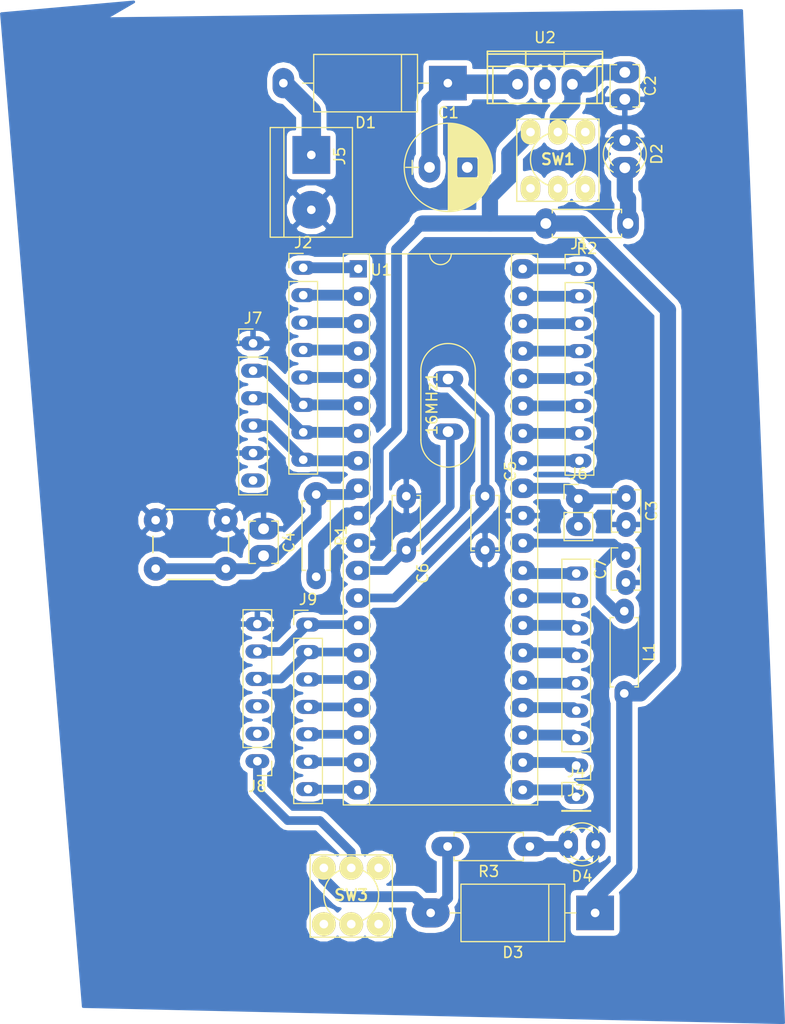
<source format=kicad_pcb>
(kicad_pcb (version 20171130) (host pcbnew "(5.0.2)-1")

  (general
    (thickness 1.6)
    (drawings 4)
    (tracks 165)
    (zones 0)
    (modules 30)
    (nets 50)
  )

  (page A4)
  (layers
    (0 F.Cu signal)
    (31 B.Cu signal)
    (32 B.Adhes user)
    (33 F.Adhes user)
    (34 B.Paste user)
    (35 F.Paste user)
    (36 B.SilkS user)
    (37 F.SilkS user)
    (38 B.Mask user)
    (39 F.Mask user)
    (40 Dwgs.User user)
    (41 Cmts.User user)
    (42 Eco1.User user)
    (43 Eco2.User user)
    (44 Edge.Cuts user)
    (45 Margin user)
    (46 B.CrtYd user)
    (47 F.CrtYd user)
    (48 B.Fab user)
    (49 F.Fab user)
  )

  (setup
    (last_trace_width 0.25)
    (user_trace_width 0.8)
    (user_trace_width 1)
    (user_trace_width 1.5)
    (user_trace_width 1.8)
    (trace_clearance 0.2)
    (zone_clearance 0.508)
    (zone_45_only no)
    (trace_min 0.2)
    (segment_width 0.2)
    (edge_width 0.15)
    (via_size 0.6)
    (via_drill 0.4)
    (via_min_size 0.4)
    (via_min_drill 0.3)
    (uvia_size 0.3)
    (uvia_drill 0.1)
    (uvias_allowed no)
    (uvia_min_size 0.2)
    (uvia_min_drill 0.1)
    (pcb_text_width 0.3)
    (pcb_text_size 1.5 1.5)
    (mod_edge_width 0.15)
    (mod_text_size 1 1)
    (mod_text_width 0.15)
    (pad_size 3.5 3.2)
    (pad_drill 0.8)
    (pad_to_mask_clearance 0.2)
    (solder_mask_min_width 0.25)
    (aux_axis_origin 0 0)
    (visible_elements 7FFFFFFF)
    (pcbplotparams
      (layerselection 0x00030_80000001)
      (usegerberextensions false)
      (usegerberattributes false)
      (usegerberadvancedattributes false)
      (creategerberjobfile false)
      (excludeedgelayer true)
      (linewidth 0.100000)
      (plotframeref false)
      (viasonmask false)
      (mode 1)
      (useauxorigin false)
      (hpglpennumber 1)
      (hpglpenspeed 20)
      (hpglpendiameter 15.000000)
      (psnegative false)
      (psa4output false)
      (plotreference true)
      (plotvalue true)
      (plotinvisibletext false)
      (padsonsilk false)
      (subtractmaskfromsilk false)
      (outputformat 1)
      (mirror false)
      (drillshape 1)
      (scaleselection 1)
      (outputdirectory ""))
  )

  (net 0 "")
  (net 1 "Net-(J1-Pad1)")
  (net 2 "Net-(J1-Pad2)")
  (net 3 "Net-(J1-Pad3)")
  (net 4 "Net-(J1-Pad4)")
  (net 5 "Net-(J1-Pad5)")
  (net 6 "Net-(J1-Pad6)")
  (net 7 "Net-(J1-Pad7)")
  (net 8 "Net-(J1-Pad8)")
  (net 9 "Net-(J2-Pad1)")
  (net 10 "Net-(J2-Pad2)")
  (net 11 "Net-(J2-Pad3)")
  (net 12 "Net-(J2-Pad4)")
  (net 13 "Net-(J2-Pad5)")
  (net 14 "Net-(J2-Pad6)")
  (net 15 "Net-(J2-Pad7)")
  (net 16 "Net-(J2-Pad8)")
  (net 17 "Net-(J3-Pad1)")
  (net 18 "Net-(J3-Pad2)")
  (net 19 "Net-(J3-Pad3)")
  (net 20 "Net-(J3-Pad4)")
  (net 21 "Net-(J3-Pad5)")
  (net 22 "Net-(J3-Pad6)")
  (net 23 "Net-(J3-Pad7)")
  (net 24 "Net-(J3-Pad8)")
  (net 25 "Net-(J4-Pad1)")
  (net 26 /XTAL1)
  (net 27 /XTAL2)
  (net 28 "Net-(C1-Pad1)")
  (net 29 GND)
  (net 30 "Net-(C2-Pad1)")
  (net 31 "Net-(C3-Pad1)")
  (net 32 "Net-(C7-Pad2)")
  (net 33 "Net-(D1-Pad2)")
  (net 34 "Net-(D2-Pad2)")
  (net 35 /VCC)
  (net 36 "Net-(D3-Pad2)")
  (net 37 "Net-(D4-Pad2)")
  (net 38 "Net-(J7-Pad6)")
  (net 39 "Net-(J8-Pad1)")
  (net 40 "Net-(J8-Pad2)")
  (net 41 "Net-(J8-Pad3)")
  (net 42 "Net-(C4-Pad2)")
  (net 43 "Net-(J8-Pad4)")
  (net 44 "Net-(J8-Pad5)")
  (net 45 "Net-(J9-Pad3)")
  (net 46 "Net-(J9-Pad4)")
  (net 47 "Net-(J9-Pad5)")
  (net 48 "Net-(J9-Pad6)")
  (net 49 "Net-(J9-Pad7)")

  (net_class Default "This is the default net class."
    (clearance 0.2)
    (trace_width 0.25)
    (via_dia 0.6)
    (via_drill 0.4)
    (uvia_dia 0.3)
    (uvia_drill 0.1)
    (add_net /VCC)
    (add_net /XTAL1)
    (add_net /XTAL2)
    (add_net GND)
    (add_net "Net-(C1-Pad1)")
    (add_net "Net-(C2-Pad1)")
    (add_net "Net-(C3-Pad1)")
    (add_net "Net-(C4-Pad2)")
    (add_net "Net-(C7-Pad2)")
    (add_net "Net-(D1-Pad2)")
    (add_net "Net-(D2-Pad2)")
    (add_net "Net-(D3-Pad2)")
    (add_net "Net-(D4-Pad2)")
    (add_net "Net-(J1-Pad1)")
    (add_net "Net-(J1-Pad2)")
    (add_net "Net-(J1-Pad3)")
    (add_net "Net-(J1-Pad4)")
    (add_net "Net-(J1-Pad5)")
    (add_net "Net-(J1-Pad6)")
    (add_net "Net-(J1-Pad7)")
    (add_net "Net-(J1-Pad8)")
    (add_net "Net-(J2-Pad1)")
    (add_net "Net-(J2-Pad2)")
    (add_net "Net-(J2-Pad3)")
    (add_net "Net-(J2-Pad4)")
    (add_net "Net-(J2-Pad5)")
    (add_net "Net-(J2-Pad6)")
    (add_net "Net-(J2-Pad7)")
    (add_net "Net-(J2-Pad8)")
    (add_net "Net-(J3-Pad1)")
    (add_net "Net-(J3-Pad2)")
    (add_net "Net-(J3-Pad3)")
    (add_net "Net-(J3-Pad4)")
    (add_net "Net-(J3-Pad5)")
    (add_net "Net-(J3-Pad6)")
    (add_net "Net-(J3-Pad7)")
    (add_net "Net-(J3-Pad8)")
    (add_net "Net-(J4-Pad1)")
    (add_net "Net-(J7-Pad6)")
    (add_net "Net-(J8-Pad1)")
    (add_net "Net-(J8-Pad2)")
    (add_net "Net-(J8-Pad3)")
    (add_net "Net-(J8-Pad4)")
    (add_net "Net-(J8-Pad5)")
    (add_net "Net-(J9-Pad3)")
    (add_net "Net-(J9-Pad4)")
    (add_net "Net-(J9-Pad5)")
    (add_net "Net-(J9-Pad6)")
    (add_net "Net-(J9-Pad7)")
  )

  (module modFiles:Push_Button (layer F.Cu) (tedit 5ADE0D4A) (tstamp 5E22D3FB)
    (at 120.975 91.375 180)
    (descr https://www.omron.com/ecb/products/pdf/en-b3f.pdf)
    (tags "tact sw push 6mm")
    (path /5E21EA47)
    (fp_text reference SW2 (at 3.25 -2 180) (layer F.SilkS) hide
      (effects (font (size 1 1) (thickness 0.15)))
    )
    (fp_text value Reset (at 8.91516 1.8448 270) (layer F.Fab)
      (effects (font (size 0.8 0.8) (thickness 0.2)))
    )
    (fp_line (start 3.25 -0.75) (end 6.25 -0.75) (layer F.Fab) (width 0.1))
    (fp_line (start 6.25 -0.75) (end 6.25 5.25) (layer F.Fab) (width 0.1))
    (fp_line (start 6.25 5.25) (end 0.25 5.25) (layer F.Fab) (width 0.1))
    (fp_line (start 0.25 5.25) (end 0.25 -0.75) (layer F.Fab) (width 0.1))
    (fp_line (start 0.25 -0.75) (end 3.25 -0.75) (layer F.Fab) (width 0.1))
    (fp_line (start 7.75 6) (end 8 6) (layer F.CrtYd) (width 0.05))
    (fp_line (start 8 6) (end 8 5.75) (layer F.CrtYd) (width 0.05))
    (fp_line (start 7.75 -1.5) (end 8 -1.5) (layer F.CrtYd) (width 0.05))
    (fp_line (start 8 -1.5) (end 8 -1.25) (layer F.CrtYd) (width 0.05))
    (fp_line (start -1.5 -1.25) (end -1.5 -1.5) (layer F.CrtYd) (width 0.05))
    (fp_line (start -1.5 -1.5) (end -1.25 -1.5) (layer F.CrtYd) (width 0.05))
    (fp_line (start -1.5 5.75) (end -1.5 6) (layer F.CrtYd) (width 0.05))
    (fp_line (start -1.5 6) (end -1.25 6) (layer F.CrtYd) (width 0.05))
    (fp_line (start -1.25 -1.5) (end 7.75 -1.5) (layer F.CrtYd) (width 0.05))
    (fp_line (start -1.5 5.75) (end -1.5 -1.25) (layer F.CrtYd) (width 0.05))
    (fp_line (start 7.75 6) (end -1.25 6) (layer F.CrtYd) (width 0.05))
    (fp_line (start 8 -1.25) (end 8 5.75) (layer F.CrtYd) (width 0.05))
    (fp_line (start 1 5.5) (end 5.5 5.5) (layer F.SilkS) (width 0.15))
    (fp_line (start -0.25 1.5) (end -0.25 3) (layer F.SilkS) (width 0.15))
    (fp_line (start 5.5 -1) (end 1 -1) (layer F.SilkS) (width 0.15))
    (fp_line (start 6.75 3) (end 6.75 1.5) (layer F.SilkS) (width 0.15))
    (fp_circle (center 3.25 2.25) (end 1.25 2.5) (layer F.Fab) (width 0.1))
    (pad 2 thru_hole circle (at 0 4.5 270) (size 2.2 2.2) (drill 0.8) (layers *.Cu *.Mask)
      (net 29 GND))
    (pad 1 thru_hole circle (at 0 0 270) (size 2.2 2.2) (drill 0.8) (layers *.Cu *.Mask)
      (net 42 "Net-(C4-Pad2)"))
    (pad 2 thru_hole circle (at 6.5 4.5 270) (size 2.2 2.2) (drill 0.8) (layers *.Cu *.Mask)
      (net 29 GND))
    (pad 1 thru_hole circle (at 6.5 0 270) (size 2.2 2.2) (drill 0.8) (layers *.Cu *.Mask)
      (net 42 "Net-(C4-Pad2)"))
    (model _3D/Used/SW_PUSH_6mm.wrl
      (at (xyz 0 0 0))
      (scale (xyz 0.3937 0.3937 0.3937))
      (rotate (xyz 0 0 0))
    )
  )

  (module modFiles:DIP_Switch (layer F.Cu) (tedit 5E22C4AA) (tstamp 5E21F5C4)
    (at 151.75 53.6 180)
    (path /5E21E0E7)
    (fp_text reference SW1 (at 0 0.15 180) (layer F.SilkS)
      (effects (font (size 1.016 1.016) (thickness 0.2032)))
    )
    (fp_text value "Power On/Off" (at -2.37 -4.44 180) (layer F.SilkS) hide
      (effects (font (size 1.016 1.016) (thickness 0.2032)))
    )
    (fp_circle (center 0 0.127) (end 0 -2.413) (layer F.SilkS) (width 0.127))
    (fp_line (start -3.81 -3.7465) (end 3.81 -3.7465) (layer F.SilkS) (width 0.127))
    (fp_line (start 3.81 -3.7465) (end 3.81 3.8735) (layer F.SilkS) (width 0.127))
    (fp_line (start 3.81 3.8735) (end -3.81 3.8735) (layer F.SilkS) (width 0.127))
    (fp_line (start -3.81 -3.7465) (end -3.81 3.8735) (layer F.SilkS) (width 0.127))
    (pad "" thru_hole oval (at 2.54 -2.54 180) (size 1.8 2.3) (drill 0.8) (layers *.Cu *.Mask F.SilkS))
    (pad 2 thru_hole oval (at 2.54 2.667 180) (size 1.8 2.3) (drill 0.8) (layers *.Cu *.Mask F.SilkS)
      (net 35 /VCC))
    (pad "" thru_hole oval (at -2.54 -2.54 180) (size 1.8 2.3) (drill 0.8) (layers *.Cu *.Mask F.SilkS))
    (pad "" thru_hole oval (at -2.54 2.667 180) (size 1.8 2.3) (drill 0.8) (layers *.Cu *.Mask F.SilkS))
    (pad "" thru_hole oval (at 0 -2.54 180) (size 1.8 2.3) (drill 0.8) (layers *.Cu *.Mask F.SilkS))
    (pad 1 thru_hole oval (at 0 2.667 180) (size 1.8 2.3) (drill 0.8) (layers *.Cu *.Mask F.SilkS)
      (net 30 "Net-(C2-Pad1)"))
  )

  (module modFiles:Crystal (layer F.Cu) (tedit 5E22C581) (tstamp 5E21F516)
    (at 141.575 73.8 270)
    (descr "Crystal THT HC-49-4H http://5hertz.com/pdfs/04404_D.pdf")
    (tags "THT crystalHC-49-4H")
    (path /5E21DDC1)
    (fp_text reference 16MHz1 (at 2.275 1.5 270) (layer F.SilkS)
      (effects (font (size 1 1) (thickness 0.15)))
    )
    (fp_text value Crystal (at 2.225 1.6 270) (layer F.Fab)
      (effects (font (size 1 1) (thickness 0.15)))
    )
    (fp_arc (start -0.76 0) (end -0.76 -2.325) (angle -180) (layer F.Fab) (width 0.1))
    (fp_arc (start 5.64 0) (end 5.64 -2.325) (angle 180) (layer F.Fab) (width 0.1))
    (fp_arc (start -0.56 0) (end -0.56 -2) (angle -180) (layer F.Fab) (width 0.1))
    (fp_arc (start 5.44 0) (end 5.44 -2) (angle 180) (layer F.Fab) (width 0.1))
    (fp_arc (start -0.76 0) (end -0.76 -2.525) (angle -180) (layer F.SilkS) (width 0.12))
    (fp_arc (start 5.64 0) (end 5.64 -2.525) (angle 180) (layer F.SilkS) (width 0.12))
    (fp_line (start -0.76 -2.325) (end 5.64 -2.325) (layer F.Fab) (width 0.1))
    (fp_line (start -0.76 2.325) (end 5.64 2.325) (layer F.Fab) (width 0.1))
    (fp_line (start -0.56 -2) (end 5.44 -2) (layer F.Fab) (width 0.1))
    (fp_line (start -0.56 2) (end 5.44 2) (layer F.Fab) (width 0.1))
    (fp_line (start -0.76 -2.525) (end 5.64 -2.525) (layer F.SilkS) (width 0.12))
    (fp_line (start -0.76 2.525) (end 5.64 2.525) (layer F.SilkS) (width 0.12))
    (fp_line (start -3.6 -2.8) (end -3.6 2.8) (layer F.CrtYd) (width 0.05))
    (fp_line (start -3.6 2.8) (end 8.5 2.8) (layer F.CrtYd) (width 0.05))
    (fp_line (start 8.5 2.8) (end 8.5 -2.8) (layer F.CrtYd) (width 0.05))
    (fp_line (start 8.5 -2.8) (end -3.6 -2.8) (layer F.CrtYd) (width 0.05))
    (pad 1 thru_hole oval (at 0 0 270) (size 1.5 2.8) (drill 1) (layers *.Cu *.Mask)
      (net 26 /XTAL1))
    (pad 2 thru_hole oval (at 4.88 0 270) (size 1.5 2.8) (drill 1) (layers *.Cu *.Mask)
      (net 27 /XTAL2))
    (model Crystals.3dshapes/Crystal_HC49-4H_Vertical.wrl
      (at (xyz 0 0 0))
      (scale (xyz 0.393701 0.393701 0.393701))
      (rotate (xyz 0 0 0))
    )
  )

  (module modFiles:Capacitor_100uF (layer F.Cu) (tedit 5E22C9A6) (tstamp 5E21F51C)
    (at 139.85 54.2)
    (descr "CP, Radial series, Radial, pin pitch=3.50mm, , diameter=8mm, Electrolytic Capacitor")
    (tags "CP Radial series Radial pin pitch 3.50mm  diameter 8mm Electrolytic Capacitor")
    (path /5E21D381)
    (fp_text reference C1 (at 1.75 -5.06) (layer F.SilkS)
      (effects (font (size 1 1) (thickness 0.15)))
    )
    (fp_text value 100uF (at 1.75 2.5) (layer F.Fab)
      (effects (font (size 1 1) (thickness 0.15)))
    )
    (fp_circle (center 1.75 0) (end 5.75 0) (layer F.Fab) (width 0.1))
    (fp_circle (center 1.75 0) (end 5.84 0) (layer F.SilkS) (width 0.12))
    (fp_line (start -2.2 0) (end -1 0) (layer F.Fab) (width 0.1))
    (fp_line (start -1.6 -0.65) (end -1.6 0.65) (layer F.Fab) (width 0.1))
    (fp_line (start 1.75 -4.05) (end 1.75 4.05) (layer F.SilkS) (width 0.12))
    (fp_line (start 1.79 -4.05) (end 1.79 4.05) (layer F.SilkS) (width 0.12))
    (fp_line (start 1.83 -4.05) (end 1.83 4.05) (layer F.SilkS) (width 0.12))
    (fp_line (start 1.87 -4.049) (end 1.87 4.049) (layer F.SilkS) (width 0.12))
    (fp_line (start 1.91 -4.047) (end 1.91 4.047) (layer F.SilkS) (width 0.12))
    (fp_line (start 1.95 -4.046) (end 1.95 4.046) (layer F.SilkS) (width 0.12))
    (fp_line (start 1.99 -4.043) (end 1.99 4.043) (layer F.SilkS) (width 0.12))
    (fp_line (start 2.03 -4.041) (end 2.03 4.041) (layer F.SilkS) (width 0.12))
    (fp_line (start 2.07 -4.038) (end 2.07 4.038) (layer F.SilkS) (width 0.12))
    (fp_line (start 2.11 -4.035) (end 2.11 4.035) (layer F.SilkS) (width 0.12))
    (fp_line (start 2.15 -4.031) (end 2.15 4.031) (layer F.SilkS) (width 0.12))
    (fp_line (start 2.19 -4.027) (end 2.19 4.027) (layer F.SilkS) (width 0.12))
    (fp_line (start 2.23 -4.022) (end 2.23 4.022) (layer F.SilkS) (width 0.12))
    (fp_line (start 2.27 -4.017) (end 2.27 4.017) (layer F.SilkS) (width 0.12))
    (fp_line (start 2.31 -4.012) (end 2.31 4.012) (layer F.SilkS) (width 0.12))
    (fp_line (start 2.35 -4.006) (end 2.35 4.006) (layer F.SilkS) (width 0.12))
    (fp_line (start 2.39 -4) (end 2.39 4) (layer F.SilkS) (width 0.12))
    (fp_line (start 2.43 -3.994) (end 2.43 3.994) (layer F.SilkS) (width 0.12))
    (fp_line (start 2.471 -3.987) (end 2.471 3.987) (layer F.SilkS) (width 0.12))
    (fp_line (start 2.511 -3.979) (end 2.511 3.979) (layer F.SilkS) (width 0.12))
    (fp_line (start 2.551 -3.971) (end 2.551 -0.98) (layer F.SilkS) (width 0.12))
    (fp_line (start 2.551 0.98) (end 2.551 3.971) (layer F.SilkS) (width 0.12))
    (fp_line (start 2.591 -3.963) (end 2.591 -0.98) (layer F.SilkS) (width 0.12))
    (fp_line (start 2.591 0.98) (end 2.591 3.963) (layer F.SilkS) (width 0.12))
    (fp_line (start 2.631 -3.955) (end 2.631 -0.98) (layer F.SilkS) (width 0.12))
    (fp_line (start 2.631 0.98) (end 2.631 3.955) (layer F.SilkS) (width 0.12))
    (fp_line (start 2.671 -3.946) (end 2.671 -0.98) (layer F.SilkS) (width 0.12))
    (fp_line (start 2.671 0.98) (end 2.671 3.946) (layer F.SilkS) (width 0.12))
    (fp_line (start 2.711 -3.936) (end 2.711 -0.98) (layer F.SilkS) (width 0.12))
    (fp_line (start 2.711 0.98) (end 2.711 3.936) (layer F.SilkS) (width 0.12))
    (fp_line (start 2.751 -3.926) (end 2.751 -0.98) (layer F.SilkS) (width 0.12))
    (fp_line (start 2.751 0.98) (end 2.751 3.926) (layer F.SilkS) (width 0.12))
    (fp_line (start 2.791 -3.916) (end 2.791 -0.98) (layer F.SilkS) (width 0.12))
    (fp_line (start 2.791 0.98) (end 2.791 3.916) (layer F.SilkS) (width 0.12))
    (fp_line (start 2.831 -3.905) (end 2.831 -0.98) (layer F.SilkS) (width 0.12))
    (fp_line (start 2.831 0.98) (end 2.831 3.905) (layer F.SilkS) (width 0.12))
    (fp_line (start 2.871 -3.894) (end 2.871 -0.98) (layer F.SilkS) (width 0.12))
    (fp_line (start 2.871 0.98) (end 2.871 3.894) (layer F.SilkS) (width 0.12))
    (fp_line (start 2.911 -3.883) (end 2.911 -0.98) (layer F.SilkS) (width 0.12))
    (fp_line (start 2.911 0.98) (end 2.911 3.883) (layer F.SilkS) (width 0.12))
    (fp_line (start 2.951 -3.87) (end 2.951 -0.98) (layer F.SilkS) (width 0.12))
    (fp_line (start 2.951 0.98) (end 2.951 3.87) (layer F.SilkS) (width 0.12))
    (fp_line (start 2.991 -3.858) (end 2.991 -0.98) (layer F.SilkS) (width 0.12))
    (fp_line (start 2.991 0.98) (end 2.991 3.858) (layer F.SilkS) (width 0.12))
    (fp_line (start 3.031 -3.845) (end 3.031 -0.98) (layer F.SilkS) (width 0.12))
    (fp_line (start 3.031 0.98) (end 3.031 3.845) (layer F.SilkS) (width 0.12))
    (fp_line (start 3.071 -3.832) (end 3.071 -0.98) (layer F.SilkS) (width 0.12))
    (fp_line (start 3.071 0.98) (end 3.071 3.832) (layer F.SilkS) (width 0.12))
    (fp_line (start 3.111 -3.818) (end 3.111 -0.98) (layer F.SilkS) (width 0.12))
    (fp_line (start 3.111 0.98) (end 3.111 3.818) (layer F.SilkS) (width 0.12))
    (fp_line (start 3.151 -3.803) (end 3.151 -0.98) (layer F.SilkS) (width 0.12))
    (fp_line (start 3.151 0.98) (end 3.151 3.803) (layer F.SilkS) (width 0.12))
    (fp_line (start 3.191 -3.789) (end 3.191 -0.98) (layer F.SilkS) (width 0.12))
    (fp_line (start 3.191 0.98) (end 3.191 3.789) (layer F.SilkS) (width 0.12))
    (fp_line (start 3.231 -3.773) (end 3.231 -0.98) (layer F.SilkS) (width 0.12))
    (fp_line (start 3.231 0.98) (end 3.231 3.773) (layer F.SilkS) (width 0.12))
    (fp_line (start 3.271 -3.758) (end 3.271 -0.98) (layer F.SilkS) (width 0.12))
    (fp_line (start 3.271 0.98) (end 3.271 3.758) (layer F.SilkS) (width 0.12))
    (fp_line (start 3.311 -3.741) (end 3.311 -0.98) (layer F.SilkS) (width 0.12))
    (fp_line (start 3.311 0.98) (end 3.311 3.741) (layer F.SilkS) (width 0.12))
    (fp_line (start 3.351 -3.725) (end 3.351 -0.98) (layer F.SilkS) (width 0.12))
    (fp_line (start 3.351 0.98) (end 3.351 3.725) (layer F.SilkS) (width 0.12))
    (fp_line (start 3.391 -3.707) (end 3.391 -0.98) (layer F.SilkS) (width 0.12))
    (fp_line (start 3.391 0.98) (end 3.391 3.707) (layer F.SilkS) (width 0.12))
    (fp_line (start 3.431 -3.69) (end 3.431 -0.98) (layer F.SilkS) (width 0.12))
    (fp_line (start 3.431 0.98) (end 3.431 3.69) (layer F.SilkS) (width 0.12))
    (fp_line (start 3.471 -3.671) (end 3.471 -0.98) (layer F.SilkS) (width 0.12))
    (fp_line (start 3.471 0.98) (end 3.471 3.671) (layer F.SilkS) (width 0.12))
    (fp_line (start 3.511 -3.652) (end 3.511 -0.98) (layer F.SilkS) (width 0.12))
    (fp_line (start 3.511 0.98) (end 3.511 3.652) (layer F.SilkS) (width 0.12))
    (fp_line (start 3.551 -3.633) (end 3.551 -0.98) (layer F.SilkS) (width 0.12))
    (fp_line (start 3.551 0.98) (end 3.551 3.633) (layer F.SilkS) (width 0.12))
    (fp_line (start 3.591 -3.613) (end 3.591 -0.98) (layer F.SilkS) (width 0.12))
    (fp_line (start 3.591 0.98) (end 3.591 3.613) (layer F.SilkS) (width 0.12))
    (fp_line (start 3.631 -3.593) (end 3.631 -0.98) (layer F.SilkS) (width 0.12))
    (fp_line (start 3.631 0.98) (end 3.631 3.593) (layer F.SilkS) (width 0.12))
    (fp_line (start 3.671 -3.572) (end 3.671 -0.98) (layer F.SilkS) (width 0.12))
    (fp_line (start 3.671 0.98) (end 3.671 3.572) (layer F.SilkS) (width 0.12))
    (fp_line (start 3.711 -3.55) (end 3.711 -0.98) (layer F.SilkS) (width 0.12))
    (fp_line (start 3.711 0.98) (end 3.711 3.55) (layer F.SilkS) (width 0.12))
    (fp_line (start 3.751 -3.528) (end 3.751 -0.98) (layer F.SilkS) (width 0.12))
    (fp_line (start 3.751 0.98) (end 3.751 3.528) (layer F.SilkS) (width 0.12))
    (fp_line (start 3.791 -3.505) (end 3.791 -0.98) (layer F.SilkS) (width 0.12))
    (fp_line (start 3.791 0.98) (end 3.791 3.505) (layer F.SilkS) (width 0.12))
    (fp_line (start 3.831 -3.482) (end 3.831 -0.98) (layer F.SilkS) (width 0.12))
    (fp_line (start 3.831 0.98) (end 3.831 3.482) (layer F.SilkS) (width 0.12))
    (fp_line (start 3.871 -3.458) (end 3.871 -0.98) (layer F.SilkS) (width 0.12))
    (fp_line (start 3.871 0.98) (end 3.871 3.458) (layer F.SilkS) (width 0.12))
    (fp_line (start 3.911 -3.434) (end 3.911 -0.98) (layer F.SilkS) (width 0.12))
    (fp_line (start 3.911 0.98) (end 3.911 3.434) (layer F.SilkS) (width 0.12))
    (fp_line (start 3.951 -3.408) (end 3.951 -0.98) (layer F.SilkS) (width 0.12))
    (fp_line (start 3.951 0.98) (end 3.951 3.408) (layer F.SilkS) (width 0.12))
    (fp_line (start 3.991 -3.383) (end 3.991 -0.98) (layer F.SilkS) (width 0.12))
    (fp_line (start 3.991 0.98) (end 3.991 3.383) (layer F.SilkS) (width 0.12))
    (fp_line (start 4.031 -3.356) (end 4.031 -0.98) (layer F.SilkS) (width 0.12))
    (fp_line (start 4.031 0.98) (end 4.031 3.356) (layer F.SilkS) (width 0.12))
    (fp_line (start 4.071 -3.329) (end 4.071 -0.98) (layer F.SilkS) (width 0.12))
    (fp_line (start 4.071 0.98) (end 4.071 3.329) (layer F.SilkS) (width 0.12))
    (fp_line (start 4.111 -3.301) (end 4.111 -0.98) (layer F.SilkS) (width 0.12))
    (fp_line (start 4.111 0.98) (end 4.111 3.301) (layer F.SilkS) (width 0.12))
    (fp_line (start 4.151 -3.272) (end 4.151 -0.98) (layer F.SilkS) (width 0.12))
    (fp_line (start 4.151 0.98) (end 4.151 3.272) (layer F.SilkS) (width 0.12))
    (fp_line (start 4.191 -3.243) (end 4.191 -0.98) (layer F.SilkS) (width 0.12))
    (fp_line (start 4.191 0.98) (end 4.191 3.243) (layer F.SilkS) (width 0.12))
    (fp_line (start 4.231 -3.213) (end 4.231 -0.98) (layer F.SilkS) (width 0.12))
    (fp_line (start 4.231 0.98) (end 4.231 3.213) (layer F.SilkS) (width 0.12))
    (fp_line (start 4.271 -3.182) (end 4.271 -0.98) (layer F.SilkS) (width 0.12))
    (fp_line (start 4.271 0.98) (end 4.271 3.182) (layer F.SilkS) (width 0.12))
    (fp_line (start 4.311 -3.15) (end 4.311 -0.98) (layer F.SilkS) (width 0.12))
    (fp_line (start 4.311 0.98) (end 4.311 3.15) (layer F.SilkS) (width 0.12))
    (fp_line (start 4.351 -3.118) (end 4.351 -0.98) (layer F.SilkS) (width 0.12))
    (fp_line (start 4.351 0.98) (end 4.351 3.118) (layer F.SilkS) (width 0.12))
    (fp_line (start 4.391 -3.084) (end 4.391 -0.98) (layer F.SilkS) (width 0.12))
    (fp_line (start 4.391 0.98) (end 4.391 3.084) (layer F.SilkS) (width 0.12))
    (fp_line (start 4.431 -3.05) (end 4.431 -0.98) (layer F.SilkS) (width 0.12))
    (fp_line (start 4.431 0.98) (end 4.431 3.05) (layer F.SilkS) (width 0.12))
    (fp_line (start 4.471 -3.015) (end 4.471 -0.98) (layer F.SilkS) (width 0.12))
    (fp_line (start 4.471 0.98) (end 4.471 3.015) (layer F.SilkS) (width 0.12))
    (fp_line (start 4.511 -2.979) (end 4.511 2.979) (layer F.SilkS) (width 0.12))
    (fp_line (start 4.551 -2.942) (end 4.551 2.942) (layer F.SilkS) (width 0.12))
    (fp_line (start 4.591 -2.904) (end 4.591 2.904) (layer F.SilkS) (width 0.12))
    (fp_line (start 4.631 -2.865) (end 4.631 2.865) (layer F.SilkS) (width 0.12))
    (fp_line (start 4.671 -2.824) (end 4.671 2.824) (layer F.SilkS) (width 0.12))
    (fp_line (start 4.711 -2.783) (end 4.711 2.783) (layer F.SilkS) (width 0.12))
    (fp_line (start 4.751 -2.74) (end 4.751 2.74) (layer F.SilkS) (width 0.12))
    (fp_line (start 4.791 -2.697) (end 4.791 2.697) (layer F.SilkS) (width 0.12))
    (fp_line (start 4.831 -2.652) (end 4.831 2.652) (layer F.SilkS) (width 0.12))
    (fp_line (start 4.871 -2.605) (end 4.871 2.605) (layer F.SilkS) (width 0.12))
    (fp_line (start 4.911 -2.557) (end 4.911 2.557) (layer F.SilkS) (width 0.12))
    (fp_line (start 4.951 -2.508) (end 4.951 2.508) (layer F.SilkS) (width 0.12))
    (fp_line (start 4.991 -2.457) (end 4.991 2.457) (layer F.SilkS) (width 0.12))
    (fp_line (start 5.031 -2.404) (end 5.031 2.404) (layer F.SilkS) (width 0.12))
    (fp_line (start 5.071 -2.349) (end 5.071 2.349) (layer F.SilkS) (width 0.12))
    (fp_line (start 5.111 -2.293) (end 5.111 2.293) (layer F.SilkS) (width 0.12))
    (fp_line (start 5.151 -2.234) (end 5.151 2.234) (layer F.SilkS) (width 0.12))
    (fp_line (start 5.191 -2.173) (end 5.191 2.173) (layer F.SilkS) (width 0.12))
    (fp_line (start 5.231 -2.109) (end 5.231 2.109) (layer F.SilkS) (width 0.12))
    (fp_line (start 5.271 -2.043) (end 5.271 2.043) (layer F.SilkS) (width 0.12))
    (fp_line (start 5.311 -1.974) (end 5.311 1.974) (layer F.SilkS) (width 0.12))
    (fp_line (start 5.351 -1.902) (end 5.351 1.902) (layer F.SilkS) (width 0.12))
    (fp_line (start 5.391 -1.826) (end 5.391 1.826) (layer F.SilkS) (width 0.12))
    (fp_line (start 5.431 -1.745) (end 5.431 1.745) (layer F.SilkS) (width 0.12))
    (fp_line (start 5.471 -1.66) (end 5.471 1.66) (layer F.SilkS) (width 0.12))
    (fp_line (start 5.511 -1.57) (end 5.511 1.57) (layer F.SilkS) (width 0.12))
    (fp_line (start 5.551 -1.473) (end 5.551 1.473) (layer F.SilkS) (width 0.12))
    (fp_line (start 5.591 -1.369) (end 5.591 1.369) (layer F.SilkS) (width 0.12))
    (fp_line (start 5.631 -1.254) (end 5.631 1.254) (layer F.SilkS) (width 0.12))
    (fp_line (start 5.671 -1.127) (end 5.671 1.127) (layer F.SilkS) (width 0.12))
    (fp_line (start 5.711 -0.983) (end 5.711 0.983) (layer F.SilkS) (width 0.12))
    (fp_line (start 5.751 -0.814) (end 5.751 0.814) (layer F.SilkS) (width 0.12))
    (fp_line (start 5.791 -0.598) (end 5.791 0.598) (layer F.SilkS) (width 0.12))
    (fp_line (start 5.831 -0.246) (end 5.831 0.246) (layer F.SilkS) (width 0.12))
    (fp_line (start -2.2 0) (end -1 0) (layer F.SilkS) (width 0.12))
    (fp_line (start -1.6 -0.65) (end -1.6 0.65) (layer F.SilkS) (width 0.12))
    (fp_line (start -2.6 -4.35) (end -2.6 4.35) (layer F.CrtYd) (width 0.05))
    (fp_line (start -2.6 4.35) (end 6.1 4.35) (layer F.CrtYd) (width 0.05))
    (fp_line (start 6.1 4.35) (end 6.1 -4.35) (layer F.CrtYd) (width 0.05))
    (fp_line (start 6.1 -4.35) (end -2.6 -4.35) (layer F.CrtYd) (width 0.05))
    (pad 1 thru_hole oval (at 0 0) (size 2 2.8) (drill 1) (layers *.Cu *.Mask)
      (net 28 "Net-(C1-Pad1)"))
    (pad 2 thru_hole oval (at 3.5 0) (size 2 2.8) (drill 1) (layers *.Cu *.Mask)
      (net 29 GND))
    (model _3D/Used/CP_Radial_D8.0mm_P3.50mm.wrl
      (at (xyz 0 0 0))
      (scale (xyz 0.393701 0.393701 0.393701))
      (rotate (xyz 0 0 0))
    )
  )

  (module modFiles:Capacitor_Disc_Small (layer F.Cu) (tedit 5E22C975) (tstamp 5E21F522)
    (at 157.95 45.4 270)
    (descr "C, Disc series, Radial, pin pitch=2.50mm, , diameter*width=3.8*2.6mm^2, Capacitor, http://www.vishay.com/docs/45233/krseries.pdf")
    (tags "C Disc series Radial pin pitch 2.50mm  diameter 3.8mm width 2.6mm Capacitor")
    (path /5E21D3E2)
    (fp_text reference C2 (at 1.25 -2.36 270) (layer F.SilkS)
      (effects (font (size 1 1) (thickness 0.15)))
    )
    (fp_text value 0.1uF (at 1.25 2.36 270) (layer F.Fab)
      (effects (font (size 1 1) (thickness 0.15)))
    )
    (fp_line (start -0.65 -1.3) (end -0.65 1.3) (layer F.Fab) (width 0.1))
    (fp_line (start -0.65 1.3) (end 3.15 1.3) (layer F.Fab) (width 0.1))
    (fp_line (start 3.15 1.3) (end 3.15 -1.3) (layer F.Fab) (width 0.1))
    (fp_line (start 3.15 -1.3) (end -0.65 -1.3) (layer F.Fab) (width 0.1))
    (fp_line (start -0.71 -1.36) (end 3.21 -1.36) (layer F.SilkS) (width 0.12))
    (fp_line (start -0.71 1.36) (end 3.21 1.36) (layer F.SilkS) (width 0.12))
    (fp_line (start -0.71 -1.36) (end -0.71 -0.75) (layer F.SilkS) (width 0.12))
    (fp_line (start -0.71 0.75) (end -0.71 1.36) (layer F.SilkS) (width 0.12))
    (fp_line (start 3.21 -1.36) (end 3.21 -0.75) (layer F.SilkS) (width 0.12))
    (fp_line (start 3.21 0.75) (end 3.21 1.36) (layer F.SilkS) (width 0.12))
    (fp_line (start -1.05 -1.65) (end -1.05 1.65) (layer F.CrtYd) (width 0.05))
    (fp_line (start -1.05 1.65) (end 3.55 1.65) (layer F.CrtYd) (width 0.05))
    (fp_line (start 3.55 1.65) (end 3.55 -1.65) (layer F.CrtYd) (width 0.05))
    (fp_line (start 3.55 -1.65) (end -1.05 -1.65) (layer F.CrtYd) (width 0.05))
    (pad 1 thru_hole oval (at 0 0 270) (size 2 2.8) (drill 1) (layers *.Cu *.Mask)
      (net 30 "Net-(C2-Pad1)"))
    (pad 2 thru_hole oval (at 2.5 0 270) (size 2 2.8) (drill 1) (layers *.Cu *.Mask)
      (net 29 GND))
    (model _3D/Used/C_Disc_D3.8mm_W2.6mm_P2.50mm.wrl
      (at (xyz 0 0 0))
      (scale (xyz 0.393701 0.393701 0.393701))
      (rotate (xyz 0 0 0))
    )
  )

  (module modFiles:Capacitor_Disc_Small (layer F.Cu) (tedit 5E22C888) (tstamp 5E21F528)
    (at 158.075 84.775 270)
    (descr "C, Disc series, Radial, pin pitch=2.50mm, , diameter*width=3.8*2.6mm^2, Capacitor, http://www.vishay.com/docs/45233/krseries.pdf")
    (tags "C Disc series Radial pin pitch 2.50mm  diameter 3.8mm width 2.6mm Capacitor")
    (path /5E220ECE)
    (fp_text reference C3 (at 1.25 -2.36 270) (layer F.SilkS)
      (effects (font (size 1 1) (thickness 0.15)))
    )
    (fp_text value 0.1uF (at 1.1 -2.3 270) (layer F.Fab)
      (effects (font (size 1 1) (thickness 0.15)))
    )
    (fp_line (start -0.65 -1.3) (end -0.65 1.3) (layer F.Fab) (width 0.1))
    (fp_line (start -0.65 1.3) (end 3.15 1.3) (layer F.Fab) (width 0.1))
    (fp_line (start 3.15 1.3) (end 3.15 -1.3) (layer F.Fab) (width 0.1))
    (fp_line (start 3.15 -1.3) (end -0.65 -1.3) (layer F.Fab) (width 0.1))
    (fp_line (start -0.71 -1.36) (end 3.21 -1.36) (layer F.SilkS) (width 0.12))
    (fp_line (start -0.71 1.36) (end 3.21 1.36) (layer F.SilkS) (width 0.12))
    (fp_line (start -0.71 -1.36) (end -0.71 -0.75) (layer F.SilkS) (width 0.12))
    (fp_line (start -0.71 0.75) (end -0.71 1.36) (layer F.SilkS) (width 0.12))
    (fp_line (start 3.21 -1.36) (end 3.21 -0.75) (layer F.SilkS) (width 0.12))
    (fp_line (start 3.21 0.75) (end 3.21 1.36) (layer F.SilkS) (width 0.12))
    (fp_line (start -1.05 -1.65) (end -1.05 1.65) (layer F.CrtYd) (width 0.05))
    (fp_line (start -1.05 1.65) (end 3.55 1.65) (layer F.CrtYd) (width 0.05))
    (fp_line (start 3.55 1.65) (end 3.55 -1.65) (layer F.CrtYd) (width 0.05))
    (fp_line (start 3.55 -1.65) (end -1.05 -1.65) (layer F.CrtYd) (width 0.05))
    (pad 1 thru_hole oval (at 0 0 270) (size 2.3 1.8) (drill 0.8) (layers *.Cu *.Mask)
      (net 31 "Net-(C3-Pad1)"))
    (pad 2 thru_hole oval (at 2.5 0 270) (size 2.3 1.8) (drill 0.8) (layers *.Cu *.Mask)
      (net 29 GND))
    (model _3D/Used/C_Disc_D3.8mm_W2.6mm_P2.50mm.wrl
      (at (xyz 0 0 0))
      (scale (xyz 0.393701 0.393701 0.393701))
      (rotate (xyz 0 0 0))
    )
  )

  (module modFiles:Capacitor_Disc_Medium (layer F.Cu) (tedit 5E22C3CA) (tstamp 5E21F52E)
    (at 145 84.65 270)
    (descr "C, Disc series, Radial, pin pitch=5.00mm, , diameter*width=5*2.5mm^2, Capacitor, http://cdn-reichelt.de/documents/datenblatt/B300/DS_KERKO_TC.pdf")
    (tags "C Disc series Radial pin pitch 5.00mm  diameter 5mm width 2.5mm Capacitor")
    (path /5E21DE84)
    (fp_text reference C5 (at -2.3 -2.35 270) (layer F.SilkS)
      (effects (font (size 1 1) (thickness 0.15)))
    )
    (fp_text value 22pF (at 2.525 0.025 270) (layer F.Fab)
      (effects (font (size 1 1) (thickness 0.15)))
    )
    (fp_line (start 0 -1.25) (end 0 1.25) (layer F.Fab) (width 0.1))
    (fp_line (start 0 1.25) (end 5 1.25) (layer F.Fab) (width 0.1))
    (fp_line (start 5 1.25) (end 5 -1.25) (layer F.Fab) (width 0.1))
    (fp_line (start 5 -1.25) (end 0 -1.25) (layer F.Fab) (width 0.1))
    (fp_line (start -0.06 -1.31) (end 5.06 -1.31) (layer F.SilkS) (width 0.12))
    (fp_line (start -0.06 1.31) (end 5.06 1.31) (layer F.SilkS) (width 0.12))
    (fp_line (start -0.06 -1.31) (end -0.06 -0.996) (layer F.SilkS) (width 0.12))
    (fp_line (start -0.06 0.996) (end -0.06 1.31) (layer F.SilkS) (width 0.12))
    (fp_line (start 5.06 -1.31) (end 5.06 -0.996) (layer F.SilkS) (width 0.12))
    (fp_line (start 5.06 0.996) (end 5.06 1.31) (layer F.SilkS) (width 0.12))
    (fp_line (start -1.05 -1.6) (end -1.05 1.6) (layer F.CrtYd) (width 0.05))
    (fp_line (start -1.05 1.6) (end 6.05 1.6) (layer F.CrtYd) (width 0.05))
    (fp_line (start 6.05 1.6) (end 6.05 -1.6) (layer F.CrtYd) (width 0.05))
    (fp_line (start 6.05 -1.6) (end -1.05 -1.6) (layer F.CrtYd) (width 0.05))
    (pad 1 thru_hole oval (at 0 0 270) (size 2.3 1.8) (drill 0.8) (layers *.Cu *.Mask)
      (net 26 /XTAL1))
    (pad 2 thru_hole oval (at 5 0 270) (size 2.3 1.8) (drill 0.8) (layers *.Cu *.Mask)
      (net 29 GND))
    (model _3D/Used/C_Disc_D5.0mm_W2.5mm_P5.00mm.wrl
      (at (xyz 0 0 0))
      (scale (xyz 0.393701 0.393701 0.393701))
      (rotate (xyz 0 0 0))
    )
  )

  (module modFiles:Capacitor_Disc_Medium (layer F.Cu) (tedit 5E22C625) (tstamp 5E21F534)
    (at 137.7 89.65 90)
    (descr "C, Disc series, Radial, pin pitch=5.00mm, , diameter*width=5*2.5mm^2, Capacitor, http://cdn-reichelt.de/documents/datenblatt/B300/DS_KERKO_TC.pdf")
    (tags "C Disc series Radial pin pitch 5.00mm  diameter 5mm width 2.5mm Capacitor")
    (path /5E21DEDF)
    (fp_text reference C6 (at -2.15 1.525 90) (layer F.SilkS)
      (effects (font (size 1 1) (thickness 0.15)))
    )
    (fp_text value 22pF (at 2.85 -0.075 90) (layer F.Fab)
      (effects (font (size 1 1) (thickness 0.15)))
    )
    (fp_line (start 0 -1.25) (end 0 1.25) (layer F.Fab) (width 0.1))
    (fp_line (start 0 1.25) (end 5 1.25) (layer F.Fab) (width 0.1))
    (fp_line (start 5 1.25) (end 5 -1.25) (layer F.Fab) (width 0.1))
    (fp_line (start 5 -1.25) (end 0 -1.25) (layer F.Fab) (width 0.1))
    (fp_line (start -0.06 -1.31) (end 5.06 -1.31) (layer F.SilkS) (width 0.12))
    (fp_line (start -0.06 1.31) (end 5.06 1.31) (layer F.SilkS) (width 0.12))
    (fp_line (start -0.06 -1.31) (end -0.06 -0.996) (layer F.SilkS) (width 0.12))
    (fp_line (start -0.06 0.996) (end -0.06 1.31) (layer F.SilkS) (width 0.12))
    (fp_line (start 5.06 -1.31) (end 5.06 -0.996) (layer F.SilkS) (width 0.12))
    (fp_line (start 5.06 0.996) (end 5.06 1.31) (layer F.SilkS) (width 0.12))
    (fp_line (start -1.05 -1.6) (end -1.05 1.6) (layer F.CrtYd) (width 0.05))
    (fp_line (start -1.05 1.6) (end 6.05 1.6) (layer F.CrtYd) (width 0.05))
    (fp_line (start 6.05 1.6) (end 6.05 -1.6) (layer F.CrtYd) (width 0.05))
    (fp_line (start 6.05 -1.6) (end -1.05 -1.6) (layer F.CrtYd) (width 0.05))
    (pad 1 thru_hole oval (at 0 0 90) (size 2.3 1.8) (drill 0.8) (layers *.Cu *.Mask)
      (net 27 /XTAL2))
    (pad 2 thru_hole oval (at 5 0 90) (size 2.3 1.8) (drill 0.8) (layers *.Cu *.Mask)
      (net 29 GND))
    (model _3D/Used/C_Disc_D5.0mm_W2.5mm_P5.00mm.wrl
      (at (xyz 0 0 0))
      (scale (xyz 0.393701 0.393701 0.393701))
      (rotate (xyz 0 0 0))
    )
  )

  (module modFiles:Capacitor_Disc_Small (layer F.Cu) (tedit 5E22C876) (tstamp 5E21F53A)
    (at 158.05 92.65 90)
    (descr "C, Disc series, Radial, pin pitch=2.50mm, , diameter*width=3.8*2.6mm^2, Capacitor, http://www.vishay.com/docs/45233/krseries.pdf")
    (tags "C Disc series Radial pin pitch 2.50mm  diameter 3.8mm width 2.6mm Capacitor")
    (path /5E22A54B)
    (fp_text reference C7 (at 1.25 -2.36 90) (layer F.SilkS)
      (effects (font (size 1 1) (thickness 0.15)))
    )
    (fp_text value 100nF (at 1.35 2.075 90) (layer F.Fab)
      (effects (font (size 1 1) (thickness 0.15)))
    )
    (fp_line (start -0.65 -1.3) (end -0.65 1.3) (layer F.Fab) (width 0.1))
    (fp_line (start -0.65 1.3) (end 3.15 1.3) (layer F.Fab) (width 0.1))
    (fp_line (start 3.15 1.3) (end 3.15 -1.3) (layer F.Fab) (width 0.1))
    (fp_line (start 3.15 -1.3) (end -0.65 -1.3) (layer F.Fab) (width 0.1))
    (fp_line (start -0.71 -1.36) (end 3.21 -1.36) (layer F.SilkS) (width 0.12))
    (fp_line (start -0.71 1.36) (end 3.21 1.36) (layer F.SilkS) (width 0.12))
    (fp_line (start -0.71 -1.36) (end -0.71 -0.75) (layer F.SilkS) (width 0.12))
    (fp_line (start -0.71 0.75) (end -0.71 1.36) (layer F.SilkS) (width 0.12))
    (fp_line (start 3.21 -1.36) (end 3.21 -0.75) (layer F.SilkS) (width 0.12))
    (fp_line (start 3.21 0.75) (end 3.21 1.36) (layer F.SilkS) (width 0.12))
    (fp_line (start -1.05 -1.65) (end -1.05 1.65) (layer F.CrtYd) (width 0.05))
    (fp_line (start -1.05 1.65) (end 3.55 1.65) (layer F.CrtYd) (width 0.05))
    (fp_line (start 3.55 1.65) (end 3.55 -1.65) (layer F.CrtYd) (width 0.05))
    (fp_line (start 3.55 -1.65) (end -1.05 -1.65) (layer F.CrtYd) (width 0.05))
    (pad 1 thru_hole oval (at 0 0 90) (size 2.3 1.8) (drill 0.8) (layers *.Cu *.Mask)
      (net 29 GND))
    (pad 2 thru_hole oval (at 2.5 0 90) (size 2.3 1.8) (drill 0.8) (layers *.Cu *.Mask)
      (net 32 "Net-(C7-Pad2)"))
    (model _3D/Used/C_Disc_D3.8mm_W2.6mm_P2.50mm.wrl
      (at (xyz 0 0 0))
      (scale (xyz 0.393701 0.393701 0.393701))
      (rotate (xyz 0 0 0))
    )
  )

  (module modFiles:Diode_Medium (layer F.Cu) (tedit 5E22C9E3) (tstamp 5E21F540)
    (at 141.55 46.4 180)
    (descr "D, DO-201AD series, Axial, Horizontal, pin pitch=15.24mm, , length*diameter=9.5*5.2mm^2, , http://www.diodes.com/_files/packages/DO-201AD.pdf")
    (tags "D DO-201AD series Axial Horizontal pin pitch 15.24mm  length 9.5mm diameter 5.2mm")
    (path /5E21F97B)
    (fp_text reference D1 (at 7.62 -3.66 180) (layer F.SilkS)
      (effects (font (size 1 1) (thickness 0.15)))
    )
    (fp_text value 1N4004 (at 7.62 3.66 180) (layer F.Fab)
      (effects (font (size 1 1) (thickness 0.15)))
    )
    (fp_line (start 2.87 -2.6) (end 2.87 2.6) (layer F.Fab) (width 0.1))
    (fp_line (start 2.87 2.6) (end 12.37 2.6) (layer F.Fab) (width 0.1))
    (fp_line (start 12.37 2.6) (end 12.37 -2.6) (layer F.Fab) (width 0.1))
    (fp_line (start 12.37 -2.6) (end 2.87 -2.6) (layer F.Fab) (width 0.1))
    (fp_line (start 0 0) (end 2.87 0) (layer F.Fab) (width 0.1))
    (fp_line (start 15.24 0) (end 12.37 0) (layer F.Fab) (width 0.1))
    (fp_line (start 4.295 -2.6) (end 4.295 2.6) (layer F.Fab) (width 0.1))
    (fp_line (start 2.81 -2.66) (end 2.81 2.66) (layer F.SilkS) (width 0.12))
    (fp_line (start 2.81 2.66) (end 12.43 2.66) (layer F.SilkS) (width 0.12))
    (fp_line (start 12.43 2.66) (end 12.43 -2.66) (layer F.SilkS) (width 0.12))
    (fp_line (start 12.43 -2.66) (end 2.81 -2.66) (layer F.SilkS) (width 0.12))
    (fp_line (start 1.78 0) (end 2.81 0) (layer F.SilkS) (width 0.12))
    (fp_line (start 13.46 0) (end 12.43 0) (layer F.SilkS) (width 0.12))
    (fp_line (start 4.295 -2.66) (end 4.295 2.66) (layer F.SilkS) (width 0.12))
    (fp_line (start -1.85 -2.95) (end -1.85 2.95) (layer F.CrtYd) (width 0.05))
    (fp_line (start -1.85 2.95) (end 17.1 2.95) (layer F.CrtYd) (width 0.05))
    (fp_line (start 17.1 2.95) (end 17.1 -2.95) (layer F.CrtYd) (width 0.05))
    (fp_line (start 17.1 -2.95) (end -1.85 -2.95) (layer F.CrtYd) (width 0.05))
    (pad 1 thru_hole rect (at 0 0 180) (size 3.5 3.2) (drill 0.8) (layers *.Cu *.Mask)
      (net 28 "Net-(C1-Pad1)"))
    (pad 2 thru_hole oval (at 15.24 0 180) (size 2 2.8) (drill 0.8) (layers *.Cu *.Mask)
      (net 33 "Net-(D1-Pad2)"))
    (model _3D/Used/D_DO-15_P10.16mm_Horizontal.wrl
      (at (xyz 0 0 0))
      (scale (xyz 0.6 0.6 0.6))
      (rotate (xyz 0 0 0))
    )
  )

  (module modFiles:LED_D3.0mm (layer F.Cu) (tedit 5E22CB48) (tstamp 5E21F546)
    (at 157.95 51.7 270)
    (descr "LED, diameter 3.0mm, 2 pins")
    (tags "LED diameter 3.0mm 2 pins")
    (path /5E21D583)
    (fp_text reference D2 (at 1.27 -2.96 270) (layer F.SilkS)
      (effects (font (size 1 1) (thickness 0.15)))
    )
    (fp_text value LED (at -1.625 -3.15 270) (layer F.Fab)
      (effects (font (size 1 1) (thickness 0.15)))
    )
    (fp_arc (start 1.27 0) (end -0.23 -1.16619) (angle 284.3) (layer F.Fab) (width 0.1))
    (fp_arc (start 1.27 0) (end -0.29 -1.235516) (angle 108.8) (layer F.SilkS) (width 0.12))
    (fp_arc (start 1.27 0) (end -0.29 1.235516) (angle -108.8) (layer F.SilkS) (width 0.12))
    (fp_arc (start 1.27 0) (end 0.229039 -1.08) (angle 87.9) (layer F.SilkS) (width 0.12))
    (fp_arc (start 1.27 0) (end 0.229039 1.08) (angle -87.9) (layer F.SilkS) (width 0.12))
    (fp_circle (center 1.27 0) (end 2.77 0) (layer F.Fab) (width 0.1))
    (fp_line (start -0.23 -1.16619) (end -0.23 1.16619) (layer F.Fab) (width 0.1))
    (fp_line (start -0.29 -1.236) (end -0.29 -1.08) (layer F.SilkS) (width 0.12))
    (fp_line (start -0.29 1.08) (end -0.29 1.236) (layer F.SilkS) (width 0.12))
    (fp_line (start -1.15 -2.25) (end -1.15 2.25) (layer F.CrtYd) (width 0.05))
    (fp_line (start -1.15 2.25) (end 3.7 2.25) (layer F.CrtYd) (width 0.05))
    (fp_line (start 3.7 2.25) (end 3.7 -2.25) (layer F.CrtYd) (width 0.05))
    (fp_line (start 3.7 -2.25) (end -1.15 -2.25) (layer F.CrtYd) (width 0.05))
    (pad 1 thru_hole oval (at 0 0 270) (size 2 2.8) (drill 1) (layers *.Cu *.Mask)
      (net 29 GND))
    (pad 2 thru_hole oval (at 2.54 0 270) (size 2 2.8) (drill 1) (layers *.Cu *.Mask)
      (net 34 "Net-(D2-Pad2)"))
    (model _3D/Used/led_3mm_red.wrl
      (offset (xyz 1.269999980926514 0 0))
      (scale (xyz 1 1 1))
      (rotate (xyz 0 0 90))
    )
  )

  (module modFiles:Diode_Medium (layer F.Cu) (tedit 5E22C83F) (tstamp 5E21F54C)
    (at 155.2 123.25 180)
    (descr "D, DO-201AD series, Axial, Horizontal, pin pitch=15.24mm, , length*diameter=9.5*5.2mm^2, , http://www.diodes.com/_files/packages/DO-201AD.pdf")
    (tags "D DO-201AD series Axial Horizontal pin pitch 15.24mm  length 9.5mm diameter 5.2mm")
    (path /5E226C71)
    (fp_text reference D3 (at 7.62 -3.66 180) (layer F.SilkS)
      (effects (font (size 1 1) (thickness 0.15)))
    )
    (fp_text value D (at 8.3 0.1) (layer F.Fab)
      (effects (font (size 1 1) (thickness 0.15)))
    )
    (fp_line (start 2.87 -2.6) (end 2.87 2.6) (layer F.Fab) (width 0.1))
    (fp_line (start 2.87 2.6) (end 12.37 2.6) (layer F.Fab) (width 0.1))
    (fp_line (start 12.37 2.6) (end 12.37 -2.6) (layer F.Fab) (width 0.1))
    (fp_line (start 12.37 -2.6) (end 2.87 -2.6) (layer F.Fab) (width 0.1))
    (fp_line (start 0 0) (end 2.87 0) (layer F.Fab) (width 0.1))
    (fp_line (start 15.24 0) (end 12.37 0) (layer F.Fab) (width 0.1))
    (fp_line (start 4.295 -2.6) (end 4.295 2.6) (layer F.Fab) (width 0.1))
    (fp_line (start 2.81 -2.66) (end 2.81 2.66) (layer F.SilkS) (width 0.12))
    (fp_line (start 2.81 2.66) (end 12.43 2.66) (layer F.SilkS) (width 0.12))
    (fp_line (start 12.43 2.66) (end 12.43 -2.66) (layer F.SilkS) (width 0.12))
    (fp_line (start 12.43 -2.66) (end 2.81 -2.66) (layer F.SilkS) (width 0.12))
    (fp_line (start 1.78 0) (end 2.81 0) (layer F.SilkS) (width 0.12))
    (fp_line (start 13.46 0) (end 12.43 0) (layer F.SilkS) (width 0.12))
    (fp_line (start 4.295 -2.66) (end 4.295 2.66) (layer F.SilkS) (width 0.12))
    (fp_line (start -1.85 -2.95) (end -1.85 2.95) (layer F.CrtYd) (width 0.05))
    (fp_line (start -1.85 2.95) (end 17.1 2.95) (layer F.CrtYd) (width 0.05))
    (fp_line (start 17.1 2.95) (end 17.1 -2.95) (layer F.CrtYd) (width 0.05))
    (fp_line (start 17.1 -2.95) (end -1.85 -2.95) (layer F.CrtYd) (width 0.05))
    (pad 1 thru_hole rect (at 0 0 180) (size 3.5 3.2) (drill 0.8) (layers *.Cu *.Mask)
      (net 35 /VCC))
    (pad 2 thru_hole oval (at 15.24 0 180) (size 3.5 2.7) (drill 0.8) (layers *.Cu *.Mask)
      (net 36 "Net-(D3-Pad2)"))
    (model _3D/Used/D_DO-15_P10.16mm_Horizontal.wrl
      (at (xyz 0 0 0))
      (scale (xyz 0.6 0.6 0.6))
      (rotate (xyz 0 0 0))
    )
  )

  (module modFiles:LED_D3.0mm (layer F.Cu) (tedit 5E22CB6D) (tstamp 5E21F552)
    (at 155.25 116.9 180)
    (descr "LED, diameter 3.0mm, 2 pins")
    (tags "LED diameter 3.0mm 2 pins")
    (path /5E225B4B)
    (fp_text reference D4 (at 1.27 -2.96 180) (layer F.SilkS)
      (effects (font (size 1 1) (thickness 0.15)))
    )
    (fp_text value LED (at 1.175 1.5 180) (layer F.Fab)
      (effects (font (size 1 1) (thickness 0.15)))
    )
    (fp_arc (start 1.27 0) (end -0.23 -1.16619) (angle 284.3) (layer F.Fab) (width 0.1))
    (fp_arc (start 1.27 0) (end -0.29 -1.235516) (angle 108.8) (layer F.SilkS) (width 0.12))
    (fp_arc (start 1.27 0) (end -0.29 1.235516) (angle -108.8) (layer F.SilkS) (width 0.12))
    (fp_arc (start 1.27 0) (end 0.229039 -1.08) (angle 87.9) (layer F.SilkS) (width 0.12))
    (fp_arc (start 1.27 0) (end 0.229039 1.08) (angle -87.9) (layer F.SilkS) (width 0.12))
    (fp_circle (center 1.27 0) (end 2.77 0) (layer F.Fab) (width 0.1))
    (fp_line (start -0.23 -1.16619) (end -0.23 1.16619) (layer F.Fab) (width 0.1))
    (fp_line (start -0.29 -1.236) (end -0.29 -1.08) (layer F.SilkS) (width 0.12))
    (fp_line (start -0.29 1.08) (end -0.29 1.236) (layer F.SilkS) (width 0.12))
    (fp_line (start -1.15 -2.25) (end -1.15 2.25) (layer F.CrtYd) (width 0.05))
    (fp_line (start -1.15 2.25) (end 3.7 2.25) (layer F.CrtYd) (width 0.05))
    (fp_line (start 3.7 2.25) (end 3.7 -2.25) (layer F.CrtYd) (width 0.05))
    (fp_line (start 3.7 -2.25) (end -1.15 -2.25) (layer F.CrtYd) (width 0.05))
    (pad 1 thru_hole oval (at 0 0 180) (size 1.8 2.5) (drill 0.8) (layers *.Cu *.Mask)
      (net 29 GND))
    (pad 2 thru_hole oval (at 2.54 0 180) (size 1.8 2.5) (drill 0.8) (layers *.Cu *.Mask)
      (net 37 "Net-(D4-Pad2)"))
    (model _3D/Used/led_3mm_red.wrl
      (offset (xyz 1.269999980926514 0 0))
      (scale (xyz 1 1 1))
      (rotate (xyz 0 0 90))
    )
  )

  (module Socket_Strips:Socket_Strip_Straight_1x08_Pitch2.54mm (layer F.Cu) (tedit 5E22026C) (tstamp 5E21F55E)
    (at 153.75 63.6)
    (descr "Through hole straight socket strip, 1x08, 2.54mm pitch, single row")
    (tags "Through hole socket strip THT 1x08 2.54mm single row")
    (path /5E21747B)
    (fp_text reference J1 (at 0 -2.33) (layer F.SilkS)
      (effects (font (size 1 1) (thickness 0.15)))
    )
    (fp_text value "PORT A" (at -2.475 -1.85) (layer F.Fab)
      (effects (font (size 1 1) (thickness 0.15)))
    )
    (fp_line (start -1.27 -1.27) (end -1.27 19.05) (layer F.Fab) (width 0.1))
    (fp_line (start -1.27 19.05) (end 1.27 19.05) (layer F.Fab) (width 0.1))
    (fp_line (start 1.27 19.05) (end 1.27 -1.27) (layer F.Fab) (width 0.1))
    (fp_line (start 1.27 -1.27) (end -1.27 -1.27) (layer F.Fab) (width 0.1))
    (fp_line (start -1.33 1.27) (end -1.33 19.11) (layer F.SilkS) (width 0.12))
    (fp_line (start -1.33 19.11) (end 1.33 19.11) (layer F.SilkS) (width 0.12))
    (fp_line (start 1.33 19.11) (end 1.33 1.27) (layer F.SilkS) (width 0.12))
    (fp_line (start 1.33 1.27) (end -1.33 1.27) (layer F.SilkS) (width 0.12))
    (fp_line (start -1.33 0) (end -1.33 -1.33) (layer F.SilkS) (width 0.12))
    (fp_line (start -1.33 -1.33) (end 0 -1.33) (layer F.SilkS) (width 0.12))
    (fp_line (start -1.8 -1.8) (end -1.8 19.55) (layer F.CrtYd) (width 0.05))
    (fp_line (start -1.8 19.55) (end 1.8 19.55) (layer F.CrtYd) (width 0.05))
    (fp_line (start 1.8 19.55) (end 1.8 -1.8) (layer F.CrtYd) (width 0.05))
    (fp_line (start 1.8 -1.8) (end -1.8 -1.8) (layer F.CrtYd) (width 0.05))
    (fp_text user %R (at 0 -2.33) (layer F.Fab)
      (effects (font (size 1 1) (thickness 0.15)))
    )
    (pad 1 thru_hole oval (at 0 0) (size 2.2 1.3) (drill 0.8) (layers *.Cu *.Mask)
      (net 1 "Net-(J1-Pad1)"))
    (pad 2 thru_hole oval (at 0 2.54) (size 2.2 1.3) (drill 0.8) (layers *.Cu *.Mask)
      (net 2 "Net-(J1-Pad2)"))
    (pad 3 thru_hole oval (at 0 5.08) (size 2.2 1.3) (drill 0.8) (layers *.Cu *.Mask)
      (net 3 "Net-(J1-Pad3)"))
    (pad 4 thru_hole oval (at 0 7.62) (size 2.2 1.3) (drill 0.8) (layers *.Cu *.Mask)
      (net 4 "Net-(J1-Pad4)"))
    (pad 5 thru_hole oval (at 0 10.16) (size 2.2 1.3) (drill 0.8) (layers *.Cu *.Mask)
      (net 5 "Net-(J1-Pad5)"))
    (pad 6 thru_hole oval (at 0 12.7) (size 2.2 1.3) (drill 0.8) (layers *.Cu *.Mask)
      (net 6 "Net-(J1-Pad6)"))
    (pad 7 thru_hole oval (at 0 15.24) (size 2.2 1.3) (drill 0.8) (layers *.Cu *.Mask)
      (net 7 "Net-(J1-Pad7)"))
    (pad 8 thru_hole oval (at 0 17.78) (size 2.2 1.3) (drill 0.8) (layers *.Cu *.Mask)
      (net 8 "Net-(J1-Pad8)"))
    (model ${KISYS3DMOD}/Socket_Strips.3dshapes/Socket_Strip_Straight_1x08_Pitch2.54mm.wrl
      (offset (xyz 0 -8.889999866485596 0))
      (scale (xyz 1 1 1))
      (rotate (xyz 0 0 270))
    )
  )

  (module Socket_Strips:Socket_Strip_Straight_1x08_Pitch2.54mm (layer F.Cu) (tedit 5E22C6DB) (tstamp 5E21F56A)
    (at 128.15 63.5)
    (descr "Through hole straight socket strip, 1x08, 2.54mm pitch, single row")
    (tags "Through hole socket strip THT 1x08 2.54mm single row")
    (path /5E2174CA)
    (fp_text reference J2 (at 0 -2.33) (layer F.SilkS)
      (effects (font (size 1 1) (thickness 0.15)))
    )
    (fp_text value "PORT B" (at 0 20.11) (layer F.Fab)
      (effects (font (size 1 1) (thickness 0.15)))
    )
    (fp_line (start -1.27 -1.27) (end -1.27 19.05) (layer F.Fab) (width 0.1))
    (fp_line (start -1.27 19.05) (end 1.27 19.05) (layer F.Fab) (width 0.1))
    (fp_line (start 1.27 19.05) (end 1.27 -1.27) (layer F.Fab) (width 0.1))
    (fp_line (start 1.27 -1.27) (end -1.27 -1.27) (layer F.Fab) (width 0.1))
    (fp_line (start -1.33 1.27) (end -1.33 19.11) (layer F.SilkS) (width 0.12))
    (fp_line (start -1.33 19.11) (end 1.33 19.11) (layer F.SilkS) (width 0.12))
    (fp_line (start 1.33 19.11) (end 1.33 1.27) (layer F.SilkS) (width 0.12))
    (fp_line (start 1.33 1.27) (end -1.33 1.27) (layer F.SilkS) (width 0.12))
    (fp_line (start -1.33 0) (end -1.33 -1.33) (layer F.SilkS) (width 0.12))
    (fp_line (start -1.33 -1.33) (end 0 -1.33) (layer F.SilkS) (width 0.12))
    (fp_line (start -1.8 -1.8) (end -1.8 19.55) (layer F.CrtYd) (width 0.05))
    (fp_line (start -1.8 19.55) (end 1.8 19.55) (layer F.CrtYd) (width 0.05))
    (fp_line (start 1.8 19.55) (end 1.8 -1.8) (layer F.CrtYd) (width 0.05))
    (fp_line (start 1.8 -1.8) (end -1.8 -1.8) (layer F.CrtYd) (width 0.05))
    (fp_text user %R (at -3.15 0.2) (layer F.Fab)
      (effects (font (size 1 1) (thickness 0.15)))
    )
    (pad 1 thru_hole oval (at 0 0) (size 2.2 1.3) (drill 0.8) (layers *.Cu *.Mask)
      (net 9 "Net-(J2-Pad1)"))
    (pad 2 thru_hole oval (at 0 2.54) (size 2.2 1.3) (drill 0.8) (layers *.Cu *.Mask)
      (net 10 "Net-(J2-Pad2)"))
    (pad 3 thru_hole oval (at 0 5.08) (size 2.2 1.3) (drill 0.8) (layers *.Cu *.Mask)
      (net 11 "Net-(J2-Pad3)"))
    (pad 4 thru_hole oval (at 0 7.62) (size 2.2 1.3) (drill 0.8) (layers *.Cu *.Mask)
      (net 12 "Net-(J2-Pad4)"))
    (pad 5 thru_hole oval (at 0 10.16) (size 2.2 1.3) (drill 0.8) (layers *.Cu *.Mask)
      (net 13 "Net-(J2-Pad5)"))
    (pad 6 thru_hole oval (at 0 12.7) (size 2.2 1.3) (drill 0.8) (layers *.Cu *.Mask)
      (net 14 "Net-(J2-Pad6)"))
    (pad 7 thru_hole oval (at 0 15.24) (size 2.2 1.3) (drill 0.8) (layers *.Cu *.Mask)
      (net 15 "Net-(J2-Pad7)"))
    (pad 8 thru_hole oval (at 0 17.78) (size 2.2 1.3) (drill 0.8) (layers *.Cu *.Mask)
      (net 16 "Net-(J2-Pad8)"))
    (model ${KISYS3DMOD}/Socket_Strips.3dshapes/Socket_Strip_Straight_1x08_Pitch2.54mm.wrl
      (offset (xyz 0 -8.889999866485596 0))
      (scale (xyz 1 1 1))
      (rotate (xyz 0 0 270))
    )
  )

  (module Socket_Strips:Socket_Strip_Straight_1x08_Pitch2.54mm (layer F.Cu) (tedit 5E22025F) (tstamp 5E21F576)
    (at 153.45 109.6 180)
    (descr "Through hole straight socket strip, 1x08, 2.54mm pitch, single row")
    (tags "Through hole socket strip THT 1x08 2.54mm single row")
    (path /5E217511)
    (fp_text reference J3 (at 0 -2.33 180) (layer F.SilkS)
      (effects (font (size 1 1) (thickness 0.15)))
    )
    (fp_text value "PORT C" (at 0.675 19.55 180) (layer F.Fab)
      (effects (font (size 1 1) (thickness 0.15)))
    )
    (fp_line (start -1.27 -1.27) (end -1.27 19.05) (layer F.Fab) (width 0.1))
    (fp_line (start -1.27 19.05) (end 1.27 19.05) (layer F.Fab) (width 0.1))
    (fp_line (start 1.27 19.05) (end 1.27 -1.27) (layer F.Fab) (width 0.1))
    (fp_line (start 1.27 -1.27) (end -1.27 -1.27) (layer F.Fab) (width 0.1))
    (fp_line (start -1.33 1.27) (end -1.33 19.11) (layer F.SilkS) (width 0.12))
    (fp_line (start -1.33 19.11) (end 1.33 19.11) (layer F.SilkS) (width 0.12))
    (fp_line (start 1.33 19.11) (end 1.33 1.27) (layer F.SilkS) (width 0.12))
    (fp_line (start 1.33 1.27) (end -1.33 1.27) (layer F.SilkS) (width 0.12))
    (fp_line (start -1.33 0) (end -1.33 -1.33) (layer F.SilkS) (width 0.12))
    (fp_line (start -1.33 -1.33) (end 0 -1.33) (layer F.SilkS) (width 0.12))
    (fp_line (start -1.8 -1.8) (end -1.8 19.55) (layer F.CrtYd) (width 0.05))
    (fp_line (start -1.8 19.55) (end 1.8 19.55) (layer F.CrtYd) (width 0.05))
    (fp_line (start 1.8 19.55) (end 1.8 -1.8) (layer F.CrtYd) (width 0.05))
    (fp_line (start 1.8 -1.8) (end -1.8 -1.8) (layer F.CrtYd) (width 0.05))
    (fp_text user %R (at 0 -2.33 180) (layer F.Fab)
      (effects (font (size 1 1) (thickness 0.15)))
    )
    (pad 1 thru_hole oval (at 0 0 180) (size 2.2 1.3) (drill 0.8) (layers *.Cu *.Mask)
      (net 17 "Net-(J3-Pad1)"))
    (pad 2 thru_hole oval (at 0 2.54 180) (size 2.2 1.3) (drill 0.8) (layers *.Cu *.Mask)
      (net 18 "Net-(J3-Pad2)"))
    (pad 3 thru_hole oval (at 0 5.08 180) (size 2.2 1.3) (drill 0.8) (layers *.Cu *.Mask)
      (net 19 "Net-(J3-Pad3)"))
    (pad 4 thru_hole oval (at 0 7.62 180) (size 2.2 1.3) (drill 0.8) (layers *.Cu *.Mask)
      (net 20 "Net-(J3-Pad4)"))
    (pad 5 thru_hole oval (at 0 10.16 180) (size 2.2 1.3) (drill 0.8) (layers *.Cu *.Mask)
      (net 21 "Net-(J3-Pad5)"))
    (pad 6 thru_hole oval (at 0 12.7 180) (size 2.2 1.3) (drill 0.8) (layers *.Cu *.Mask)
      (net 22 "Net-(J3-Pad6)"))
    (pad 7 thru_hole oval (at 0 15.24 180) (size 2.2 1.3) (drill 0.8) (layers *.Cu *.Mask)
      (net 23 "Net-(J3-Pad7)"))
    (pad 8 thru_hole oval (at 0 17.78 180) (size 2.2 1.3) (drill 0.8) (layers *.Cu *.Mask)
      (net 24 "Net-(J3-Pad8)"))
    (model ${KISYS3DMOD}/Socket_Strips.3dshapes/Socket_Strip_Straight_1x08_Pitch2.54mm.wrl
      (offset (xyz 0 -8.889999866485596 0))
      (scale (xyz 1 1 1))
      (rotate (xyz 0 0 270))
    )
  )

  (module modFiles:Connector_Bornier_2 (layer F.Cu) (tedit 5E22CB06) (tstamp 5E21F588)
    (at 128.9 53.05 270)
    (descr "Bornier d'alimentation 2 pins")
    (tags DEV)
    (path /5E22B5CD)
    (fp_text reference J5 (at 0.1 -2.625 270) (layer F.SilkS)
      (effects (font (size 1 1) (thickness 0.15)))
    )
    (fp_text value INPUT (at 2.45 7.6 270) (layer F.Fab)
      (effects (font (size 1 1) (thickness 0.15)))
    )
    (fp_line (start -2.41 2.55) (end 7.49 2.55) (layer F.Fab) (width 0.1))
    (fp_line (start -2.46 -3.75) (end -2.46 3.75) (layer F.Fab) (width 0.1))
    (fp_line (start -2.46 3.75) (end 7.54 3.75) (layer F.Fab) (width 0.1))
    (fp_line (start 7.54 3.75) (end 7.54 -3.75) (layer F.Fab) (width 0.1))
    (fp_line (start 7.54 -3.75) (end -2.46 -3.75) (layer F.Fab) (width 0.1))
    (fp_line (start 7.62 2.54) (end -2.54 2.54) (layer F.SilkS) (width 0.12))
    (fp_line (start 7.62 3.81) (end 7.62 -3.81) (layer F.SilkS) (width 0.12))
    (fp_line (start 7.62 -3.81) (end -2.54 -3.81) (layer F.SilkS) (width 0.12))
    (fp_line (start -2.54 -3.81) (end -2.54 3.81) (layer F.SilkS) (width 0.12))
    (fp_line (start -2.54 3.81) (end 7.62 3.81) (layer F.SilkS) (width 0.12))
    (fp_line (start -2.71 -4) (end 7.79 -4) (layer F.CrtYd) (width 0.05))
    (fp_line (start -2.71 -4) (end -2.71 4) (layer F.CrtYd) (width 0.05))
    (fp_line (start 7.79 4) (end 7.79 -4) (layer F.CrtYd) (width 0.05))
    (fp_line (start 7.79 4) (end -2.71 4) (layer F.CrtYd) (width 0.05))
    (pad 1 thru_hole rect (at 0 0 270) (size 3.5 3.5) (drill 0.8) (layers *.Cu *.Mask)
      (net 33 "Net-(D1-Pad2)"))
    (pad 2 thru_hole circle (at 5.08 0 270) (size 3.5 3.5) (drill 0.8) (layers *.Cu *.Mask)
      (net 29 GND))
    (model _3D/Used/Pheonix_MKDS1.5-2pol.wrl
      (offset (xyz 2.539999961853027 0 0))
      (scale (xyz 1 1 1))
      (rotate (xyz 0 0 0))
    )
  )

  (module Pin_Headers:Pin_Header_Straight_1x02_Pitch2.54mm (layer F.Cu) (tedit 5E22CB56) (tstamp 5E21F58E)
    (at 153.65 84.9)
    (descr "Through hole straight pin header, 1x02, 2.54mm pitch, single row")
    (tags "Through hole pin header THT 1x02 2.54mm single row")
    (path /5E21F51C)
    (fp_text reference J6 (at 0 -2.33) (layer F.SilkS)
      (effects (font (size 1 1) (thickness 0.15)))
    )
    (fp_text value "Short Ckt Aref" (at 2.35 0.45 90) (layer F.Fab)
      (effects (font (size 1 1) (thickness 0.15)))
    )
    (fp_line (start -0.635 -1.27) (end 1.27 -1.27) (layer F.Fab) (width 0.1))
    (fp_line (start 1.27 -1.27) (end 1.27 3.81) (layer F.Fab) (width 0.1))
    (fp_line (start 1.27 3.81) (end -1.27 3.81) (layer F.Fab) (width 0.1))
    (fp_line (start -1.27 3.81) (end -1.27 -0.635) (layer F.Fab) (width 0.1))
    (fp_line (start -1.27 -0.635) (end -0.635 -1.27) (layer F.Fab) (width 0.1))
    (fp_line (start -1.33 3.87) (end 1.33 3.87) (layer F.SilkS) (width 0.12))
    (fp_line (start -1.33 1.27) (end -1.33 3.87) (layer F.SilkS) (width 0.12))
    (fp_line (start 1.33 1.27) (end 1.33 3.87) (layer F.SilkS) (width 0.12))
    (fp_line (start -1.33 1.27) (end 1.33 1.27) (layer F.SilkS) (width 0.12))
    (fp_line (start -1.33 0) (end -1.33 -1.33) (layer F.SilkS) (width 0.12))
    (fp_line (start -1.33 -1.33) (end 0 -1.33) (layer F.SilkS) (width 0.12))
    (fp_line (start -1.8 -1.8) (end -1.8 4.35) (layer F.CrtYd) (width 0.05))
    (fp_line (start -1.8 4.35) (end 1.8 4.35) (layer F.CrtYd) (width 0.05))
    (fp_line (start 1.8 4.35) (end 1.8 -1.8) (layer F.CrtYd) (width 0.05))
    (fp_line (start 1.8 -1.8) (end -1.8 -1.8) (layer F.CrtYd) (width 0.05))
    (fp_text user %R (at -1.975 1.275 90) (layer F.Fab)
      (effects (font (size 1 1) (thickness 0.15)))
    )
    (pad 1 thru_hole oval (at 0 0) (size 2.3 1.8) (drill 0.8) (layers *.Cu *.Mask)
      (net 31 "Net-(C3-Pad1)"))
    (pad 2 thru_hole oval (at 0 2.54) (size 2.3 1.8) (drill 0.8) (layers *.Cu *.Mask)
      (net 31 "Net-(C3-Pad1)"))
    (model ${KISYS3DMOD}/Pin_Headers.3dshapes/Pin_Header_Straight_1x02_Pitch2.54mm.wrl
      (at (xyz 0 0 0))
      (scale (xyz 1 1 1))
      (rotate (xyz 0 0 0))
    )
  )

  (module Socket_Strips:Socket_Strip_Straight_1x06_Pitch2.54mm (layer F.Cu) (tedit 5E22CACB) (tstamp 5E21F598)
    (at 123.5 70.5)
    (descr "Through hole straight socket strip, 1x06, 2.54mm pitch, single row")
    (tags "Through hole socket strip THT 1x06 2.54mm single row")
    (path /5E22279A)
    (fp_text reference J7 (at 0 -2.33) (layer F.SilkS)
      (effects (font (size 1 1) (thickness 0.15)))
    )
    (fp_text value "PROGRAMMING PORTS" (at -9.95 6 270) (layer F.Fab)
      (effects (font (size 1 1) (thickness 0.15)))
    )
    (fp_line (start -1.27 -1.27) (end -1.27 13.97) (layer F.Fab) (width 0.1))
    (fp_line (start -1.27 13.97) (end 1.27 13.97) (layer F.Fab) (width 0.1))
    (fp_line (start 1.27 13.97) (end 1.27 -1.27) (layer F.Fab) (width 0.1))
    (fp_line (start 1.27 -1.27) (end -1.27 -1.27) (layer F.Fab) (width 0.1))
    (fp_line (start -1.33 1.27) (end -1.33 14.03) (layer F.SilkS) (width 0.12))
    (fp_line (start -1.33 14.03) (end 1.33 14.03) (layer F.SilkS) (width 0.12))
    (fp_line (start 1.33 14.03) (end 1.33 1.27) (layer F.SilkS) (width 0.12))
    (fp_line (start 1.33 1.27) (end -1.33 1.27) (layer F.SilkS) (width 0.12))
    (fp_line (start -1.33 0) (end -1.33 -1.33) (layer F.SilkS) (width 0.12))
    (fp_line (start -1.33 -1.33) (end 0 -1.33) (layer F.SilkS) (width 0.12))
    (fp_line (start -1.8 -1.8) (end -1.8 14.5) (layer F.CrtYd) (width 0.05))
    (fp_line (start -1.8 14.5) (end 1.8 14.5) (layer F.CrtYd) (width 0.05))
    (fp_line (start 1.8 14.5) (end 1.8 -1.8) (layer F.CrtYd) (width 0.05))
    (fp_line (start 1.8 -1.8) (end -1.8 -1.8) (layer F.CrtYd) (width 0.05))
    (fp_text user %R (at 0 -2.33) (layer F.Fab)
      (effects (font (size 1 1) (thickness 0.15)))
    )
    (pad 1 thru_hole oval (at 0 0) (size 2.2 1.3) (drill 0.8) (layers *.Cu *.Mask)
      (net 29 GND))
    (pad 2 thru_hole oval (at 0 2.54) (size 2.2 1.3) (drill 0.8) (layers *.Cu *.Mask)
      (net 14 "Net-(J2-Pad6)"))
    (pad 3 thru_hole oval (at 0 5.08) (size 2.2 1.3) (drill 0.8) (layers *.Cu *.Mask)
      (net 15 "Net-(J2-Pad7)"))
    (pad 4 thru_hole oval (at 0 7.62) (size 2.2 1.3) (drill 0.8) (layers *.Cu *.Mask)
      (net 16 "Net-(J2-Pad8)"))
    (pad 5 thru_hole oval (at 0 10.16) (size 2.2 1.3) (drill 0.8) (layers *.Cu *.Mask)
      (net 29 GND))
    (pad 6 thru_hole oval (at 0 12.7) (size 2.2 1.3) (drill 0.8) (layers *.Cu *.Mask)
      (net 38 "Net-(J7-Pad6)"))
    (model ${KISYS3DMOD}/Socket_Strips.3dshapes/Socket_Strip_Straight_1x06_Pitch2.54mm.wrl
      (offset (xyz 0 -6.349999904632568 0))
      (scale (xyz 1 1 1))
      (rotate (xyz 0 0 270))
    )
  )

  (module Socket_Strips:Socket_Strip_Straight_1x06_Pitch2.54mm (layer F.Cu) (tedit 5E22CA75) (tstamp 5E21F5A2)
    (at 123.9 109.2 180)
    (descr "Through hole straight socket strip, 1x06, 2.54mm pitch, single row")
    (tags "Through hole socket strip THT 1x06 2.54mm single row")
    (path /5E2286CB)
    (fp_text reference J8 (at 0 -2.33 180) (layer F.SilkS)
      (effects (font (size 1 1) (thickness 0.15)))
    )
    (fp_text value "TO USB-TTL" (at 8.15 7.5 270) (layer F.Fab)
      (effects (font (size 1 1) (thickness 0.15)))
    )
    (fp_line (start -1.27 -1.27) (end -1.27 13.97) (layer F.Fab) (width 0.1))
    (fp_line (start -1.27 13.97) (end 1.27 13.97) (layer F.Fab) (width 0.1))
    (fp_line (start 1.27 13.97) (end 1.27 -1.27) (layer F.Fab) (width 0.1))
    (fp_line (start 1.27 -1.27) (end -1.27 -1.27) (layer F.Fab) (width 0.1))
    (fp_line (start -1.33 1.27) (end -1.33 14.03) (layer F.SilkS) (width 0.12))
    (fp_line (start -1.33 14.03) (end 1.33 14.03) (layer F.SilkS) (width 0.12))
    (fp_line (start 1.33 14.03) (end 1.33 1.27) (layer F.SilkS) (width 0.12))
    (fp_line (start 1.33 1.27) (end -1.33 1.27) (layer F.SilkS) (width 0.12))
    (fp_line (start -1.33 0) (end -1.33 -1.33) (layer F.SilkS) (width 0.12))
    (fp_line (start -1.33 -1.33) (end 0 -1.33) (layer F.SilkS) (width 0.12))
    (fp_line (start -1.8 -1.8) (end -1.8 14.5) (layer F.CrtYd) (width 0.05))
    (fp_line (start -1.8 14.5) (end 1.8 14.5) (layer F.CrtYd) (width 0.05))
    (fp_line (start 1.8 14.5) (end 1.8 -1.8) (layer F.CrtYd) (width 0.05))
    (fp_line (start 1.8 -1.8) (end -1.8 -1.8) (layer F.CrtYd) (width 0.05))
    (fp_text user %R (at 0 -2.33 180) (layer F.Fab)
      (effects (font (size 1 1) (thickness 0.15)))
    )
    (pad 1 thru_hole oval (at 0 0 180) (size 2.2 1.3) (drill 0.8) (layers *.Cu *.Mask)
      (net 39 "Net-(J8-Pad1)"))
    (pad 2 thru_hole oval (at 0 2.54 180) (size 2.2 1.3) (drill 0.8) (layers *.Cu *.Mask)
      (net 40 "Net-(J8-Pad2)"))
    (pad 3 thru_hole oval (at 0 5.08 180) (size 2.2 1.3) (drill 0.8) (layers *.Cu *.Mask)
      (net 41 "Net-(J8-Pad3)"))
    (pad 4 thru_hole oval (at 0 7.62 180) (size 2.2 1.3) (drill 0.8) (layers *.Cu *.Mask)
      (net 43 "Net-(J8-Pad4)"))
    (pad 5 thru_hole oval (at 0 10.16 180) (size 2.2 1.3) (drill 0.8) (layers *.Cu *.Mask)
      (net 44 "Net-(J8-Pad5)"))
    (pad 6 thru_hole oval (at 0 12.7 180) (size 2.2 1.3) (drill 0.8) (layers *.Cu *.Mask)
      (net 29 GND))
    (model ${KISYS3DMOD}/Socket_Strips.3dshapes/Socket_Strip_Straight_1x06_Pitch2.54mm.wrl
      (offset (xyz 0 -6.349999904632568 0))
      (scale (xyz 1 1 1))
      (rotate (xyz 0 0 270))
    )
  )

  (module modFiles:Resistor_small (layer F.Cu) (tedit 5E22C866) (tstamp 5E21F5A8)
    (at 157.9 95.3 270)
    (descr "Resistor, Axial_DIN0207 series, Axial, Horizontal, pin pitch=7.62mm, 0.25W = 1/4W, length*diameter=6.3*2.5mm^2, http://cdn-reichelt.de/documents/datenblatt/B400/1_4W%23YAG.pdf")
    (tags "Resistor Axial_DIN0207 series Axial Horizontal pin pitch 7.62mm 0.25W = 1/4W length 6.3mm diameter 2.5mm")
    (path /5E229DCD)
    (fp_text reference L1 (at 3.81 -2.31 270) (layer F.SilkS)
      (effects (font (size 1 1) (thickness 0.15)))
    )
    (fp_text value 10uH (at 3.675 0.15 270) (layer F.Fab)
      (effects (font (size 1 1) (thickness 0.15)))
    )
    (fp_line (start 0.66 -1.25) (end 0.66 1.25) (layer F.Fab) (width 0.1))
    (fp_line (start 0.66 1.25) (end 6.96 1.25) (layer F.Fab) (width 0.1))
    (fp_line (start 6.96 1.25) (end 6.96 -1.25) (layer F.Fab) (width 0.1))
    (fp_line (start 6.96 -1.25) (end 0.66 -1.25) (layer F.Fab) (width 0.1))
    (fp_line (start 0 0) (end 0.66 0) (layer F.Fab) (width 0.1))
    (fp_line (start 7.62 0) (end 6.96 0) (layer F.Fab) (width 0.1))
    (fp_line (start 0.6 -0.98) (end 0.6 -1.31) (layer F.SilkS) (width 0.12))
    (fp_line (start 0.6 -1.31) (end 7.02 -1.31) (layer F.SilkS) (width 0.12))
    (fp_line (start 7.02 -1.31) (end 7.02 -0.98) (layer F.SilkS) (width 0.12))
    (fp_line (start 0.6 0.98) (end 0.6 1.31) (layer F.SilkS) (width 0.12))
    (fp_line (start 0.6 1.31) (end 7.02 1.31) (layer F.SilkS) (width 0.12))
    (fp_line (start 7.02 1.31) (end 7.02 0.98) (layer F.SilkS) (width 0.12))
    (fp_line (start -1.05 -1.6) (end -1.05 1.6) (layer F.CrtYd) (width 0.05))
    (fp_line (start -1.05 1.6) (end 8.7 1.6) (layer F.CrtYd) (width 0.05))
    (fp_line (start 8.7 1.6) (end 8.7 -1.6) (layer F.CrtYd) (width 0.05))
    (fp_line (start 8.7 -1.6) (end -1.05 -1.6) (layer F.CrtYd) (width 0.05))
    (pad 1 thru_hole oval (at 0 0 270) (size 2.3 1.8) (drill 0.8) (layers *.Cu *.Mask)
      (net 32 "Net-(C7-Pad2)"))
    (pad 2 thru_hole oval (at 7.62 0 270) (size 2.3 1.8) (drill 0.8) (layers *.Cu *.Mask)
      (net 35 /VCC))
    (model _3D/Used/R_Axial_DIN0207_L6.3mm_D2.5mm_P7.62mm_Horizontal.wrl
      (at (xyz 0 0 0))
      (scale (xyz 0.393701 0.393701 0.393701))
      (rotate (xyz 0 0 0))
    )
  )

  (module modFiles:Resistor_small (layer F.Cu) (tedit 5E22C426) (tstamp 5E21F5AE)
    (at 129.35 84.5 270)
    (descr "Resistor, Axial_DIN0207 series, Axial, Horizontal, pin pitch=7.62mm, 0.25W = 1/4W, length*diameter=6.3*2.5mm^2, http://cdn-reichelt.de/documents/datenblatt/B400/1_4W%23YAG.pdf")
    (tags "Resistor Axial_DIN0207 series Axial Horizontal pin pitch 7.62mm 0.25W = 1/4W length 6.3mm diameter 2.5mm")
    (path /5E2204F4)
    (fp_text reference R1 (at 3.81 -2.31 270) (layer F.SilkS)
      (effects (font (size 1 1) (thickness 0.15)))
    )
    (fp_text value 1K (at 3.81 2.31 270) (layer F.Fab)
      (effects (font (size 1 1) (thickness 0.15)))
    )
    (fp_line (start 0.66 -1.25) (end 0.66 1.25) (layer F.Fab) (width 0.1))
    (fp_line (start 0.66 1.25) (end 6.96 1.25) (layer F.Fab) (width 0.1))
    (fp_line (start 6.96 1.25) (end 6.96 -1.25) (layer F.Fab) (width 0.1))
    (fp_line (start 6.96 -1.25) (end 0.66 -1.25) (layer F.Fab) (width 0.1))
    (fp_line (start 0 0) (end 0.66 0) (layer F.Fab) (width 0.1))
    (fp_line (start 7.62 0) (end 6.96 0) (layer F.Fab) (width 0.1))
    (fp_line (start 0.6 -0.98) (end 0.6 -1.31) (layer F.SilkS) (width 0.12))
    (fp_line (start 0.6 -1.31) (end 7.02 -1.31) (layer F.SilkS) (width 0.12))
    (fp_line (start 7.02 -1.31) (end 7.02 -0.98) (layer F.SilkS) (width 0.12))
    (fp_line (start 0.6 0.98) (end 0.6 1.31) (layer F.SilkS) (width 0.12))
    (fp_line (start 0.6 1.31) (end 7.02 1.31) (layer F.SilkS) (width 0.12))
    (fp_line (start 7.02 1.31) (end 7.02 0.98) (layer F.SilkS) (width 0.12))
    (fp_line (start -1.05 -1.6) (end -1.05 1.6) (layer F.CrtYd) (width 0.05))
    (fp_line (start -1.05 1.6) (end 8.7 1.6) (layer F.CrtYd) (width 0.05))
    (fp_line (start 8.7 1.6) (end 8.7 -1.6) (layer F.CrtYd) (width 0.05))
    (fp_line (start 8.7 -1.6) (end -1.05 -1.6) (layer F.CrtYd) (width 0.05))
    (pad 1 thru_hole circle (at 0 0 270) (size 2.3 2.3) (drill 0.8) (layers *.Cu *.Mask)
      (net 42 "Net-(C4-Pad2)"))
    (pad 2 thru_hole oval (at 7.62 0 270) (size 2.3 1.8) (drill 0.8) (layers *.Cu *.Mask)
      (net 35 /VCC))
    (model _3D/Used/R_Axial_DIN0207_L6.3mm_D2.5mm_P7.62mm_Horizontal.wrl
      (at (xyz 0 0 0))
      (scale (xyz 0.393701 0.393701 0.393701))
      (rotate (xyz 0 0 0))
    )
  )

  (module modFiles:Resistor_small (layer F.Cu) (tedit 5E22C992) (tstamp 5E21F5B4)
    (at 158.25 59.4 180)
    (descr "Resistor, Axial_DIN0207 series, Axial, Horizontal, pin pitch=7.62mm, 0.25W = 1/4W, length*diameter=6.3*2.5mm^2, http://cdn-reichelt.de/documents/datenblatt/B400/1_4W%23YAG.pdf")
    (tags "Resistor Axial_DIN0207 series Axial Horizontal pin pitch 7.62mm 0.25W = 1/4W length 6.3mm diameter 2.5mm")
    (path /5E21D641)
    (fp_text reference R2 (at 3.81 -2.31 180) (layer F.SilkS)
      (effects (font (size 1 1) (thickness 0.15)))
    )
    (fp_text value 470 (at 3.8 -0.05 180) (layer F.Fab)
      (effects (font (size 1 1) (thickness 0.15)))
    )
    (fp_line (start 0.66 -1.25) (end 0.66 1.25) (layer F.Fab) (width 0.1))
    (fp_line (start 0.66 1.25) (end 6.96 1.25) (layer F.Fab) (width 0.1))
    (fp_line (start 6.96 1.25) (end 6.96 -1.25) (layer F.Fab) (width 0.1))
    (fp_line (start 6.96 -1.25) (end 0.66 -1.25) (layer F.Fab) (width 0.1))
    (fp_line (start 0 0) (end 0.66 0) (layer F.Fab) (width 0.1))
    (fp_line (start 7.62 0) (end 6.96 0) (layer F.Fab) (width 0.1))
    (fp_line (start 0.6 -0.98) (end 0.6 -1.31) (layer F.SilkS) (width 0.12))
    (fp_line (start 0.6 -1.31) (end 7.02 -1.31) (layer F.SilkS) (width 0.12))
    (fp_line (start 7.02 -1.31) (end 7.02 -0.98) (layer F.SilkS) (width 0.12))
    (fp_line (start 0.6 0.98) (end 0.6 1.31) (layer F.SilkS) (width 0.12))
    (fp_line (start 0.6 1.31) (end 7.02 1.31) (layer F.SilkS) (width 0.12))
    (fp_line (start 7.02 1.31) (end 7.02 0.98) (layer F.SilkS) (width 0.12))
    (fp_line (start -1.05 -1.6) (end -1.05 1.6) (layer F.CrtYd) (width 0.05))
    (fp_line (start -1.05 1.6) (end 8.7 1.6) (layer F.CrtYd) (width 0.05))
    (fp_line (start 8.7 1.6) (end 8.7 -1.6) (layer F.CrtYd) (width 0.05))
    (fp_line (start 8.7 -1.6) (end -1.05 -1.6) (layer F.CrtYd) (width 0.05))
    (pad 1 thru_hole oval (at 0 0 180) (size 2 2.8) (drill 1) (layers *.Cu *.Mask)
      (net 34 "Net-(D2-Pad2)"))
    (pad 2 thru_hole oval (at 7.62 0 180) (size 2 2.8) (drill 1) (layers *.Cu *.Mask)
      (net 35 /VCC))
    (model _3D/Used/R_Axial_DIN0207_L6.3mm_D2.5mm_P7.62mm_Horizontal.wrl
      (at (xyz 0 0 0))
      (scale (xyz 0.393701 0.393701 0.393701))
      (rotate (xyz 0 0 0))
    )
  )

  (module modFiles:Resistor_small (layer F.Cu) (tedit 5E22C8DC) (tstamp 5E21F5BA)
    (at 149.15 117.1 180)
    (descr "Resistor, Axial_DIN0207 series, Axial, Horizontal, pin pitch=7.62mm, 0.25W = 1/4W, length*diameter=6.3*2.5mm^2, http://cdn-reichelt.de/documents/datenblatt/B400/1_4W%23YAG.pdf")
    (tags "Resistor Axial_DIN0207 series Axial Horizontal pin pitch 7.62mm 0.25W = 1/4W length 6.3mm diameter 2.5mm")
    (path /5E2259C4)
    (fp_text reference R3 (at 3.81 -2.31 180) (layer F.SilkS)
      (effects (font (size 1 1) (thickness 0.15)))
    )
    (fp_text value 470 (at 3.95 -0.05 180) (layer F.Fab)
      (effects (font (size 1 1) (thickness 0.15)))
    )
    (fp_line (start 0.66 -1.25) (end 0.66 1.25) (layer F.Fab) (width 0.1))
    (fp_line (start 0.66 1.25) (end 6.96 1.25) (layer F.Fab) (width 0.1))
    (fp_line (start 6.96 1.25) (end 6.96 -1.25) (layer F.Fab) (width 0.1))
    (fp_line (start 6.96 -1.25) (end 0.66 -1.25) (layer F.Fab) (width 0.1))
    (fp_line (start 0 0) (end 0.66 0) (layer F.Fab) (width 0.1))
    (fp_line (start 7.62 0) (end 6.96 0) (layer F.Fab) (width 0.1))
    (fp_line (start 0.6 -0.98) (end 0.6 -1.31) (layer F.SilkS) (width 0.12))
    (fp_line (start 0.6 -1.31) (end 7.02 -1.31) (layer F.SilkS) (width 0.12))
    (fp_line (start 7.02 -1.31) (end 7.02 -0.98) (layer F.SilkS) (width 0.12))
    (fp_line (start 0.6 0.98) (end 0.6 1.31) (layer F.SilkS) (width 0.12))
    (fp_line (start 0.6 1.31) (end 7.02 1.31) (layer F.SilkS) (width 0.12))
    (fp_line (start 7.02 1.31) (end 7.02 0.98) (layer F.SilkS) (width 0.12))
    (fp_line (start -1.05 -1.6) (end -1.05 1.6) (layer F.CrtYd) (width 0.05))
    (fp_line (start -1.05 1.6) (end 8.7 1.6) (layer F.CrtYd) (width 0.05))
    (fp_line (start 8.7 1.6) (end 8.7 -1.6) (layer F.CrtYd) (width 0.05))
    (fp_line (start 8.7 -1.6) (end -1.05 -1.6) (layer F.CrtYd) (width 0.05))
    (pad 1 thru_hole oval (at 0 0 180) (size 3 1.8) (drill 0.8) (layers *.Cu *.Mask)
      (net 37 "Net-(D4-Pad2)"))
    (pad 2 thru_hole oval (at 7.62 0 180) (size 3 1.8) (drill 0.8) (layers *.Cu *.Mask)
      (net 36 "Net-(D3-Pad2)"))
    (model _3D/Used/R_Axial_DIN0207_L6.3mm_D2.5mm_P7.62mm_Horizontal.wrl
      (at (xyz 0 0 0))
      (scale (xyz 0.393701 0.393701 0.393701))
      (rotate (xyz 0 0 0))
    )
  )

  (module modFiles:DIP_Switch (layer F.Cu) (tedit 5E22CA59) (tstamp 5E21F5D8)
    (at 132.6 121.75 180)
    (path /5E225C0E)
    (fp_text reference SW3 (at 0 0.15 180) (layer F.SilkS)
      (effects (font (size 1.016 1.016) (thickness 0.2032)))
    )
    (fp_text value SW_DIP_x01 (at 5.35 0.925 90) (layer F.SilkS) hide
      (effects (font (size 1.016 1.016) (thickness 0.2032)))
    )
    (fp_circle (center 0 0.127) (end 0 -2.413) (layer F.SilkS) (width 0.127))
    (fp_line (start -3.81 -3.7465) (end 3.81 -3.7465) (layer F.SilkS) (width 0.127))
    (fp_line (start 3.81 -3.7465) (end 3.81 3.8735) (layer F.SilkS) (width 0.127))
    (fp_line (start 3.81 3.8735) (end -3.81 3.8735) (layer F.SilkS) (width 0.127))
    (fp_line (start -3.81 -3.7465) (end -3.81 3.8735) (layer F.SilkS) (width 0.127))
    (pad "" thru_hole circle (at 2.54 -2.54 180) (size 2.2 2.2) (drill 0.8) (layers *.Cu *.Mask F.SilkS))
    (pad 2 thru_hole circle (at 2.54 2.667 180) (size 2.2 2.2) (drill 0.8) (layers *.Cu *.Mask F.SilkS)
      (net 36 "Net-(D3-Pad2)"))
    (pad "" thru_hole circle (at -2.54 -2.54 180) (size 2.2 2.2) (drill 0.8) (layers *.Cu *.Mask F.SilkS))
    (pad "" thru_hole circle (at -2.54 2.667 180) (size 2.2 2.2) (drill 0.8) (layers *.Cu *.Mask F.SilkS))
    (pad "" thru_hole circle (at 0 -2.54 180) (size 2.2 2.2) (drill 0.8) (layers *.Cu *.Mask F.SilkS))
    (pad 1 thru_hole circle (at 0 2.667 180) (size 2.2 2.2) (drill 0.8) (layers *.Cu *.Mask F.SilkS)
      (net 39 "Net-(J8-Pad1)"))
  )

  (module modFiles:DIP-40 (layer F.Cu) (tedit 5E22C32F) (tstamp 5E21F604)
    (at 133.25 63.6)
    (descr "40-lead dip package, row spacing 15.24 mm (600 mils), Socket")
    (tags "DIL DIP PDIP 2.54mm 15.24mm 600mil Socket")
    (path /5E21743C)
    (fp_text reference U1 (at 2.125 0.1) (layer F.SilkS)
      (effects (font (size 1 1) (thickness 0.15)))
    )
    (fp_text value ATMEGA32A-PU (at 7.8 38.7) (layer F.Fab)
      (effects (font (size 1 1) (thickness 0.15)))
    )
    (fp_arc (start 7.62 -1.39) (end 6.62 -1.39) (angle -180) (layer F.SilkS) (width 0.12))
    (fp_line (start 1.255 -1.27) (end 14.985 -1.27) (layer F.Fab) (width 0.1))
    (fp_line (start 14.985 -1.27) (end 14.985 49.53) (layer F.Fab) (width 0.1))
    (fp_line (start 14.985 49.53) (end 0.255 49.53) (layer F.Fab) (width 0.1))
    (fp_line (start 0.255 49.53) (end 0.255 -0.27) (layer F.Fab) (width 0.1))
    (fp_line (start 0.255 -0.27) (end 1.255 -1.27) (layer F.Fab) (width 0.1))
    (fp_line (start -1.27 -1.27) (end -1.27 49.53) (layer F.Fab) (width 0.1))
    (fp_line (start -1.27 49.53) (end 16.51 49.53) (layer F.Fab) (width 0.1))
    (fp_line (start 16.51 49.53) (end 16.51 -1.27) (layer F.Fab) (width 0.1))
    (fp_line (start 16.51 -1.27) (end -1.27 -1.27) (layer F.Fab) (width 0.1))
    (fp_line (start 6.62 -1.39) (end 1.04 -1.39) (layer F.SilkS) (width 0.12))
    (fp_line (start 1.04 -1.39) (end 1.04 49.65) (layer F.SilkS) (width 0.12))
    (fp_line (start 1.04 49.65) (end 14.2 49.65) (layer F.SilkS) (width 0.12))
    (fp_line (start 14.2 49.65) (end 14.2 -1.39) (layer F.SilkS) (width 0.12))
    (fp_line (start 14.2 -1.39) (end 8.62 -1.39) (layer F.SilkS) (width 0.12))
    (fp_line (start -1.39 -1.39) (end -1.39 49.65) (layer F.SilkS) (width 0.12))
    (fp_line (start -1.39 49.65) (end 16.63 49.65) (layer F.SilkS) (width 0.12))
    (fp_line (start 16.63 49.65) (end 16.63 -1.39) (layer F.SilkS) (width 0.12))
    (fp_line (start 16.63 -1.39) (end -1.39 -1.39) (layer F.SilkS) (width 0.12))
    (fp_line (start -1.7 -1.7) (end -1.7 49.9) (layer F.CrtYd) (width 0.05))
    (fp_line (start -1.7 49.9) (end 16.9 49.9) (layer F.CrtYd) (width 0.05))
    (fp_line (start 16.9 49.9) (end 16.9 -1.7) (layer F.CrtYd) (width 0.05))
    (fp_line (start 16.9 -1.7) (end -1.7 -1.7) (layer F.CrtYd) (width 0.05))
    (pad 1 thru_hole rect (at 0 0) (size 1.6 1.6) (drill 0.8) (layers *.Cu *.Mask)
      (net 9 "Net-(J2-Pad1)"))
    (pad 21 thru_hole oval (at 15.24 48.26) (size 2.3 1.8) (drill 0.8) (layers *.Cu *.Mask)
      (net 25 "Net-(J4-Pad1)"))
    (pad 2 thru_hole oval (at 0 2.54) (size 2.3 1.8) (drill 0.8) (layers *.Cu *.Mask)
      (net 10 "Net-(J2-Pad2)"))
    (pad 22 thru_hole oval (at 15.24 45.72) (size 2.3 1.8) (drill 0.8) (layers *.Cu *.Mask)
      (net 17 "Net-(J3-Pad1)"))
    (pad 3 thru_hole oval (at 0 5.08) (size 2.3 1.8) (drill 0.8) (layers *.Cu *.Mask)
      (net 11 "Net-(J2-Pad3)"))
    (pad 23 thru_hole oval (at 15.24 43.18) (size 2.3 1.8) (drill 0.8) (layers *.Cu *.Mask)
      (net 18 "Net-(J3-Pad2)"))
    (pad 4 thru_hole oval (at 0 7.62) (size 2.3 1.8) (drill 0.8) (layers *.Cu *.Mask)
      (net 12 "Net-(J2-Pad4)"))
    (pad 24 thru_hole oval (at 15.24 40.64) (size 2.3 1.8) (drill 0.8) (layers *.Cu *.Mask)
      (net 19 "Net-(J3-Pad3)"))
    (pad 5 thru_hole oval (at 0 10.16) (size 2.3 1.8) (drill 0.8) (layers *.Cu *.Mask)
      (net 13 "Net-(J2-Pad5)"))
    (pad 25 thru_hole oval (at 15.24 38.1) (size 2.3 1.8) (drill 0.8) (layers *.Cu *.Mask)
      (net 20 "Net-(J3-Pad4)"))
    (pad 6 thru_hole oval (at 0 12.7) (size 2.3 1.8) (drill 0.8) (layers *.Cu *.Mask)
      (net 14 "Net-(J2-Pad6)"))
    (pad 26 thru_hole oval (at 15.24 35.56) (size 2.3 1.8) (drill 0.8) (layers *.Cu *.Mask)
      (net 21 "Net-(J3-Pad5)"))
    (pad 7 thru_hole oval (at 0 15.24) (size 2.3 1.8) (drill 0.8) (layers *.Cu *.Mask)
      (net 15 "Net-(J2-Pad7)"))
    (pad 27 thru_hole oval (at 15.24 33.02) (size 2.3 1.8) (drill 0.8) (layers *.Cu *.Mask)
      (net 22 "Net-(J3-Pad6)"))
    (pad 8 thru_hole oval (at 0 17.78) (size 2.3 1.8) (drill 0.8) (layers *.Cu *.Mask)
      (net 16 "Net-(J2-Pad8)"))
    (pad 28 thru_hole oval (at 15.24 30.48) (size 2.3 1.8) (drill 0.8) (layers *.Cu *.Mask)
      (net 23 "Net-(J3-Pad7)"))
    (pad 9 thru_hole oval (at 0 20.32) (size 2.3 1.8) (drill 0.8) (layers *.Cu *.Mask)
      (net 42 "Net-(C4-Pad2)"))
    (pad 29 thru_hole oval (at 15.24 27.94) (size 2.3 1.8) (drill 0.8) (layers *.Cu *.Mask)
      (net 24 "Net-(J3-Pad8)"))
    (pad 10 thru_hole oval (at 0 22.86) (size 2.3 1.8) (drill 0.8) (layers *.Cu *.Mask)
      (net 35 /VCC))
    (pad 30 thru_hole oval (at 15.24 25.4) (size 2.3 1.8) (drill 0.8) (layers *.Cu *.Mask)
      (net 32 "Net-(C7-Pad2)"))
    (pad 11 thru_hole oval (at 0 25.4) (size 2.3 1.8) (drill 0.8) (layers *.Cu *.Mask)
      (net 29 GND))
    (pad 31 thru_hole oval (at 15.24 22.86) (size 2.3 1.8) (drill 0.8) (layers *.Cu *.Mask)
      (net 29 GND))
    (pad 12 thru_hole oval (at 0 27.94) (size 2.3 1.8) (drill 0.8) (layers *.Cu *.Mask)
      (net 27 /XTAL2))
    (pad 32 thru_hole oval (at 15.24 20.32) (size 2.3 1.8) (drill 0.8) (layers *.Cu *.Mask)
      (net 31 "Net-(C3-Pad1)"))
    (pad 13 thru_hole oval (at 0 30.48) (size 2.3 1.8) (drill 0.8) (layers *.Cu *.Mask)
      (net 26 /XTAL1))
    (pad 33 thru_hole oval (at 15.24 17.78) (size 2.3 1.8) (drill 0.8) (layers *.Cu *.Mask)
      (net 8 "Net-(J1-Pad8)"))
    (pad 14 thru_hole oval (at 0 33.02) (size 2.3 1.8) (drill 0.8) (layers *.Cu *.Mask)
      (net 44 "Net-(J8-Pad5)"))
    (pad 34 thru_hole oval (at 15.24 15.24) (size 2.3 1.8) (drill 0.8) (layers *.Cu *.Mask)
      (net 7 "Net-(J1-Pad7)"))
    (pad 15 thru_hole oval (at 0 35.56) (size 2.3 1.8) (drill 0.8) (layers *.Cu *.Mask)
      (net 43 "Net-(J8-Pad4)"))
    (pad 35 thru_hole oval (at 15.24 12.7) (size 2.3 1.8) (drill 0.8) (layers *.Cu *.Mask)
      (net 6 "Net-(J1-Pad6)"))
    (pad 16 thru_hole oval (at 0 38.1) (size 2.3 1.8) (drill 0.8) (layers *.Cu *.Mask)
      (net 45 "Net-(J9-Pad3)"))
    (pad 36 thru_hole oval (at 15.24 10.16) (size 2.3 1.8) (drill 0.8) (layers *.Cu *.Mask)
      (net 5 "Net-(J1-Pad5)"))
    (pad 17 thru_hole oval (at 0 40.64) (size 2.3 1.8) (drill 0.8) (layers *.Cu *.Mask)
      (net 46 "Net-(J9-Pad4)"))
    (pad 37 thru_hole oval (at 15.24 7.62) (size 2.3 1.8) (drill 0.8) (layers *.Cu *.Mask)
      (net 4 "Net-(J1-Pad4)"))
    (pad 18 thru_hole oval (at 0 43.18) (size 2.3 1.8) (drill 0.8) (layers *.Cu *.Mask)
      (net 47 "Net-(J9-Pad5)"))
    (pad 38 thru_hole oval (at 15.24 5.08) (size 2.3 1.8) (drill 0.8) (layers *.Cu *.Mask)
      (net 3 "Net-(J1-Pad3)"))
    (pad 19 thru_hole oval (at 0 45.72) (size 2.3 1.8) (drill 0.8) (layers *.Cu *.Mask)
      (net 48 "Net-(J9-Pad6)"))
    (pad 39 thru_hole oval (at 15.24 2.54) (size 2.3 1.8) (drill 0.8) (layers *.Cu *.Mask)
      (net 2 "Net-(J1-Pad2)"))
    (pad 20 thru_hole oval (at 0 48.26) (size 2.3 1.8) (drill 0.8) (layers *.Cu *.Mask)
      (net 49 "Net-(J9-Pad7)"))
    (pad 40 thru_hole oval (at 15.24 0) (size 2.3 1.8) (drill 0.8) (layers *.Cu *.Mask)
      (net 1 "Net-(J1-Pad1)"))
    (model _3D/Used/dil_40-600_socket.wrl
      (offset (xyz 7.619999885559082 -24.12999963760376 0))
      (scale (xyz 1 1 1))
      (rotate (xyz 0 0 90))
    )
  )

  (module modFiles:Voltage_Regulators (layer F.Cu) (tedit 5E22C4D9) (tstamp 5E21F60B)
    (at 150.55 46.5)
    (descr "Non Isolated JEDEC TO-220 Package")
    (tags "Power Integration YN Package")
    (path /5E21D1EE)
    (fp_text reference U2 (at 0 -4.318) (layer F.SilkS)
      (effects (font (size 1 1) (thickness 0.15)))
    )
    (fp_text value L7805 (at 0 -4.318) (layer F.Fab)
      (effects (font (size 1 1) (thickness 0.15)))
    )
    (fp_line (start 4.826 -1.651) (end 4.826 1.778) (layer F.SilkS) (width 0.15))
    (fp_line (start -4.826 -1.651) (end -4.826 1.778) (layer F.SilkS) (width 0.15))
    (fp_line (start 5.334 -2.794) (end -5.334 -2.794) (layer F.SilkS) (width 0.15))
    (fp_line (start 1.778 -1.778) (end 1.778 -3.048) (layer F.SilkS) (width 0.15))
    (fp_line (start -1.778 -1.778) (end -1.778 -3.048) (layer F.SilkS) (width 0.15))
    (fp_line (start -5.334 -1.651) (end 5.334 -1.651) (layer F.SilkS) (width 0.15))
    (fp_line (start 5.334 1.778) (end -5.334 1.778) (layer F.SilkS) (width 0.15))
    (fp_line (start -5.334 -3.048) (end -5.334 1.778) (layer F.SilkS) (width 0.15))
    (fp_line (start 5.334 -3.048) (end 5.334 1.778) (layer F.SilkS) (width 0.15))
    (fp_line (start 5.334 -3.048) (end -5.334 -3.048) (layer F.SilkS) (width 0.15))
    (pad 2 thru_hole oval (at 0 0) (size 2 2.8) (drill 1) (layers *.Cu *.Mask)
      (net 29 GND))
    (pad 3 thru_hole oval (at 2.54 0) (size 2 2.8) (drill 1) (layers *.Cu *.Mask)
      (net 30 "Net-(C2-Pad1)"))
    (pad 1 thru_hole oval (at -2.54 0) (size 2 2.8) (drill 1) (layers *.Cu *.Mask)
      (net 28 "Net-(C1-Pad1)"))
    (model _3D/Used/to220-2_5770.wrl
      (at (xyz 0 0 0))
      (scale (xyz 1 1 1))
      (rotate (xyz 0 0 0))
    )
  )

  (module modFiles:Capacitor_Disc_Small (layer F.Cu) (tedit 5E22C9B1) (tstamp 5E21FE94)
    (at 124.475 87.675 270)
    (descr "C, Disc series, Radial, pin pitch=2.50mm, , diameter*width=3.8*2.6mm^2, Capacitor, http://www.vishay.com/docs/45233/krseries.pdf")
    (tags "C Disc series Radial pin pitch 2.50mm  diameter 3.8mm width 2.6mm Capacitor")
    (path /5E220A7D)
    (fp_text reference C4 (at 1.25 -2.36 270) (layer F.SilkS)
      (effects (font (size 1 1) (thickness 0.15)))
    )
    (fp_text value 1uF (at 1.25 2.36 270) (layer F.Fab)
      (effects (font (size 1 1) (thickness 0.15)))
    )
    (fp_line (start -0.65 -1.3) (end -0.65 1.3) (layer F.Fab) (width 0.1))
    (fp_line (start -0.65 1.3) (end 3.15 1.3) (layer F.Fab) (width 0.1))
    (fp_line (start 3.15 1.3) (end 3.15 -1.3) (layer F.Fab) (width 0.1))
    (fp_line (start 3.15 -1.3) (end -0.65 -1.3) (layer F.Fab) (width 0.1))
    (fp_line (start -0.71 -1.36) (end 3.21 -1.36) (layer F.SilkS) (width 0.12))
    (fp_line (start -0.71 1.36) (end 3.21 1.36) (layer F.SilkS) (width 0.12))
    (fp_line (start -0.71 -1.36) (end -0.71 -0.75) (layer F.SilkS) (width 0.12))
    (fp_line (start -0.71 0.75) (end -0.71 1.36) (layer F.SilkS) (width 0.12))
    (fp_line (start 3.21 -1.36) (end 3.21 -0.75) (layer F.SilkS) (width 0.12))
    (fp_line (start 3.21 0.75) (end 3.21 1.36) (layer F.SilkS) (width 0.12))
    (fp_line (start -1.05 -1.65) (end -1.05 1.65) (layer F.CrtYd) (width 0.05))
    (fp_line (start -1.05 1.65) (end 3.55 1.65) (layer F.CrtYd) (width 0.05))
    (fp_line (start 3.55 1.65) (end 3.55 -1.65) (layer F.CrtYd) (width 0.05))
    (fp_line (start 3.55 -1.65) (end -1.05 -1.65) (layer F.CrtYd) (width 0.05))
    (pad 1 thru_hole oval (at 0 0 270) (size 2 2.8) (drill 1) (layers *.Cu *.Mask)
      (net 29 GND))
    (pad 2 thru_hole oval (at 2.5 0 270) (size 2 2.8) (drill 1) (layers *.Cu *.Mask)
      (net 42 "Net-(C4-Pad2)"))
    (model _3D/Used/C_Disc_D3.8mm_W2.6mm_P2.50mm.wrl
      (at (xyz 0 0 0))
      (scale (xyz 0.393701 0.393701 0.393701))
      (rotate (xyz 0 0 0))
    )
  )

  (module Socket_Strips:Socket_Strip_Straight_1x07_Pitch2.54mm (layer F.Cu) (tedit 5E22C75A) (tstamp 5E21FE9F)
    (at 128.6 96.55)
    (descr "Through hole straight socket strip, 1x07, 2.54mm pitch, single row")
    (tags "Through hole socket strip THT 1x07 2.54mm single row")
    (path /5E22CC53)
    (fp_text reference J9 (at 0 -2.33) (layer F.SilkS)
      (effects (font (size 1 1) (thickness 0.15)))
    )
    (fp_text value "PORT D" (at 0.1 18.2) (layer F.Fab)
      (effects (font (size 1 1) (thickness 0.15)))
    )
    (fp_line (start -1.27 -1.27) (end -1.27 16.51) (layer F.Fab) (width 0.1))
    (fp_line (start -1.27 16.51) (end 1.27 16.51) (layer F.Fab) (width 0.1))
    (fp_line (start 1.27 16.51) (end 1.27 -1.27) (layer F.Fab) (width 0.1))
    (fp_line (start 1.27 -1.27) (end -1.27 -1.27) (layer F.Fab) (width 0.1))
    (fp_line (start -1.33 1.27) (end -1.33 16.57) (layer F.SilkS) (width 0.12))
    (fp_line (start -1.33 16.57) (end 1.33 16.57) (layer F.SilkS) (width 0.12))
    (fp_line (start 1.33 16.57) (end 1.33 1.27) (layer F.SilkS) (width 0.12))
    (fp_line (start 1.33 1.27) (end -1.33 1.27) (layer F.SilkS) (width 0.12))
    (fp_line (start -1.33 0) (end -1.33 -1.33) (layer F.SilkS) (width 0.12))
    (fp_line (start -1.33 -1.33) (end 0 -1.33) (layer F.SilkS) (width 0.12))
    (fp_line (start -1.8 -1.8) (end -1.8 17.05) (layer F.CrtYd) (width 0.05))
    (fp_line (start -1.8 17.05) (end 1.8 17.05) (layer F.CrtYd) (width 0.05))
    (fp_line (start 1.8 17.05) (end 1.8 -1.8) (layer F.CrtYd) (width 0.05))
    (fp_line (start 1.8 -1.8) (end -1.8 -1.8) (layer F.CrtYd) (width 0.05))
    (fp_text user %R (at 0 -2.33) (layer F.Fab)
      (effects (font (size 1 1) (thickness 0.15)))
    )
    (pad 1 thru_hole oval (at 0 0) (size 2.2 1.3) (drill 0.8) (layers *.Cu *.Mask)
      (net 44 "Net-(J8-Pad5)"))
    (pad 2 thru_hole oval (at 0 2.54) (size 2.2 1.3) (drill 0.8) (layers *.Cu *.Mask)
      (net 43 "Net-(J8-Pad4)"))
    (pad 3 thru_hole oval (at 0 5.08) (size 2.2 1.3) (drill 0.8) (layers *.Cu *.Mask)
      (net 45 "Net-(J9-Pad3)"))
    (pad 4 thru_hole oval (at 0 7.62) (size 2.2 1.3) (drill 0.8) (layers *.Cu *.Mask)
      (net 46 "Net-(J9-Pad4)"))
    (pad 5 thru_hole oval (at 0 10.16) (size 2.2 1.3) (drill 0.8) (layers *.Cu *.Mask)
      (net 47 "Net-(J9-Pad5)"))
    (pad 6 thru_hole oval (at 0 12.7) (size 2.2 1.3) (drill 0.8) (layers *.Cu *.Mask)
      (net 48 "Net-(J9-Pad6)"))
    (pad 7 thru_hole oval (at 0 15.24) (size 2.2 1.3) (drill 0.8) (layers *.Cu *.Mask)
      (net 49 "Net-(J9-Pad7)"))
    (model ${KISYS3DMOD}/Socket_Strips.3dshapes/Socket_Strip_Straight_1x07_Pitch2.54mm.wrl
      (offset (xyz 0 -7.619999885559082 0))
      (scale (xyz 1 1 1))
      (rotate (xyz 0 0 270))
    )
  )

  (module Socket_Strips:Socket_Strip_Straight_1x01_Pitch2.54mm (layer F.Cu) (tedit 5E22C77D) (tstamp 5E21FEC7)
    (at 153.45 112.5)
    (descr "Through hole straight socket strip, 1x01, 2.54mm pitch, single row")
    (tags "Through hole socket strip THT 1x01 2.54mm single row")
    (path /5E22D136)
    (fp_text reference J4 (at 0 -2.33) (layer F.SilkS)
      (effects (font (size 1 1) (thickness 0.15)))
    )
    (fp_text value PD7 (at 0.25 1.475) (layer F.Fab)
      (effects (font (size 1 1) (thickness 0.15)))
    )
    (fp_line (start -1.27 -1.27) (end -1.27 1.27) (layer F.Fab) (width 0.1))
    (fp_line (start -1.27 1.27) (end 1.27 1.27) (layer F.Fab) (width 0.1))
    (fp_line (start 1.27 1.27) (end 1.27 -1.27) (layer F.Fab) (width 0.1))
    (fp_line (start 1.27 -1.27) (end -1.27 -1.27) (layer F.Fab) (width 0.1))
    (fp_line (start -1.33 1.27) (end -1.33 1.33) (layer F.SilkS) (width 0.12))
    (fp_line (start -1.33 1.33) (end 1.33 1.33) (layer F.SilkS) (width 0.12))
    (fp_line (start 1.33 1.33) (end 1.33 1.27) (layer F.SilkS) (width 0.12))
    (fp_line (start 1.33 1.27) (end -1.33 1.27) (layer F.SilkS) (width 0.12))
    (fp_line (start -1.33 0) (end -1.33 -1.33) (layer F.SilkS) (width 0.12))
    (fp_line (start -1.33 -1.33) (end 0 -1.33) (layer F.SilkS) (width 0.12))
    (fp_line (start -1.8 -1.8) (end -1.8 1.8) (layer F.CrtYd) (width 0.05))
    (fp_line (start -1.8 1.8) (end 1.8 1.8) (layer F.CrtYd) (width 0.05))
    (fp_line (start 1.8 1.8) (end 1.8 -1.8) (layer F.CrtYd) (width 0.05))
    (fp_line (start 1.8 -1.8) (end -1.8 -1.8) (layer F.CrtYd) (width 0.05))
    (fp_text user %R (at 0 -2.33) (layer F.Fab)
      (effects (font (size 1 1) (thickness 0.15)))
    )
    (pad 1 thru_hole oval (at 0 0) (size 2.2 1.3) (drill 0.8) (layers *.Cu *.Mask)
      (net 25 "Net-(J4-Pad1)"))
    (model ${KISYS3DMOD}/Socket_Strips.3dshapes/Socket_Strip_Straight_1x01_Pitch2.54mm.wrl
      (at (xyz 0 0 0))
      (scale (xyz 1 1 1))
      (rotate (xyz 0 0 270))
    )
  )

  (gr_text "GND\nRXD\nTXD\n3V3\nVCC\n5V" (at 119.325 103.25) (layer F.Fab)
    (effects (font (size 1.5 1) (thickness 0.25)))
  )
  (gr_text "RESET\nMOSI\nMISO\nSCK\nGND\nN/C" (at 117.975 76.375) (layer F.Fab)
    (effects (font (size 1.5 1.5) (thickness 0.3)))
  )
  (gr_text "5 V input from USB-TTL\n" (at 131.825 126.625) (layer F.Fab)
    (effects (font (size 1 1) (thickness 0.25)))
  )
  (gr_text "+ve\n-ve\n" (at 124.15 55.55) (layer F.Fab)
    (effects (font (size 1.5 1.5) (thickness 0.3)))
  )

  (segment (start 148.49 63.6) (end 153.75 63.6) (width 1) (layer B.Cu) (net 1))
  (segment (start 148.49 66.14) (end 153.75 66.14) (width 1) (layer B.Cu) (net 2))
  (segment (start 148.49 68.68) (end 153.75 68.68) (width 1) (layer B.Cu) (net 3))
  (segment (start 148.49 71.22) (end 153.75 71.22) (width 1) (layer B.Cu) (net 4))
  (segment (start 148.49 73.76) (end 153.75 73.76) (width 1) (layer B.Cu) (net 5))
  (segment (start 148.49 76.3) (end 153.75 76.3) (width 1) (layer B.Cu) (net 6))
  (segment (start 148.49 78.84) (end 153.75 78.84) (width 1) (layer B.Cu) (net 7))
  (segment (start 148.49 81.38) (end 153.75 81.38) (width 1) (layer B.Cu) (net 8))
  (segment (start 128.15 63.5) (end 133.15 63.5) (width 1) (layer B.Cu) (net 9))
  (segment (start 133.15 63.5) (end 133.25 63.6) (width 1) (layer B.Cu) (net 9) (tstamp 5E21FB34))
  (segment (start 128.15 66.04) (end 133.15 66.04) (width 1) (layer B.Cu) (net 10))
  (segment (start 133.15 66.04) (end 133.25 66.14) (width 1) (layer B.Cu) (net 10) (tstamp 5E21FB31))
  (segment (start 128.15 68.58) (end 133.15 68.58) (width 1) (layer B.Cu) (net 11))
  (segment (start 133.15 68.58) (end 133.25 68.68) (width 1) (layer B.Cu) (net 11) (tstamp 5E21FB2E))
  (segment (start 128.15 71.12) (end 133.15 71.12) (width 1) (layer B.Cu) (net 12))
  (segment (start 133.15 71.12) (end 133.25 71.22) (width 1) (layer B.Cu) (net 12) (tstamp 5E21FB2B))
  (segment (start 128.15 73.66) (end 133.15 73.66) (width 1) (layer B.Cu) (net 13))
  (segment (start 133.15 73.66) (end 133.25 73.76) (width 1) (layer B.Cu) (net 13) (tstamp 5E21FB28))
  (segment (start 128.15 76.2) (end 127.85 76.2) (width 1) (layer B.Cu) (net 14))
  (segment (start 127.85 76.2) (end 124.69 73.04) (width 1) (layer B.Cu) (net 14) (tstamp 5E21FDAB))
  (segment (start 124.69 73.04) (end 123.5 73.04) (width 1) (layer B.Cu) (net 14) (tstamp 5E21FDAC))
  (segment (start 128.15 76.2) (end 133.15 76.2) (width 1) (layer B.Cu) (net 14))
  (segment (start 133.15 76.2) (end 133.25 76.3) (width 1) (layer B.Cu) (net 14) (tstamp 5E21FB22))
  (segment (start 128.15 78.74) (end 128.04 78.74) (width 1) (layer B.Cu) (net 15))
  (segment (start 128.04 78.74) (end 124.88 75.58) (width 1) (layer B.Cu) (net 15) (tstamp 5E21FDA7))
  (segment (start 124.88 75.58) (end 123.5 75.58) (width 1) (layer B.Cu) (net 15) (tstamp 5E21FDA8))
  (segment (start 128.14 78.73) (end 128.15 78.74) (width 1) (layer B.Cu) (net 15) (tstamp 5E21FB1D))
  (segment (start 128.15 78.74) (end 133.15 78.74) (width 1) (layer B.Cu) (net 15) (tstamp 5E21FB1E))
  (segment (start 133.15 78.74) (end 133.25 78.84) (width 1) (layer B.Cu) (net 15) (tstamp 5E21FB1F))
  (segment (start 123.5 78.12) (end 124.99 78.12) (width 1) (layer B.Cu) (net 16))
  (segment (start 124.99 78.12) (end 128.15 81.28) (width 1) (layer B.Cu) (net 16) (tstamp 5E21FDA4))
  (segment (start 133.25 81.38) (end 128.25 81.38) (width 1) (layer B.Cu) (net 16))
  (segment (start 128.25 81.38) (end 128.15 81.28) (width 1) (layer B.Cu) (net 16) (tstamp 5E21FB1A))
  (segment (start 128.14 81.27) (end 128.15 81.28) (width 1) (layer B.Cu) (net 16) (tstamp 5E21FB17))
  (segment (start 148.49 109.32) (end 153.17 109.32) (width 1) (layer B.Cu) (net 17))
  (segment (start 153.17 109.32) (end 153.45 109.6) (width 1) (layer B.Cu) (net 17) (tstamp 5E21FAE1))
  (segment (start 148.49 106.78) (end 153.17 106.78) (width 1) (layer B.Cu) (net 18))
  (segment (start 153.17 106.78) (end 153.45 107.06) (width 1) (layer B.Cu) (net 18) (tstamp 5E21FADE))
  (segment (start 148.49 104.24) (end 153.17 104.24) (width 1) (layer B.Cu) (net 19))
  (segment (start 153.17 104.24) (end 153.45 104.52) (width 1) (layer B.Cu) (net 19) (tstamp 5E21FADB))
  (segment (start 153.45 101.98) (end 148.77 101.98) (width 1) (layer B.Cu) (net 20))
  (segment (start 148.77 101.98) (end 148.49 101.7) (width 1) (layer B.Cu) (net 20) (tstamp 5E21FAD8))
  (segment (start 148.49 99.16) (end 153.17 99.16) (width 1) (layer B.Cu) (net 21))
  (segment (start 153.17 99.16) (end 153.45 99.44) (width 1) (layer B.Cu) (net 21) (tstamp 5E21FAD5))
  (segment (start 148.49 96.62) (end 153.17 96.62) (width 1) (layer B.Cu) (net 22))
  (segment (start 153.17 96.62) (end 153.45 96.9) (width 1) (layer B.Cu) (net 22) (tstamp 5E21FAD2))
  (segment (start 148.49 94.08) (end 153.17 94.08) (width 1) (layer B.Cu) (net 23))
  (segment (start 153.17 94.08) (end 153.45 94.36) (width 1) (layer B.Cu) (net 23) (tstamp 5E21FACE))
  (segment (start 153.45 91.82) (end 148.77 91.82) (width 1) (layer B.Cu) (net 24))
  (segment (start 148.77 91.82) (end 148.49 91.54) (width 1) (layer B.Cu) (net 24) (tstamp 5E21FACB))
  (segment (start 148.49 111.86) (end 152.81 111.86) (width 1) (layer B.Cu) (net 25))
  (segment (start 152.81 111.86) (end 153.45 112.5) (width 1) (layer B.Cu) (net 25) (tstamp 5E21FED1))
  (segment (start 145 84.65) (end 145 77.225) (width 0.8) (layer B.Cu) (net 26))
  (segment (start 145 77.225) (end 141.575 73.8) (width 0.8) (layer B.Cu) (net 26) (tstamp 5E22C9D7))
  (segment (start 133.25 94.08) (end 136.595 94.08) (width 0.8) (layer B.Cu) (net 26))
  (segment (start 136.595 94.08) (end 145 85.675) (width 0.8) (layer B.Cu) (net 26) (tstamp 5E22C9D2))
  (segment (start 145 85.675) (end 145 84.65) (width 0.8) (layer B.Cu) (net 26) (tstamp 5E22C9D4))
  (segment (start 137.7 89.65) (end 141.775 85.575) (width 0.8) (layer B.Cu) (net 27))
  (segment (start 141.775 85.575) (end 141.775 78.88) (width 0.8) (layer B.Cu) (net 27) (tstamp 5E22CA1F))
  (segment (start 141.775 78.88) (end 141.575 78.68) (width 0.8) (layer B.Cu) (net 27) (tstamp 5E22CA20))
  (segment (start 133.25 91.54) (end 135.81 91.54) (width 0.8) (layer B.Cu) (net 27))
  (segment (start 135.81 91.54) (end 137.7 89.65) (width 0.8) (layer B.Cu) (net 27) (tstamp 5E22CA0D))
  (segment (start 139.85 54.2) (end 139.85 48.1) (width 1.5) (layer B.Cu) (net 28))
  (segment (start 139.85 48.1) (end 141.55 46.4) (width 1.5) (layer B.Cu) (net 28) (tstamp 5E21FDBA))
  (segment (start 148.01 46.5) (end 141.65 46.5) (width 1.8) (layer B.Cu) (net 28))
  (segment (start 141.65 46.5) (end 141.55 46.4) (width 1.8) (layer B.Cu) (net 28) (tstamp 5E21F93E))
  (segment (start 153.09 46.5) (end 154.65 46.5) (width 1.5) (layer B.Cu) (net 30))
  (segment (start 155.75 45.4) (end 157.95 45.4) (width 1.5) (layer B.Cu) (net 30) (tstamp 5E21F9B4))
  (segment (start 154.65 46.5) (end 155.75 45.4) (width 1.5) (layer B.Cu) (net 30) (tstamp 5E21F9B3))
  (segment (start 151.75 50.933) (end 151.75 49.6) (width 1.5) (layer B.Cu) (net 30))
  (segment (start 153.09 48.26) (end 153.09 46.5) (width 1.5) (layer B.Cu) (net 30) (tstamp 5E21F9B0))
  (segment (start 151.75 49.6) (end 153.09 48.26) (width 1.5) (layer B.Cu) (net 30) (tstamp 5E21F9AF))
  (segment (start 153.65 85.8) (end 154.3 85.8) (width 0.8) (layer B.Cu) (net 31))
  (segment (start 154.3 85.8) (end 154.65 85.45) (width 0.8) (layer B.Cu) (net 31) (tstamp 5E21FC58))
  (segment (start 153.65 84.9) (end 154.65 84.9) (width 1) (layer B.Cu) (net 31))
  (segment (start 154.65 84.9) (end 157.9 84.9) (width 1) (layer B.Cu) (net 31) (tstamp 5E21FC55))
  (segment (start 157.9 84.9) (end 158 84.8) (width 1) (layer B.Cu) (net 31) (tstamp 5E21FC4C))
  (segment (start 153.65 84.9) (end 153.65 85.8) (width 1) (layer B.Cu) (net 31))
  (segment (start 153.65 85.8) (end 153.65 87.44) (width 1) (layer B.Cu) (net 31) (tstamp 5E21FC4F))
  (segment (start 148.49 83.92) (end 152.67 83.92) (width 1) (layer B.Cu) (net 31))
  (segment (start 152.67 83.92) (end 153.65 84.9) (width 1) (layer B.Cu) (net 31) (tstamp 5E21FABD))
  (segment (start 157.9 95.3) (end 157.1 95.3) (width 1) (layer B.Cu) (net 32))
  (segment (start 157.1 95.3) (end 155.75 93.95) (width 1) (layer B.Cu) (net 32) (tstamp 5E21FC6A))
  (segment (start 155.75 93.95) (end 155.75 91) (width 1) (layer B.Cu) (net 32) (tstamp 5E21FC6B))
  (segment (start 155.75 91) (end 157.325 89.425) (width 1) (layer B.Cu) (net 32) (tstamp 5E21FC6C))
  (segment (start 148.49 89) (end 156.9 89) (width 0.8) (layer B.Cu) (net 32))
  (segment (start 156.9 89) (end 157.325 89.425) (width 0.8) (layer B.Cu) (net 32) (tstamp 5E21FC5C))
  (segment (start 157.325 89.425) (end 158.05 90.15) (width 0.8) (layer B.Cu) (net 32) (tstamp 5E21FC6F))
  (segment (start 128.9 53.05) (end 128.9 48.99) (width 1.8) (layer B.Cu) (net 33))
  (segment (start 128.9 48.99) (end 126.31 46.4) (width 1.8) (layer B.Cu) (net 33) (tstamp 5E21FCF2))
  (segment (start 158.25 59.4) (end 158.25 57.1) (width 1.5) (layer B.Cu) (net 34))
  (segment (start 157.95 56.8) (end 157.95 54.24) (width 1.5) (layer B.Cu) (net 34) (tstamp 5E21F9B8))
  (segment (start 158.25 57.1) (end 157.95 56.8) (width 1.5) (layer B.Cu) (net 34) (tstamp 5E21F9B7))
  (segment (start 159.38 102.92) (end 161.95 100.35) (width 1.5) (layer B.Cu) (net 35) (tstamp 5E220125))
  (segment (start 157.9 102.92) (end 159.38 102.92) (width 1.5) (layer B.Cu) (net 35))
  (segment (start 161.95 100.35) (end 161.95 67.4) (width 1.5) (layer B.Cu) (net 35) (tstamp 5E220128))
  (segment (start 153.95 59.4) (end 150.63 59.4) (width 1.5) (layer B.Cu) (net 35) (tstamp 5E220116))
  (segment (start 161.95 67.4) (end 153.95 59.4) (width 1.5) (layer B.Cu) (net 35) (tstamp 5E220114))
  (segment (start 129.35 92.12) (end 129.35 89.3) (width 1.5) (layer B.Cu) (net 35))
  (segment (start 132.19 86.46) (end 133.25 86.46) (width 1.5) (layer B.Cu) (net 35) (tstamp 5E21FE39))
  (segment (start 129.35 89.3) (end 132.19 86.46) (width 1.5) (layer B.Cu) (net 35) (tstamp 5E21FE38))
  (segment (start 155.2 123.25) (end 155.2 121.75) (width 1.5) (layer B.Cu) (net 35))
  (segment (start 155.2 121.75) (end 157.9 119.05) (width 1.5) (layer B.Cu) (net 35) (tstamp 5E21FC46))
  (segment (start 157.9 119.05) (end 157.9 102.92) (width 1.5) (layer B.Cu) (net 35) (tstamp 5E21FC47))
  (segment (start 133.64 86.46) (end 135.1 85) (width 1) (layer B.Cu) (net 35) (tstamp 5E21FBAE))
  (segment (start 135.1 85) (end 135.1 80.2) (width 1) (layer B.Cu) (net 35) (tstamp 5E21FBAF))
  (segment (start 135.1 80.2) (end 136.8 78.5) (width 1) (layer B.Cu) (net 35) (tstamp 5E21FBB0))
  (segment (start 136.8 78.5) (end 136.8 61.8) (width 1) (layer B.Cu) (net 35) (tstamp 5E21FBB1))
  (segment (start 136.8 61.8) (end 139.2 59.4) (width 1) (layer B.Cu) (net 35) (tstamp 5E21FBB2))
  (segment (start 145.45 59.4) (end 145.45 56.9) (width 1.5) (layer B.Cu) (net 35))
  (segment (start 147.25 52.893) (end 149.21 50.933) (width 1.5) (layer B.Cu) (net 35) (tstamp 5E21F9AC))
  (segment (start 147.25 55.1) (end 147.25 52.893) (width 1.5) (layer B.Cu) (net 35) (tstamp 5E21F9AB))
  (segment (start 145.45 56.9) (end 147.25 55.1) (width 1.5) (layer B.Cu) (net 35) (tstamp 5E21F9AA))
  (segment (start 150.63 59.4) (end 145.45 59.4) (width 1.5) (layer B.Cu) (net 35))
  (segment (start 145.45 59.4) (end 139.2 59.4) (width 1.5) (layer B.Cu) (net 35) (tstamp 5E21F9A8))
  (segment (start 133.25 86.46) (end 133.64 86.46) (width 1) (layer B.Cu) (net 35))
  (segment (start 139.96 123.25) (end 140.15 123.25) (width 1) (layer B.Cu) (net 36))
  (segment (start 140.15 123.25) (end 141.53 121.87) (width 1) (layer B.Cu) (net 36) (tstamp 5E21FB3C))
  (segment (start 141.53 121.87) (end 141.53 117.1) (width 1) (layer B.Cu) (net 36) (tstamp 5E21FB3D))
  (segment (start 130.06 119.083) (end 130.06 120.11) (width 1) (layer B.Cu) (net 36))
  (segment (start 130.06 120.11) (end 131.7 121.75) (width 1) (layer B.Cu) (net 36) (tstamp 5E21FB37))
  (segment (start 131.7 121.75) (end 138.46 121.75) (width 1) (layer B.Cu) (net 36) (tstamp 5E21FB38))
  (segment (start 138.46 121.75) (end 139.96 123.25) (width 1) (layer B.Cu) (net 36) (tstamp 5E21FB39))
  (segment (start 149.15 117.1) (end 152.51 117.1) (width 1) (layer B.Cu) (net 37))
  (segment (start 152.51 117.1) (end 152.71 116.9) (width 1) (layer B.Cu) (net 37) (tstamp 5E21FB4B))
  (segment (start 132.6 119.083) (end 132.6 117.6) (width 0.8) (layer B.Cu) (net 39))
  (segment (start 123.9 111.9) (end 123.9 109.2) (width 0.8) (layer B.Cu) (net 39) (tstamp 5E2200F2))
  (segment (start 126.7 114.7) (end 123.9 111.9) (width 0.8) (layer B.Cu) (net 39) (tstamp 5E2200F1))
  (segment (start 129.7 114.7) (end 126.7 114.7) (width 0.8) (layer B.Cu) (net 39) (tstamp 5E2200F0))
  (segment (start 132.6 117.6) (end 129.7 114.7) (width 0.8) (layer B.Cu) (net 39) (tstamp 5E2200EF))
  (segment (start 132.6 119.083) (end 132.6 118.45) (width 1) (layer B.Cu) (net 39))
  (segment (start 120.975 91.375) (end 114.475 91.375) (width 1) (layer B.Cu) (net 42) (status C00000))
  (segment (start 124.475 90.175) (end 125.7 90.175) (width 1) (layer B.Cu) (net 42) (status C00000))
  (segment (start 125.7 90.175) (end 129.35 86.525) (width 1) (layer B.Cu) (net 42) (tstamp 5E22D491) (status 400000))
  (segment (start 129.35 86.525) (end 129.35 84.5) (width 1) (layer B.Cu) (net 42) (tstamp 5E22D492) (status 800000))
  (segment (start 120.975 91.375) (end 123.275 91.375) (width 1) (layer B.Cu) (net 42) (status 400000))
  (segment (start 123.275 91.375) (end 124.475 90.175) (width 1) (layer B.Cu) (net 42) (tstamp 5E22D48E) (status 800000))
  (segment (start 129.35 84.5) (end 132.67 84.5) (width 1) (layer B.Cu) (net 42))
  (segment (start 132.67 84.5) (end 133.25 83.92) (width 1) (layer B.Cu) (net 42) (tstamp 5E21FF6C))
  (segment (start 128.6 99.09) (end 133.18 99.09) (width 0.8) (layer B.Cu) (net 43))
  (segment (start 133.18 99.09) (end 133.25 99.16) (width 0.8) (layer B.Cu) (net 43) (tstamp 5E2200F8))
  (segment (start 123.9 101.58) (end 126.11 101.58) (width 0.8) (layer B.Cu) (net 43))
  (segment (start 126.11 101.58) (end 128.6 99.09) (width 0.8) (layer B.Cu) (net 43) (tstamp 5E2200E9))
  (segment (start 133.23 99.14) (end 133.25 99.16) (width 1) (layer B.Cu) (net 43) (tstamp 5E21FEF0))
  (segment (start 128.6 96.55) (end 133.18 96.55) (width 0.8) (layer B.Cu) (net 44))
  (segment (start 133.18 96.55) (end 133.25 96.62) (width 0.8) (layer B.Cu) (net 44) (tstamp 5E2200F5))
  (segment (start 123.9 99.04) (end 126.11 99.04) (width 0.8) (layer B.Cu) (net 44))
  (segment (start 126.11 99.04) (end 128.6 96.55) (width 0.8) (layer B.Cu) (net 44) (tstamp 5E2200EC))
  (segment (start 133.23 96.6) (end 133.25 96.62) (width 1) (layer B.Cu) (net 44) (tstamp 5E21FEF3))
  (segment (start 133.13 96.5) (end 133.25 96.62) (width 1) (layer B.Cu) (net 44) (tstamp 5E21FB03))
  (segment (start 128.6 101.63) (end 133.18 101.63) (width 0.8) (layer B.Cu) (net 45))
  (segment (start 133.18 101.63) (end 133.25 101.7) (width 0.8) (layer B.Cu) (net 45) (tstamp 5E2200FB))
  (segment (start 133.23 101.68) (end 133.25 101.7) (width 1) (layer B.Cu) (net 45) (tstamp 5E21FEE9))
  (segment (start 128.6 104.17) (end 133.18 104.17) (width 0.8) (layer B.Cu) (net 46))
  (segment (start 133.18 104.17) (end 133.25 104.24) (width 0.8) (layer B.Cu) (net 46) (tstamp 5E2200FE))
  (segment (start 133.23 104.22) (end 133.25 104.24) (width 1) (layer B.Cu) (net 46) (tstamp 5E21FEE6))
  (segment (start 128.6 106.71) (end 133.18 106.71) (width 0.8) (layer B.Cu) (net 47))
  (segment (start 133.18 106.71) (end 133.25 106.78) (width 0.8) (layer B.Cu) (net 47) (tstamp 5E220101))
  (segment (start 133.23 106.76) (end 133.25 106.78) (width 1) (layer B.Cu) (net 47) (tstamp 5E21FEE3))
  (segment (start 128.6 109.25) (end 133.18 109.25) (width 0.8) (layer B.Cu) (net 48))
  (segment (start 133.18 109.25) (end 133.25 109.32) (width 0.8) (layer B.Cu) (net 48) (tstamp 5E220104))
  (segment (start 128.02 109.32) (end 128 109.3) (width 1) (layer B.Cu) (net 48) (tstamp 5E21FEDA))
  (segment (start 128.6 111.79) (end 133.18 111.79) (width 0.8) (layer B.Cu) (net 49))
  (segment (start 133.18 111.79) (end 133.25 111.86) (width 0.8) (layer B.Cu) (net 49) (tstamp 5E220107))
  (segment (start 133.23 111.84) (end 133.25 111.86) (width 1) (layer B.Cu) (net 49) (tstamp 5E21FED4))

  (zone (net 29) (net_name GND) (layer B.Cu) (tstamp 5E21FF78) (hatch edge 0.508)
    (connect_pads (clearance 0.508))
    (min_thickness 0.254)
    (fill yes (arc_segments 16) (thermal_gap 0.508) (thermal_bridge_width 0.508))
    (polygon
      (pts
        (xy 110.25 40.3) (xy 168.9 39.55) (xy 172.8 133.55) (xy 107.65 132.05) (xy 100.05 39.85)
        (xy 113 38.7)
      )
    )
    (filled_polygon
      (pts
        (xy 110.186133 40.190228) (xy 110.148457 40.223724) (xy 110.126781 40.26924) (xy 110.124522 40.319602) (xy 110.142034 40.366876)
        (xy 110.176559 40.403612) (xy 110.222656 40.424021) (xy 110.251624 40.42699) (xy 168.778225 39.678568) (xy 172.667493 133.419916)
        (xy 107.767182 131.925665) (xy 104.820235 96.174529) (xy 122.206901 96.174529) (xy 122.330933 96.373) (xy 123.773 96.373)
        (xy 123.773 95.215) (xy 124.027 95.215) (xy 124.027 96.373) (xy 125.469067 96.373) (xy 125.593099 96.174529)
        (xy 125.585786 96.125585) (xy 125.348435 95.681171) (xy 124.959081 95.361416) (xy 124.477 95.215) (xy 124.027 95.215)
        (xy 123.773 95.215) (xy 123.323 95.215) (xy 122.840919 95.361416) (xy 122.451565 95.681171) (xy 122.214214 96.125585)
        (xy 122.206901 96.174529) (xy 104.820235 96.174529) (xy 104.452934 91.718599) (xy 112.739699 91.718599) (xy 113.003281 92.356515)
        (xy 113.490918 92.845004) (xy 114.128373 93.109699) (xy 114.818599 93.110301) (xy 115.456515 92.846719) (xy 115.793822 92.51)
        (xy 119.656498 92.51) (xy 119.990918 92.845004) (xy 120.628373 93.109699) (xy 121.318599 93.110301) (xy 121.956515 92.846719)
        (xy 122.293822 92.51) (xy 123.275 92.51) (xy 123.709346 92.423603) (xy 124.077566 92.177566) (xy 124.445132 91.81)
        (xy 124.914868 91.81) (xy 125.540555 91.685543) (xy 126.070988 91.33112) (xy 126.14967 91.213364) (xy 126.502566 90.977566)
        (xy 127.965 89.515132) (xy 127.965 91.197991) (xy 127.931845 91.247611) (xy 127.815 91.83503) (xy 127.815 92.40497)
        (xy 127.931845 92.992389) (xy 128.264591 93.490379) (xy 128.762581 93.823125) (xy 129.35 93.93997) (xy 129.937419 93.823125)
        (xy 130.435409 93.490379) (xy 130.768155 92.992389) (xy 130.885 92.40497) (xy 130.885 91.83503) (xy 130.768155 91.247611)
        (xy 130.735 91.197991) (xy 130.735 89.873686) (xy 131.481684 89.127002) (xy 131.629621 89.127002) (xy 131.508964 89.36474)
        (xy 131.531194 89.479123) (xy 131.826353 90.00474) (xy 132.160074 90.267199) (xy 131.879621 90.454591) (xy 131.546875 90.952581)
        (xy 131.43003 91.54) (xy 131.546875 92.127419) (xy 131.879621 92.625409) (xy 132.155881 92.81) (xy 131.879621 92.994591)
        (xy 131.546875 93.492581) (xy 131.43003 94.08) (xy 131.546875 94.667419) (xy 131.879621 95.165409) (xy 132.155881 95.35)
        (xy 131.908941 95.515) (xy 129.8035 95.515) (xy 129.575739 95.362815) (xy 129.083991 95.265) (xy 128.116009 95.265)
        (xy 127.624261 95.362815) (xy 127.207377 95.641368) (xy 126.928824 96.058252) (xy 126.831009 96.55) (xy 126.881658 96.80463)
        (xy 125.681288 98.005) (xy 125.1035 98.005) (xy 124.875739 97.852815) (xy 124.499878 97.778051) (xy 124.959081 97.638584)
        (xy 125.348435 97.318829) (xy 125.585786 96.874415) (xy 125.593099 96.825471) (xy 125.469067 96.627) (xy 124.027 96.627)
        (xy 124.027 96.647) (xy 123.773 96.647) (xy 123.773 96.627) (xy 122.330933 96.627) (xy 122.206901 96.825471)
        (xy 122.214214 96.874415) (xy 122.451565 97.318829) (xy 122.840919 97.638584) (xy 123.300122 97.778051) (xy 122.924261 97.852815)
        (xy 122.507377 98.131368) (xy 122.228824 98.548252) (xy 122.131009 99.04) (xy 122.228824 99.531748) (xy 122.507377 99.948632)
        (xy 122.924261 100.227185) (xy 123.340599 100.31) (xy 122.924261 100.392815) (xy 122.507377 100.671368) (xy 122.228824 101.088252)
        (xy 122.131009 101.58) (xy 122.228824 102.071748) (xy 122.507377 102.488632) (xy 122.924261 102.767185) (xy 123.340599 102.85)
        (xy 122.924261 102.932815) (xy 122.507377 103.211368) (xy 122.228824 103.628252) (xy 122.131009 104.12) (xy 122.228824 104.611748)
        (xy 122.507377 105.028632) (xy 122.924261 105.307185) (xy 123.340599 105.39) (xy 122.924261 105.472815) (xy 122.507377 105.751368)
        (xy 122.228824 106.168252) (xy 122.131009 106.66) (xy 122.228824 107.151748) (xy 122.507377 107.568632) (xy 122.924261 107.847185)
        (xy 123.340599 107.93) (xy 122.924261 108.012815) (xy 122.507377 108.291368) (xy 122.228824 108.708252) (xy 122.131009 109.2)
        (xy 122.228824 109.691748) (xy 122.507377 110.108632) (xy 122.865 110.347588) (xy 122.865 111.899995) (xy 122.864999 111.9)
        (xy 122.943785 112.296077) (xy 123.168144 112.631856) (xy 125.968144 115.431856) (xy 126.303923 115.656215) (xy 126.7 115.735001)
        (xy 126.700005 115.735) (xy 129.271288 115.735) (xy 131.382822 117.846533) (xy 131.329925 117.899338) (xy 131.044082 117.612996)
        (xy 130.406627 117.348301) (xy 129.716401 117.347699) (xy 129.078485 117.611281) (xy 128.589996 118.098918) (xy 128.325301 118.736373)
        (xy 128.324699 119.426599) (xy 128.588281 120.064515) (xy 128.997492 120.474441) (xy 129.011397 120.544346) (xy 129.194046 120.817699)
        (xy 129.257434 120.912566) (xy 130.897434 122.552566) (xy 131.265654 122.798603) (xy 131.576298 122.860394) (xy 131.329925 123.106338)
        (xy 131.044082 122.819996) (xy 130.406627 122.555301) (xy 129.716401 122.554699) (xy 129.078485 122.818281) (xy 128.589996 123.305918)
        (xy 128.325301 123.943373) (xy 128.324699 124.633599) (xy 128.588281 125.271515) (xy 129.075918 125.760004) (xy 129.713373 126.024699)
        (xy 130.403599 126.025301) (xy 131.041515 125.761719) (xy 131.330075 125.473662) (xy 131.615918 125.760004) (xy 132.253373 126.024699)
        (xy 132.943599 126.025301) (xy 133.581515 125.761719) (xy 133.870075 125.473662) (xy 134.155918 125.760004) (xy 134.793373 126.024699)
        (xy 135.483599 126.025301) (xy 136.121515 125.761719) (xy 136.610004 125.274082) (xy 136.874699 124.636627) (xy 136.875301 123.946401)
        (xy 136.611719 123.308485) (xy 136.188973 122.885) (xy 137.600878 122.885) (xy 137.528275 123.25) (xy 137.679374 124.009627)
        (xy 138.109668 124.653607) (xy 138.753648 125.083901) (xy 139.513275 125.235) (xy 140.406725 125.235) (xy 141.166352 125.083901)
        (xy 141.810332 124.653607) (xy 142.240626 124.009627) (xy 142.391725 123.25) (xy 142.286108 122.719024) (xy 142.332566 122.672566)
        (xy 142.411322 122.554699) (xy 142.578603 122.304346) (xy 142.665 121.87) (xy 142.665 118.536902) (xy 142.759246 118.518155)
        (xy 143.257236 118.185409) (xy 143.589982 117.687419) (xy 143.706827 117.1) (xy 146.973173 117.1) (xy 147.090018 117.687419)
        (xy 147.422764 118.185409) (xy 147.920754 118.518155) (xy 148.508173 118.635) (xy 149.791827 118.635) (xy 150.379246 118.518155)
        (xy 150.803018 118.235) (xy 151.532825 118.235) (xy 151.624591 118.372338) (xy 152.122581 118.705084) (xy 152.71 118.821929)
        (xy 153.297419 118.705084) (xy 153.795409 118.372338) (xy 153.985837 118.087343) (xy 154.254394 118.425212) (xy 154.779914 118.716756)
        (xy 154.88526 118.741036) (xy 155.123 118.620378) (xy 155.123 117.027) (xy 155.103 117.027) (xy 155.103 116.773)
        (xy 155.123 116.773) (xy 155.123 115.179622) (xy 154.88526 115.058964) (xy 154.779914 115.083244) (xy 154.254394 115.374788)
        (xy 153.985837 115.712657) (xy 153.795409 115.427662) (xy 153.297419 115.094916) (xy 152.71 114.978071) (xy 152.122581 115.094916)
        (xy 151.624591 115.427662) (xy 151.291845 115.925652) (xy 151.284018 115.965) (xy 150.803018 115.965) (xy 150.379246 115.681845)
        (xy 149.791827 115.565) (xy 148.508173 115.565) (xy 147.920754 115.681845) (xy 147.422764 116.014591) (xy 147.090018 116.512581)
        (xy 146.973173 117.1) (xy 143.706827 117.1) (xy 143.589982 116.512581) (xy 143.257236 116.014591) (xy 142.759246 115.681845)
        (xy 142.171827 115.565) (xy 140.888173 115.565) (xy 140.300754 115.681845) (xy 139.802764 116.014591) (xy 139.470018 116.512581)
        (xy 139.353173 117.1) (xy 139.470018 117.687419) (xy 139.802764 118.185409) (xy 140.300754 118.518155) (xy 140.395 118.536902)
        (xy 140.395 121.265) (xy 139.580132 121.265) (xy 139.262566 120.947434) (xy 139.210382 120.912566) (xy 138.894346 120.701397)
        (xy 138.46 120.615) (xy 135.975624 120.615) (xy 136.121515 120.554719) (xy 136.610004 120.067082) (xy 136.874699 119.429627)
        (xy 136.875301 118.739401) (xy 136.611719 118.101485) (xy 136.124082 117.612996) (xy 135.486627 117.348301) (xy 134.796401 117.347699)
        (xy 134.158485 117.611281) (xy 133.869925 117.899338) (xy 133.635 117.664003) (xy 133.635 117.6) (xy 133.556215 117.203923)
        (xy 133.556215 117.203922) (xy 133.466349 117.069429) (xy 133.331856 116.868144) (xy 133.331853 116.868142) (xy 130.431856 113.968144)
        (xy 130.096077 113.743785) (xy 129.7 113.664999) (xy 129.699995 113.665) (xy 127.128712 113.665) (xy 124.935 111.471288)
        (xy 124.935 110.347588) (xy 125.292623 110.108632) (xy 125.571176 109.691748) (xy 125.668991 109.2) (xy 125.571176 108.708252)
        (xy 125.292623 108.291368) (xy 124.875739 108.012815) (xy 124.459401 107.93) (xy 124.875739 107.847185) (xy 125.292623 107.568632)
        (xy 125.571176 107.151748) (xy 125.668991 106.66) (xy 125.571176 106.168252) (xy 125.292623 105.751368) (xy 124.875739 105.472815)
        (xy 124.459401 105.39) (xy 124.875739 105.307185) (xy 125.292623 105.028632) (xy 125.571176 104.611748) (xy 125.668991 104.12)
        (xy 125.571176 103.628252) (xy 125.292623 103.211368) (xy 124.875739 102.932815) (xy 124.459401 102.85) (xy 124.875739 102.767185)
        (xy 125.1035 102.615) (xy 126.109995 102.615) (xy 126.11 102.615001) (xy 126.506077 102.536215) (xy 126.841856 102.311856)
        (xy 126.970136 102.183576) (xy 127.207377 102.538632) (xy 127.624261 102.817185) (xy 128.040599 102.9) (xy 127.624261 102.982815)
        (xy 127.207377 103.261368) (xy 126.928824 103.678252) (xy 126.831009 104.17) (xy 126.928824 104.661748) (xy 127.207377 105.078632)
        (xy 127.624261 105.357185) (xy 128.040599 105.44) (xy 127.624261 105.522815) (xy 127.207377 105.801368) (xy 126.928824 106.218252)
        (xy 126.831009 106.71) (xy 126.928824 107.201748) (xy 127.207377 107.618632) (xy 127.624261 107.897185) (xy 128.040599 107.98)
        (xy 127.624261 108.062815) (xy 127.207377 108.341368) (xy 126.928824 108.758252) (xy 126.831009 109.25) (xy 126.928824 109.741748)
        (xy 127.207377 110.158632) (xy 127.624261 110.437185) (xy 128.040599 110.52) (xy 127.624261 110.602815) (xy 127.207377 110.881368)
        (xy 126.928824 111.298252) (xy 126.831009 111.79) (xy 126.928824 112.281748) (xy 127.207377 112.698632) (xy 127.624261 112.977185)
        (xy 128.116009 113.075) (xy 129.083991 113.075) (xy 129.575739 112.977185) (xy 129.8035 112.825) (xy 131.799166 112.825)
        (xy 131.879621 112.945409) (xy 132.377611 113.278155) (xy 132.96503 113.395) (xy 133.53497 113.395) (xy 134.122389 113.278155)
        (xy 134.620379 112.945409) (xy 134.953125 112.447419) (xy 135.06997 111.86) (xy 134.953125 111.272581) (xy 134.620379 110.774591)
        (xy 134.344119 110.59) (xy 134.620379 110.405409) (xy 134.953125 109.907419) (xy 135.06997 109.32) (xy 134.953125 108.732581)
        (xy 134.620379 108.234591) (xy 134.344119 108.05) (xy 134.620379 107.865409) (xy 134.953125 107.367419) (xy 135.06997 106.78)
        (xy 134.953125 106.192581) (xy 134.620379 105.694591) (xy 134.344119 105.51) (xy 134.620379 105.325409) (xy 134.953125 104.827419)
        (xy 135.06997 104.24) (xy 134.953125 103.652581) (xy 134.620379 103.154591) (xy 134.344119 102.97) (xy 134.620379 102.785409)
        (xy 134.953125 102.287419) (xy 135.06997 101.7) (xy 134.953125 101.112581) (xy 134.620379 100.614591) (xy 134.344119 100.43)
        (xy 134.620379 100.245409) (xy 134.953125 99.747419) (xy 135.06997 99.16) (xy 134.953125 98.572581) (xy 134.620379 98.074591)
        (xy 134.344119 97.89) (xy 134.620379 97.705409) (xy 134.953125 97.207419) (xy 135.06997 96.62) (xy 134.953125 96.032581)
        (xy 134.620379 95.534591) (xy 134.344119 95.35) (xy 134.620379 95.165409) (xy 134.654061 95.115) (xy 136.594995 95.115)
        (xy 136.595 95.115001) (xy 136.991077 95.036215) (xy 137.326856 94.811856) (xy 142.119277 90.019435) (xy 143.459648 90.019435)
        (xy 143.622606 90.599811) (xy 143.99526 91.073647) (xy 144.520877 91.368806) (xy 144.63526 91.391036) (xy 144.873 91.270378)
        (xy 144.873 89.777) (xy 145.127 89.777) (xy 145.127 91.270378) (xy 145.36474 91.391036) (xy 145.479123 91.368806)
        (xy 146.00474 91.073647) (xy 146.377394 90.599811) (xy 146.540352 90.019435) (xy 146.381321 89.777) (xy 145.127 89.777)
        (xy 144.873 89.777) (xy 143.618679 89.777) (xy 143.459648 90.019435) (xy 142.119277 90.019435) (xy 142.858147 89.280565)
        (xy 143.459648 89.280565) (xy 143.618679 89.523) (xy 144.873 89.523) (xy 144.873 88.029622) (xy 145.127 88.029622)
        (xy 145.127 89.523) (xy 146.381321 89.523) (xy 146.540352 89.280565) (xy 146.377394 88.700189) (xy 146.00474 88.226353)
        (xy 145.479123 87.931194) (xy 145.36474 87.908964) (xy 145.127 88.029622) (xy 144.873 88.029622) (xy 144.63526 87.908964)
        (xy 144.520877 87.931194) (xy 143.99526 88.226353) (xy 143.622606 88.700189) (xy 143.459648 89.280565) (xy 142.858147 89.280565)
        (xy 145.731856 86.406856) (xy 145.91321 86.135438) (xy 146.085409 86.020379) (xy 146.418155 85.522389) (xy 146.535 84.93497)
        (xy 146.535 84.36503) (xy 146.418155 83.777611) (xy 146.085409 83.279621) (xy 146.035 83.245939) (xy 146.035 77.225)
        (xy 145.956215 76.828923) (xy 145.956215 76.828922) (xy 145.864558 76.691748) (xy 145.731856 76.493144) (xy 145.731853 76.493142)
        (xy 143.548471 74.309759) (xy 143.649868 73.8) (xy 143.544441 73.269983) (xy 143.244211 72.820657) (xy 142.794885 72.520427)
        (xy 142.264868 72.415) (xy 140.885132 72.415) (xy 140.355115 72.520427) (xy 139.905789 72.820657) (xy 139.605559 73.269983)
        (xy 139.500132 73.8) (xy 139.605559 74.330017) (xy 139.905789 74.779343) (xy 140.355115 75.079573) (xy 140.885132 75.185)
        (xy 141.496288 75.185) (xy 143.965 77.653711) (xy 143.965 83.245939) (xy 143.914591 83.279621) (xy 143.581845 83.777611)
        (xy 143.465 84.36503) (xy 143.465 84.93497) (xy 143.581845 85.522389) (xy 143.624725 85.586563) (xy 139.224741 89.986547)
        (xy 139.235 89.93497) (xy 139.235 89.578712) (xy 142.506853 86.306858) (xy 142.506856 86.306856) (xy 142.679414 86.048603)
        (xy 142.731215 85.971078) (xy 142.81 85.575) (xy 142.81 79.949473) (xy 143.244211 79.659343) (xy 143.544441 79.210017)
        (xy 143.649868 78.68) (xy 143.544441 78.149983) (xy 143.244211 77.700657) (xy 142.794885 77.400427) (xy 142.264868 77.295)
        (xy 140.885132 77.295) (xy 140.355115 77.400427) (xy 139.905789 77.700657) (xy 139.605559 78.149983) (xy 139.500132 78.68)
        (xy 139.605559 79.210017) (xy 139.905789 79.659343) (xy 140.355115 79.959573) (xy 140.74 80.036131) (xy 140.74 85.146289)
        (xy 137.997151 87.889137) (xy 137.7 87.83003) (xy 137.112581 87.946875) (xy 136.614591 88.279621) (xy 136.281845 88.777611)
        (xy 136.165 89.36503) (xy 136.165 89.721289) (xy 135.381288 90.505) (xy 134.654061 90.505) (xy 134.620379 90.454591)
        (xy 134.339926 90.267199) (xy 134.673647 90.00474) (xy 134.968806 89.479123) (xy 134.991036 89.36474) (xy 134.870378 89.127)
        (xy 133.377 89.127) (xy 133.377 89.147) (xy 133.123 89.147) (xy 133.123 89.127) (xy 133.103 89.127)
        (xy 133.103 88.873) (xy 133.123 88.873) (xy 133.123 88.853) (xy 133.377 88.853) (xy 133.377 88.873)
        (xy 134.870378 88.873) (xy 134.991036 88.63526) (xy 134.968806 88.520877) (xy 134.673647 87.99526) (xy 134.339926 87.732801)
        (xy 134.620379 87.545409) (xy 134.953125 87.047419) (xy 135.026477 86.678655) (xy 135.902566 85.802566) (xy 136.01453 85.635)
        (xy 136.148603 85.434346) (xy 136.201491 85.16846) (xy 136.322606 85.599811) (xy 136.69526 86.073647) (xy 137.220877 86.368806)
        (xy 137.33526 86.391036) (xy 137.573 86.270378) (xy 137.573 84.777) (xy 137.827 84.777) (xy 137.827 86.270378)
        (xy 138.06474 86.391036) (xy 138.179123 86.368806) (xy 138.70474 86.073647) (xy 139.077394 85.599811) (xy 139.240352 85.019435)
        (xy 139.081321 84.777) (xy 137.827 84.777) (xy 137.573 84.777) (xy 137.553 84.777) (xy 137.553 84.523)
        (xy 137.573 84.523) (xy 137.573 83.029622) (xy 137.827 83.029622) (xy 137.827 84.523) (xy 139.081321 84.523)
        (xy 139.240352 84.280565) (xy 139.077394 83.700189) (xy 138.70474 83.226353) (xy 138.179123 82.931194) (xy 138.06474 82.908964)
        (xy 137.827 83.029622) (xy 137.573 83.029622) (xy 137.33526 82.908964) (xy 137.220877 82.931194) (xy 136.69526 83.226353)
        (xy 136.322606 83.700189) (xy 136.235 84.012198) (xy 136.235 80.670132) (xy 137.602566 79.302566) (xy 137.68824 79.174346)
        (xy 137.848603 78.934346) (xy 137.935 78.5) (xy 137.935 63.6) (xy 146.67003 63.6) (xy 146.786875 64.187419)
        (xy 147.119621 64.685409) (xy 147.395881 64.87) (xy 147.119621 65.054591) (xy 146.786875 65.552581) (xy 146.67003 66.14)
        (xy 146.786875 66.727419) (xy 147.119621 67.225409) (xy 147.395881 67.41) (xy 147.119621 67.594591) (xy 146.786875 68.092581)
        (xy 146.67003 68.68) (xy 146.786875 69.267419) (xy 147.119621 69.765409) (xy 147.395881 69.95) (xy 147.119621 70.134591)
        (xy 146.786875 70.632581) (xy 146.67003 71.22) (xy 146.786875 71.807419) (xy 147.119621 72.305409) (xy 147.395881 72.49)
        (xy 147.119621 72.674591) (xy 146.786875 73.172581) (xy 146.67003 73.76) (xy 146.786875 74.347419) (xy 147.119621 74.845409)
        (xy 147.395881 75.03) (xy 147.119621 75.214591) (xy 146.786875 75.712581) (xy 146.67003 76.3) (xy 146.786875 76.887419)
        (xy 147.119621 77.385409) (xy 147.395881 77.57) (xy 147.119621 77.754591) (xy 146.786875 78.252581) (xy 146.67003 78.84)
        (xy 146.786875 79.427419) (xy 147.119621 79.925409) (xy 147.395881 80.11) (xy 147.119621 80.294591) (xy 146.786875 80.792581)
        (xy 146.67003 81.38) (xy 146.786875 81.967419) (xy 147.119621 82.465409) (xy 147.395881 82.65) (xy 147.119621 82.834591)
        (xy 146.786875 83.332581) (xy 146.67003 83.92) (xy 146.786875 84.507419) (xy 147.119621 85.005409) (xy 147.400074 85.192801)
        (xy 147.066353 85.45526) (xy 146.771194 85.980877) (xy 146.748964 86.09526) (xy 146.869622 86.333) (xy 148.363 86.333)
        (xy 148.363 86.313) (xy 148.617 86.313) (xy 148.617 86.333) (xy 150.110378 86.333) (xy 150.231036 86.09526)
        (xy 150.208806 85.980877) (xy 149.913647 85.45526) (xy 149.579926 85.192801) (xy 149.786161 85.055) (xy 151.860861 85.055)
        (xy 151.946875 85.487419) (xy 152.279621 85.985409) (xy 152.515 86.142684) (xy 152.515 86.197316) (xy 152.279621 86.354591)
        (xy 151.946875 86.852581) (xy 151.83003 87.44) (xy 151.934459 87.965) (xy 149.894061 87.965) (xy 149.860379 87.914591)
        (xy 149.579926 87.727199) (xy 149.913647 87.46474) (xy 150.208806 86.939123) (xy 150.231036 86.82474) (xy 150.110378 86.587)
        (xy 148.617 86.587) (xy 148.617 86.607) (xy 148.363 86.607) (xy 148.363 86.587) (xy 146.869622 86.587)
        (xy 146.748964 86.82474) (xy 146.771194 86.939123) (xy 147.066353 87.46474) (xy 147.400074 87.727199) (xy 147.119621 87.914591)
        (xy 146.786875 88.412581) (xy 146.67003 89) (xy 146.786875 89.587419) (xy 147.119621 90.085409) (xy 147.395881 90.27)
        (xy 147.119621 90.454591) (xy 146.786875 90.952581) (xy 146.67003 91.54) (xy 146.786875 92.127419) (xy 147.119621 92.625409)
        (xy 147.395881 92.81) (xy 147.119621 92.994591) (xy 146.786875 93.492581) (xy 146.67003 94.08) (xy 146.786875 94.667419)
        (xy 147.119621 95.165409) (xy 147.395881 95.35) (xy 147.119621 95.534591) (xy 146.786875 96.032581) (xy 146.67003 96.62)
        (xy 146.786875 97.207419) (xy 147.119621 97.705409) (xy 147.395881 97.89) (xy 147.119621 98.074591) (xy 146.786875 98.572581)
        (xy 146.67003 99.16) (xy 146.786875 99.747419) (xy 147.119621 100.245409) (xy 147.395881 100.43) (xy 147.119621 100.614591)
        (xy 146.786875 101.112581) (xy 146.67003 101.7) (xy 146.786875 102.287419) (xy 147.119621 102.785409) (xy 147.395881 102.97)
        (xy 147.119621 103.154591) (xy 146.786875 103.652581) (xy 146.67003 104.24) (xy 146.786875 104.827419) (xy 147.119621 105.325409)
        (xy 147.395881 105.51) (xy 147.119621 105.694591) (xy 146.786875 106.192581) (xy 146.67003 106.78) (xy 146.786875 107.367419)
        (xy 147.119621 107.865409) (xy 147.395881 108.05) (xy 147.119621 108.234591) (xy 146.786875 108.732581) (xy 146.67003 109.32)
        (xy 146.786875 109.907419) (xy 147.119621 110.405409) (xy 147.395881 110.59) (xy 147.119621 110.774591) (xy 146.786875 111.272581)
        (xy 146.67003 111.86) (xy 146.786875 112.447419) (xy 147.119621 112.945409) (xy 147.617611 113.278155) (xy 148.20503 113.395)
        (xy 148.77497 113.395) (xy 149.362389 113.278155) (xy 149.786161 112.995) (xy 151.780997 112.995) (xy 152.057377 113.408632)
        (xy 152.474261 113.687185) (xy 152.966009 113.785) (xy 153.933991 113.785) (xy 154.425739 113.687185) (xy 154.842623 113.408632)
        (xy 155.121176 112.991748) (xy 155.218991 112.5) (xy 155.121176 112.008252) (xy 154.842623 111.591368) (xy 154.425739 111.312815)
        (xy 153.933991 111.215) (xy 153.770132 111.215) (xy 153.612566 111.057434) (xy 153.442478 110.943785) (xy 153.354501 110.885)
        (xy 153.933991 110.885) (xy 154.425739 110.787185) (xy 154.842623 110.508632) (xy 155.121176 110.091748) (xy 155.218991 109.6)
        (xy 155.121176 109.108252) (xy 154.842623 108.691368) (xy 154.425739 108.412815) (xy 154.009401 108.33) (xy 154.425739 108.247185)
        (xy 154.842623 107.968632) (xy 155.121176 107.551748) (xy 155.218991 107.06) (xy 155.121176 106.568252) (xy 154.842623 106.151368)
        (xy 154.425739 105.872815) (xy 154.009401 105.79) (xy 154.425739 105.707185) (xy 154.842623 105.428632) (xy 155.121176 105.011748)
        (xy 155.218991 104.52) (xy 155.121176 104.028252) (xy 154.842623 103.611368) (xy 154.425739 103.332815) (xy 154.009401 103.25)
        (xy 154.425739 103.167185) (xy 154.842623 102.888632) (xy 155.121176 102.471748) (xy 155.218991 101.98) (xy 155.121176 101.488252)
        (xy 154.842623 101.071368) (xy 154.425739 100.792815) (xy 154.009401 100.71) (xy 154.425739 100.627185) (xy 154.842623 100.348632)
        (xy 155.121176 99.931748) (xy 155.218991 99.44) (xy 155.121176 98.948252) (xy 154.842623 98.531368) (xy 154.425739 98.252815)
        (xy 154.009401 98.17) (xy 154.425739 98.087185) (xy 154.842623 97.808632) (xy 155.121176 97.391748) (xy 155.218991 96.9)
        (xy 155.121176 96.408252) (xy 154.842623 95.991368) (xy 154.425739 95.712815) (xy 154.009401 95.63) (xy 154.425739 95.547185)
        (xy 154.842623 95.268632) (xy 155.091311 94.896443) (xy 156.297434 96.102566) (xy 156.5463 96.268853) (xy 156.814591 96.670379)
        (xy 157.312581 97.003125) (xy 157.9 97.11997) (xy 158.487419 97.003125) (xy 158.985409 96.670379) (xy 159.318155 96.172389)
        (xy 159.435 95.58497) (xy 159.435 95.01503) (xy 159.318155 94.427611) (xy 159.069286 94.055152) (xy 159.427394 93.599811)
        (xy 159.590352 93.019435) (xy 159.431321 92.777) (xy 158.177 92.777) (xy 158.177 92.797) (xy 157.923 92.797)
        (xy 157.923 92.777) (xy 157.903 92.777) (xy 157.903 92.523) (xy 157.923 92.523) (xy 157.923 92.503)
        (xy 158.177 92.503) (xy 158.177 92.523) (xy 159.431321 92.523) (xy 159.590352 92.280565) (xy 159.427394 91.700189)
        (xy 159.204573 91.416868) (xy 159.468155 91.022389) (xy 159.585 90.43497) (xy 159.585 89.86503) (xy 159.468155 89.277611)
        (xy 159.135409 88.779621) (xy 159.044141 88.718638) (xy 159.07974 88.698647) (xy 159.452394 88.224811) (xy 159.615352 87.644435)
        (xy 159.456321 87.402) (xy 158.202 87.402) (xy 158.202 87.422) (xy 157.948 87.422) (xy 157.948 87.402)
        (xy 156.693679 87.402) (xy 156.534648 87.644435) (xy 156.624656 87.965) (xy 155.365541 87.965) (xy 155.46997 87.44)
        (xy 155.353125 86.852581) (xy 155.095978 86.467733) (xy 155.381856 86.181855) (xy 155.479981 86.035) (xy 156.915838 86.035)
        (xy 156.920427 86.041868) (xy 156.697606 86.325189) (xy 156.534648 86.905565) (xy 156.693679 87.148) (xy 157.948 87.148)
        (xy 157.948 87.128) (xy 158.202 87.128) (xy 158.202 87.148) (xy 159.456321 87.148) (xy 159.615352 86.905565)
        (xy 159.452394 86.325189) (xy 159.229573 86.041868) (xy 159.493155 85.647389) (xy 159.61 85.05997) (xy 159.61 84.49003)
        (xy 159.493155 83.902611) (xy 159.160409 83.404621) (xy 158.662419 83.071875) (xy 158.075 82.95503) (xy 157.487581 83.071875)
        (xy 156.989591 83.404621) (xy 156.748794 83.765) (xy 154.946161 83.765) (xy 154.522389 83.481845) (xy 153.93497 83.365)
        (xy 153.720132 83.365) (xy 153.472566 83.117434) (xy 153.278305 82.987633) (xy 153.104346 82.871397) (xy 152.67 82.785)
        (xy 149.786161 82.785) (xy 149.584119 82.65) (xy 149.786161 82.515) (xy 152.696161 82.515) (xy 152.774261 82.567185)
        (xy 153.266009 82.665) (xy 154.233991 82.665) (xy 154.725739 82.567185) (xy 155.142623 82.288632) (xy 155.421176 81.871748)
        (xy 155.518991 81.38) (xy 155.421176 80.888252) (xy 155.142623 80.471368) (xy 154.725739 80.192815) (xy 154.309401 80.11)
        (xy 154.725739 80.027185) (xy 155.142623 79.748632) (xy 155.421176 79.331748) (xy 155.518991 78.84) (xy 155.421176 78.348252)
        (xy 155.142623 77.931368) (xy 154.725739 77.652815) (xy 154.309401 77.57) (xy 154.725739 77.487185) (xy 155.142623 77.208632)
        (xy 155.421176 76.791748) (xy 155.518991 76.3) (xy 155.421176 75.808252) (xy 155.142623 75.391368) (xy 154.725739 75.112815)
        (xy 154.309401 75.03) (xy 154.725739 74.947185) (xy 155.142623 74.668632) (xy 155.421176 74.251748) (xy 155.518991 73.76)
        (xy 155.421176 73.268252) (xy 155.142623 72.851368) (xy 154.725739 72.572815) (xy 154.309401 72.49) (xy 154.725739 72.407185)
        (xy 155.142623 72.128632) (xy 155.421176 71.711748) (xy 155.518991 71.22) (xy 155.421176 70.728252) (xy 155.142623 70.311368)
        (xy 154.725739 70.032815) (xy 154.309401 69.95) (xy 154.725739 69.867185) (xy 155.142623 69.588632) (xy 155.421176 69.171748)
        (xy 155.518991 68.68) (xy 155.421176 68.188252) (xy 155.142623 67.771368) (xy 154.725739 67.492815) (xy 154.309401 67.41)
        (xy 154.725739 67.327185) (xy 155.142623 67.048632) (xy 155.421176 66.631748) (xy 155.518991 66.14) (xy 155.421176 65.648252)
        (xy 155.142623 65.231368) (xy 154.725739 64.952815) (xy 154.309401 64.87) (xy 154.725739 64.787185) (xy 155.142623 64.508632)
        (xy 155.421176 64.091748) (xy 155.518991 63.6) (xy 155.421176 63.108252) (xy 155.142623 62.691368) (xy 154.725739 62.412815)
        (xy 154.233991 62.315) (xy 153.266009 62.315) (xy 152.774261 62.412815) (xy 152.696161 62.465) (xy 149.786161 62.465)
        (xy 149.362389 62.181845) (xy 148.77497 62.065) (xy 148.20503 62.065) (xy 147.617611 62.181845) (xy 147.119621 62.514591)
        (xy 146.786875 63.012581) (xy 146.67003 63.6) (xy 137.935 63.6) (xy 137.935 62.270132) (xy 139.420133 60.785)
        (xy 149.332903 60.785) (xy 149.47388 60.995988) (xy 150.004313 61.350411) (xy 150.63 61.474868) (xy 151.255687 61.350411)
        (xy 151.78612 60.995988) (xy 151.927097 60.785) (xy 153.376314 60.785) (xy 160.565 67.973686) (xy 160.565 99.776314)
        (xy 158.869285 101.472029) (xy 158.487419 101.216875) (xy 157.9 101.10003) (xy 157.312581 101.216875) (xy 156.814591 101.549621)
        (xy 156.481845 102.047611) (xy 156.365 102.63503) (xy 156.365 103.20497) (xy 156.481845 103.792389) (xy 156.515 103.842009)
        (xy 156.515 115.71371) (xy 156.245606 115.374788) (xy 155.720086 115.083244) (xy 155.61474 115.058964) (xy 155.377 115.179622)
        (xy 155.377 116.773) (xy 155.397 116.773) (xy 155.397 117.027) (xy 155.377 117.027) (xy 155.377 118.620378)
        (xy 155.61474 118.741036) (xy 155.720086 118.716756) (xy 156.245606 118.425212) (xy 156.515 118.08629) (xy 156.515 118.476314)
        (xy 154.220657 120.770657) (xy 154.065704 121.00256) (xy 153.45 121.00256) (xy 153.214683 121.046838) (xy 152.998559 121.18591)
        (xy 152.853569 121.39811) (xy 152.80256 121.65) (xy 152.80256 124.85) (xy 152.846838 125.085317) (xy 152.98591 125.301441)
        (xy 153.19811 125.446431) (xy 153.45 125.49744) (xy 156.95 125.49744) (xy 157.185317 125.453162) (xy 157.401441 125.31409)
        (xy 157.546431 125.10189) (xy 157.59744 124.85) (xy 157.59744 121.65) (xy 157.553162 121.414683) (xy 157.529999 121.378687)
        (xy 158.879343 120.029343) (xy 159.179574 119.580016) (xy 159.285 119.05) (xy 159.285 104.305) (xy 159.38 104.305)
        (xy 159.910017 104.199573) (xy 160.359343 103.899343) (xy 162.929343 101.329343) (xy 162.971898 101.265655) (xy 163.229573 100.880017)
        (xy 163.335 100.35) (xy 163.335 67.4) (xy 163.229573 66.869983) (xy 162.929343 66.420657) (xy 157.917395 61.408709)
        (xy 158.25 61.474868) (xy 158.875687 61.350411) (xy 159.40612 60.995988) (xy 159.760543 60.465555) (xy 159.885 59.839868)
        (xy 159.885 58.960132) (xy 159.760543 58.334445) (xy 159.635 58.146556) (xy 159.635 57.1) (xy 159.529573 56.569983)
        (xy 159.335 56.278784) (xy 159.335 55.537097) (xy 159.545988 55.39612) (xy 159.900411 54.865687) (xy 160.024868 54.24)
        (xy 159.900411 53.614313) (xy 159.545988 53.08388) (xy 159.354711 52.956073) (xy 159.595922 52.766317) (xy 159.909144 52.208355)
        (xy 159.940124 52.080434) (xy 159.820777 51.827) (xy 158.077 51.827) (xy 158.077 51.847) (xy 157.823 51.847)
        (xy 157.823 51.827) (xy 156.079223 51.827) (xy 155.959876 52.080434) (xy 155.990856 52.208355) (xy 156.304078 52.766317)
        (xy 156.545289 52.956073) (xy 156.354012 53.08388) (xy 155.999589 53.614313) (xy 155.875132 54.24) (xy 155.999589 54.865687)
        (xy 156.354012 55.39612) (xy 156.565 55.537097) (xy 156.565 56.8) (xy 156.670427 57.330017) (xy 156.865 57.621216)
        (xy 156.865 58.146556) (xy 156.739457 58.334445) (xy 156.615 58.960132) (xy 156.615 59.839868) (xy 156.681159 60.172473)
        (xy 154.929343 58.420657) (xy 154.867856 58.379573) (xy 154.480017 58.120427) (xy 153.95 58.015) (xy 151.927097 58.015)
        (xy 151.873865 57.935332) (xy 152.337419 57.843125) (xy 152.835409 57.510379) (xy 153.02 57.234119) (xy 153.204591 57.510379)
        (xy 153.702581 57.843125) (xy 154.29 57.95997) (xy 154.877419 57.843125) (xy 155.375409 57.510379) (xy 155.708155 57.012389)
        (xy 155.825 56.42497) (xy 155.825 55.85503) (xy 155.708155 55.267611) (xy 155.375409 54.769621) (xy 154.877419 54.436875)
        (xy 154.29 54.32003) (xy 153.702581 54.436875) (xy 153.204591 54.769621) (xy 153.02 55.045881) (xy 152.835409 54.769621)
        (xy 152.337419 54.436875) (xy 151.75 54.32003) (xy 151.162581 54.436875) (xy 150.664591 54.769621) (xy 150.48 55.045881)
        (xy 150.295409 54.769621) (xy 149.797419 54.436875) (xy 149.21 54.32003) (xy 148.635 54.434405) (xy 148.635 53.466686)
        (xy 149.38316 52.718526) (xy 149.797419 52.636125) (xy 150.295409 52.303379) (xy 150.48 52.027119) (xy 150.664591 52.303379)
        (xy 151.162581 52.636125) (xy 151.75 52.75297) (xy 152.337419 52.636125) (xy 152.835409 52.303379) (xy 153.02 52.027119)
        (xy 153.204591 52.303379) (xy 153.702581 52.636125) (xy 154.29 52.75297) (xy 154.877419 52.636125) (xy 155.375409 52.303379)
        (xy 155.708155 51.805389) (xy 155.804791 51.319566) (xy 155.959876 51.319566) (xy 156.079223 51.573) (xy 157.823 51.573)
        (xy 157.823 50.065) (xy 158.077 50.065) (xy 158.077 51.573) (xy 159.820777 51.573) (xy 159.940124 51.319566)
        (xy 159.909144 51.191645) (xy 159.595922 50.633683) (xy 159.09302 50.238058) (xy 158.477 50.065) (xy 158.077 50.065)
        (xy 157.823 50.065) (xy 157.423 50.065) (xy 156.80698 50.238058) (xy 156.304078 50.633683) (xy 155.990856 51.191645)
        (xy 155.959876 51.319566) (xy 155.804791 51.319566) (xy 155.825 51.21797) (xy 155.825 50.64803) (xy 155.708155 50.060611)
        (xy 155.375409 49.562621) (xy 154.877419 49.229875) (xy 154.29 49.11303) (xy 154.132857 49.144288) (xy 154.369573 48.790017)
        (xy 154.470935 48.280434) (xy 155.959876 48.280434) (xy 155.990856 48.408355) (xy 156.304078 48.966317) (xy 156.80698 49.361942)
        (xy 157.423 49.535) (xy 157.823 49.535) (xy 157.823 48.027) (xy 158.077 48.027) (xy 158.077 49.535)
        (xy 158.477 49.535) (xy 159.09302 49.361942) (xy 159.595922 48.966317) (xy 159.909144 48.408355) (xy 159.940124 48.280434)
        (xy 159.820777 48.027) (xy 158.077 48.027) (xy 157.823 48.027) (xy 156.079223 48.027) (xy 155.959876 48.280434)
        (xy 154.470935 48.280434) (xy 154.475 48.26) (xy 154.475 47.885) (xy 154.65 47.885) (xy 155.180017 47.779573)
        (xy 155.629343 47.479343) (xy 156.323686 46.785) (xy 156.365962 46.785) (xy 156.304078 46.833683) (xy 155.990856 47.391645)
        (xy 155.959876 47.519566) (xy 156.079223 47.773) (xy 157.823 47.773) (xy 157.823 47.753) (xy 158.077 47.753)
        (xy 158.077 47.773) (xy 159.820777 47.773) (xy 159.940124 47.519566) (xy 159.909144 47.391645) (xy 159.595922 46.833683)
        (xy 159.382206 46.665556) (xy 159.545988 46.55612) (xy 159.900411 46.025687) (xy 160.024868 45.4) (xy 159.900411 44.774313)
        (xy 159.545988 44.24388) (xy 159.015555 43.889457) (xy 158.389868 43.765) (xy 157.510132 43.765) (xy 156.884445 43.889457)
        (xy 156.696556 44.015) (xy 155.75 44.015) (xy 155.219983 44.120427) (xy 154.770657 44.420657) (xy 154.262615 44.928699)
        (xy 154.24612 44.904012) (xy 153.715687 44.549589) (xy 153.09 44.425132) (xy 152.464313 44.549589) (xy 151.93388 44.904012)
        (xy 151.806073 45.095289) (xy 151.616317 44.854078) (xy 151.058355 44.540856) (xy 150.930434 44.509876) (xy 150.677 44.629223)
        (xy 150.677 46.373) (xy 150.697 46.373) (xy 150.697 46.627) (xy 150.677 46.627) (xy 150.677 48.370777)
        (xy 150.910553 48.480761) (xy 150.770657 48.620657) (xy 150.470427 49.069983) (xy 150.365 49.6) (xy 150.365 49.666771)
        (xy 150.295409 49.562621) (xy 149.797419 49.229875) (xy 149.21 49.11303) (xy 148.622581 49.229875) (xy 148.124591 49.562621)
        (xy 147.791845 50.060611) (xy 147.709444 50.47487) (xy 146.270657 51.913657) (xy 145.970427 52.362983) (xy 145.865 52.893)
        (xy 145.865 54.526314) (xy 144.470657 55.920657) (xy 144.170427 56.369983) (xy 144.065 56.9) (xy 144.065 58.015)
        (xy 139.2 58.015) (xy 138.669983 58.120427) (xy 138.220657 58.420657) (xy 137.920427 58.869983) (xy 137.86966 59.125208)
        (xy 135.997434 60.997434) (xy 135.751397 61.365654) (xy 135.665 61.8) (xy 135.665 78.029868) (xy 135.034282 78.660586)
        (xy 134.953125 78.252581) (xy 134.620379 77.754591) (xy 134.344119 77.57) (xy 134.620379 77.385409) (xy 134.953125 76.887419)
        (xy 135.06997 76.3) (xy 134.953125 75.712581) (xy 134.620379 75.214591) (xy 134.344119 75.03) (xy 134.620379 74.845409)
        (xy 134.953125 74.347419) (xy 135.06997 73.76) (xy 134.953125 73.172581) (xy 134.620379 72.674591) (xy 134.344119 72.49)
        (xy 134.620379 72.305409) (xy 134.953125 71.807419) (xy 135.06997 71.22) (xy 134.953125 70.632581) (xy 134.620379 70.134591)
        (xy 134.344119 69.95) (xy 134.620379 69.765409) (xy 134.953125 69.267419) (xy 135.06997 68.68) (xy 134.953125 68.092581)
        (xy 134.620379 67.594591) (xy 134.344119 67.41) (xy 134.620379 67.225409) (xy 134.953125 66.727419) (xy 135.06997 66.14)
        (xy 134.953125 65.552581) (xy 134.620379 65.054591) (xy 134.416793 64.918559) (xy 134.501441 64.86409) (xy 134.646431 64.65189)
        (xy 134.69744 64.4) (xy 134.69744 62.8) (xy 134.653162 62.564683) (xy 134.51409 62.348559) (xy 134.30189 62.203569)
        (xy 134.05 62.15256) (xy 132.45 62.15256) (xy 132.214683 62.196838) (xy 131.998559 62.33591) (xy 131.978683 62.365)
        (xy 129.203839 62.365) (xy 129.125739 62.312815) (xy 128.633991 62.215) (xy 127.666009 62.215) (xy 127.174261 62.312815)
        (xy 126.757377 62.591368) (xy 126.478824 63.008252) (xy 126.381009 63.5) (xy 126.478824 63.991748) (xy 126.757377 64.408632)
        (xy 127.174261 64.687185) (xy 127.590599 64.77) (xy 127.174261 64.852815) (xy 126.757377 65.131368) (xy 126.478824 65.548252)
        (xy 126.381009 66.04) (xy 126.478824 66.531748) (xy 126.757377 66.948632) (xy 127.174261 67.227185) (xy 127.590599 67.31)
        (xy 127.174261 67.392815) (xy 126.757377 67.671368) (xy 126.478824 68.088252) (xy 126.381009 68.58) (xy 126.478824 69.071748)
        (xy 126.757377 69.488632) (xy 127.174261 69.767185) (xy 127.590599 69.85) (xy 127.174261 69.932815) (xy 126.757377 70.211368)
        (xy 126.478824 70.628252) (xy 126.381009 71.12) (xy 126.478824 71.611748) (xy 126.757377 72.028632) (xy 127.174261 72.307185)
        (xy 127.590599 72.39) (xy 127.174261 72.472815) (xy 126.757377 72.751368) (xy 126.478824 73.168252) (xy 126.469626 73.214494)
        (xy 125.492566 72.237434) (xy 125.329732 72.128632) (xy 125.124346 71.991397) (xy 124.69 71.905) (xy 124.553839 71.905)
        (xy 124.475739 71.852815) (xy 124.099878 71.778051) (xy 124.559081 71.638584) (xy 124.948435 71.318829) (xy 125.185786 70.874415)
        (xy 125.193099 70.825471) (xy 125.069067 70.627) (xy 123.627 70.627) (xy 123.627 70.647) (xy 123.373 70.647)
        (xy 123.373 70.627) (xy 121.930933 70.627) (xy 121.806901 70.825471) (xy 121.814214 70.874415) (xy 122.051565 71.318829)
        (xy 122.440919 71.638584) (xy 122.900122 71.778051) (xy 122.524261 71.852815) (xy 122.107377 72.131368) (xy 121.828824 72.548252)
        (xy 121.731009 73.04) (xy 121.828824 73.531748) (xy 122.107377 73.948632) (xy 122.524261 74.227185) (xy 122.940599 74.31)
        (xy 122.524261 74.392815) (xy 122.107377 74.671368) (xy 121.828824 75.088252) (xy 121.731009 75.58) (xy 121.828824 76.071748)
        (xy 122.107377 76.488632) (xy 122.524261 76.767185) (xy 122.940599 76.85) (xy 122.524261 76.932815) (xy 122.107377 77.211368)
        (xy 121.828824 77.628252) (xy 121.731009 78.12) (xy 121.828824 78.611748) (xy 122.107377 79.028632) (xy 122.524261 79.307185)
        (xy 122.900122 79.381949) (xy 122.440919 79.521416) (xy 122.051565 79.841171) (xy 121.814214 80.285585) (xy 121.806901 80.334529)
        (xy 121.930933 80.533) (xy 123.373 80.533) (xy 123.373 80.513) (xy 123.627 80.513) (xy 123.627 80.533)
        (xy 125.069067 80.533) (xy 125.193099 80.334529) (xy 125.185786 80.285585) (xy 124.948435 79.841171) (xy 124.559081 79.521416)
        (xy 124.099878 79.381949) (xy 124.475739 79.307185) (xy 124.533475 79.268607) (xy 126.408195 81.143327) (xy 126.381009 81.28)
        (xy 126.478824 81.771748) (xy 126.757377 82.188632) (xy 127.174261 82.467185) (xy 127.666009 82.565) (xy 128.633991 82.565)
        (xy 128.885357 82.515) (xy 131.953839 82.515) (xy 132.155881 82.65) (xy 131.879621 82.834591) (xy 131.546875 83.332581)
        (xy 131.540426 83.365) (xy 130.73915 83.365) (xy 130.362441 82.987633) (xy 129.706616 82.715311) (xy 128.996499 82.714691)
        (xy 128.3402 82.985868) (xy 127.837633 83.487559) (xy 127.565311 84.143384) (xy 127.564691 84.853501) (xy 127.835868 85.5098)
        (xy 128.215 85.889594) (xy 128.215 86.054867) (xy 126.384865 87.885003) (xy 126.345777 87.802) (xy 124.602 87.802)
        (xy 124.602 87.822) (xy 124.348 87.822) (xy 124.348 87.802) (xy 124.328 87.802) (xy 124.328 87.548)
        (xy 124.348 87.548) (xy 124.348 86.04) (xy 124.602 86.04) (xy 124.602 87.548) (xy 126.345777 87.548)
        (xy 126.465124 87.294566) (xy 126.434144 87.166645) (xy 126.120922 86.608683) (xy 125.61802 86.213058) (xy 125.002 86.04)
        (xy 124.602 86.04) (xy 124.348 86.04) (xy 123.948 86.04) (xy 123.33198 86.213058) (xy 122.829078 86.608683)
        (xy 122.709202 86.822226) (xy 122.697836 86.473547) (xy 122.477099 85.940641) (xy 122.199868 85.829737) (xy 121.154605 86.875)
        (xy 122.199868 87.920263) (xy 122.477099 87.809359) (xy 122.479869 87.802002) (xy 122.604222 87.802002) (xy 122.484876 88.055434)
        (xy 122.515856 88.183355) (xy 122.829078 88.741317) (xy 123.042794 88.909444) (xy 122.879012 89.01888) (xy 122.524589 89.549313)
        (xy 122.400132 90.175) (xy 122.413061 90.24) (xy 122.293502 90.24) (xy 121.959082 89.904996) (xy 121.321627 89.640301)
        (xy 120.631401 89.639699) (xy 119.993485 89.903281) (xy 119.656178 90.24) (xy 115.793502 90.24) (xy 115.459082 89.904996)
        (xy 114.821627 89.640301) (xy 114.131401 89.639699) (xy 113.493485 89.903281) (xy 113.004996 90.390918) (xy 112.740301 91.028373)
        (xy 112.739699 91.718599) (xy 104.452934 91.718599) (xy 104.154644 88.099868) (xy 113.429737 88.099868) (xy 113.540641 88.377099)
        (xy 114.186593 88.620323) (xy 114.876453 88.597836) (xy 115.409359 88.377099) (xy 115.520263 88.099868) (xy 119.929737 88.099868)
        (xy 120.040641 88.377099) (xy 120.686593 88.620323) (xy 121.376453 88.597836) (xy 121.909359 88.377099) (xy 122.020263 88.099868)
        (xy 120.975 87.054605) (xy 119.929737 88.099868) (xy 115.520263 88.099868) (xy 114.475 87.054605) (xy 113.429737 88.099868)
        (xy 104.154644 88.099868) (xy 104.029905 86.586593) (xy 112.729677 86.586593) (xy 112.752164 87.276453) (xy 112.972901 87.809359)
        (xy 113.250132 87.920263) (xy 114.295395 86.875) (xy 114.654605 86.875) (xy 115.699868 87.920263) (xy 115.977099 87.809359)
        (xy 116.220323 87.163407) (xy 116.201521 86.586593) (xy 119.229677 86.586593) (xy 119.252164 87.276453) (xy 119.472901 87.809359)
        (xy 119.750132 87.920263) (xy 120.795395 86.875) (xy 119.750132 85.829737) (xy 119.472901 85.940641) (xy 119.229677 86.586593)
        (xy 116.201521 86.586593) (xy 116.197836 86.473547) (xy 115.977099 85.940641) (xy 115.699868 85.829737) (xy 114.654605 86.875)
        (xy 114.295395 86.875) (xy 113.250132 85.829737) (xy 112.972901 85.940641) (xy 112.729677 86.586593) (xy 104.029905 86.586593)
        (xy 103.952713 85.650132) (xy 113.429737 85.650132) (xy 114.475 86.695395) (xy 115.520263 85.650132) (xy 119.929737 85.650132)
        (xy 120.975 86.695395) (xy 122.020263 85.650132) (xy 121.909359 85.372901) (xy 121.263407 85.129677) (xy 120.573547 85.152164)
        (xy 120.040641 85.372901) (xy 119.929737 85.650132) (xy 115.520263 85.650132) (xy 115.409359 85.372901) (xy 114.763407 85.129677)
        (xy 114.073547 85.152164) (xy 113.540641 85.372901) (xy 113.429737 85.650132) (xy 103.952713 85.650132) (xy 103.75075 83.2)
        (xy 121.731009 83.2) (xy 121.828824 83.691748) (xy 122.107377 84.108632) (xy 122.524261 84.387185) (xy 123.016009 84.485)
        (xy 123.983991 84.485) (xy 124.475739 84.387185) (xy 124.892623 84.108632) (xy 125.171176 83.691748) (xy 125.268991 83.2)
        (xy 125.171176 82.708252) (xy 124.892623 82.291368) (xy 124.475739 82.012815) (xy 124.099878 81.938051) (xy 124.559081 81.798584)
        (xy 124.948435 81.478829) (xy 125.185786 81.034415) (xy 125.193099 80.985471) (xy 125.069067 80.787) (xy 123.627 80.787)
        (xy 123.627 80.807) (xy 123.373 80.807) (xy 123.373 80.787) (xy 121.930933 80.787) (xy 121.806901 80.985471)
        (xy 121.814214 81.034415) (xy 122.051565 81.478829) (xy 122.440919 81.798584) (xy 122.900122 81.938051) (xy 122.524261 82.012815)
        (xy 122.107377 82.291368) (xy 121.828824 82.708252) (xy 121.731009 83.2) (xy 103.75075 83.2) (xy 102.677067 70.174529)
        (xy 121.806901 70.174529) (xy 121.930933 70.373) (xy 123.373 70.373) (xy 123.373 69.215) (xy 123.627 69.215)
        (xy 123.627 70.373) (xy 125.069067 70.373) (xy 125.193099 70.174529) (xy 125.185786 70.125585) (xy 124.948435 69.681171)
        (xy 124.559081 69.361416) (xy 124.077 69.215) (xy 123.627 69.215) (xy 123.373 69.215) (xy 122.923 69.215)
        (xy 122.440919 69.361416) (xy 122.051565 69.681171) (xy 121.814214 70.125585) (xy 121.806901 70.174529) (xy 102.677067 70.174529)
        (xy 101.823922 59.824528) (xy 127.385077 59.824528) (xy 127.575364 60.169271) (xy 128.456591 60.520956) (xy 129.405323 60.508641)
        (xy 130.224636 60.169271) (xy 130.414923 59.824528) (xy 128.9 58.309605) (xy 127.385077 59.824528) (xy 101.823922 59.824528)
        (xy 101.647693 57.686591) (xy 126.509044 57.686591) (xy 126.521359 58.635323) (xy 126.860729 59.454636) (xy 127.205472 59.644923)
        (xy 128.720395 58.13) (xy 129.079605 58.13) (xy 130.594528 59.644923) (xy 130.939271 59.454636) (xy 131.290956 58.573409)
        (xy 131.278641 57.624677) (xy 130.939271 56.805364) (xy 130.594528 56.615077) (xy 129.079605 58.13) (xy 128.720395 58.13)
        (xy 127.205472 56.615077) (xy 126.860729 56.805364) (xy 126.509044 57.686591) (xy 101.647693 57.686591) (xy 101.544564 56.435472)
        (xy 127.385077 56.435472) (xy 128.9 57.950395) (xy 130.414923 56.435472) (xy 130.224636 56.090729) (xy 129.343409 55.739044)
        (xy 128.394677 55.751359) (xy 127.575364 56.090729) (xy 127.385077 56.435472) (xy 101.544564 56.435472) (xy 100.681086 45.960132)
        (xy 124.675 45.960132) (xy 124.675 46.839868) (xy 124.799457 47.465555) (xy 125.15388 47.995988) (xy 125.684313 48.350411)
        (xy 126.190225 48.451043) (xy 127.365 49.625818) (xy 127.365 50.65256) (xy 127.15 50.65256) (xy 126.914683 50.696838)
        (xy 126.698559 50.83591) (xy 126.553569 51.04811) (xy 126.50256 51.3) (xy 126.50256 54.8) (xy 126.546838 55.035317)
        (xy 126.68591 55.251441) (xy 126.89811 55.396431) (xy 127.15 55.44744) (xy 130.65 55.44744) (xy 130.885317 55.403162)
        (xy 131.101441 55.26409) (xy 131.246431 55.05189) (xy 131.29744 54.8) (xy 131.29744 53.760132) (xy 138.215 53.760132)
        (xy 138.215 54.639868) (xy 138.339457 55.265555) (xy 138.69388 55.795988) (xy 139.224313 56.150411) (xy 139.85 56.274868)
        (xy 140.475687 56.150411) (xy 141.00612 55.795988) (xy 141.360543 55.265555) (xy 141.485 54.639868) (xy 141.485 54.327)
        (xy 141.715 54.327) (xy 141.715 54.727) (xy 141.888058 55.34302) (xy 142.283683 55.845922) (xy 142.841645 56.159144)
        (xy 142.969566 56.190124) (xy 143.223 56.070777) (xy 143.223 54.327) (xy 143.477 54.327) (xy 143.477 56.070777)
        (xy 143.730434 56.190124) (xy 143.858355 56.159144) (xy 144.416317 55.845922) (xy 144.811942 55.34302) (xy 144.985 54.727)
        (xy 144.985 54.327) (xy 143.477 54.327) (xy 143.223 54.327) (xy 141.715 54.327) (xy 141.485 54.327)
        (xy 141.485 53.760132) (xy 141.467669 53.673) (xy 141.715 53.673) (xy 141.715 54.073) (xy 143.223 54.073)
        (xy 143.223 52.329223) (xy 143.477 52.329223) (xy 143.477 54.073) (xy 144.985 54.073) (xy 144.985 53.673)
        (xy 144.811942 53.05698) (xy 144.416317 52.554078) (xy 143.858355 52.240856) (xy 143.730434 52.209876) (xy 143.477 52.329223)
        (xy 143.223 52.329223) (xy 142.969566 52.209876) (xy 142.841645 52.240856) (xy 142.283683 52.554078) (xy 141.888058 53.05698)
        (xy 141.715 53.673) (xy 141.467669 53.673) (xy 141.360543 53.134445) (xy 141.235 52.946556) (xy 141.235 48.673686)
        (xy 141.261246 48.64744) (xy 143.3 48.64744) (xy 143.535317 48.603162) (xy 143.751441 48.46409) (xy 143.896431 48.25189)
        (xy 143.940352 48.035) (xy 146.813129 48.035) (xy 146.85388 48.095988) (xy 147.384313 48.450411) (xy 148.01 48.574868)
        (xy 148.635687 48.450411) (xy 149.16612 48.095988) (xy 149.293927 47.904711) (xy 149.483683 48.145922) (xy 150.041645 48.459144)
        (xy 150.169566 48.490124) (xy 150.423 48.370777) (xy 150.423 46.627) (xy 150.403 46.627) (xy 150.403 46.373)
        (xy 150.423 46.373) (xy 150.423 44.629223) (xy 150.169566 44.509876) (xy 150.041645 44.540856) (xy 149.483683 44.854078)
        (xy 149.293927 45.095289) (xy 149.16612 44.904012) (xy 148.635687 44.549589) (xy 148.01 44.425132) (xy 147.384313 44.549589)
        (xy 146.85388 44.904012) (xy 146.813129 44.965) (xy 143.94744 44.965) (xy 143.94744 44.8) (xy 143.903162 44.564683)
        (xy 143.76409 44.348559) (xy 143.55189 44.203569) (xy 143.3 44.15256) (xy 139.8 44.15256) (xy 139.564683 44.196838)
        (xy 139.348559 44.33591) (xy 139.203569 44.54811) (xy 139.15256 44.8) (xy 139.15256 46.838754) (xy 138.870657 47.120657)
        (xy 138.570427 47.569983) (xy 138.465 48.1) (xy 138.465 52.946556) (xy 138.339457 53.134445) (xy 138.215 53.760132)
        (xy 131.29744 53.760132) (xy 131.29744 51.3) (xy 131.253162 51.064683) (xy 131.11409 50.848559) (xy 130.90189 50.703569)
        (xy 130.65 50.65256) (xy 130.435 50.65256) (xy 130.435 48.99) (xy 130.318155 48.402581) (xy 129.985409 47.904591)
        (xy 127.921175 45.840357) (xy 127.820543 45.334445) (xy 127.46612 44.804012) (xy 126.935687 44.449589) (xy 126.31 44.325132)
        (xy 125.684313 44.449589) (xy 125.15388 44.804012) (xy 124.799457 45.334445) (xy 124.675 45.960132) (xy 100.681086 45.960132)
        (xy 100.186938 39.965339) (xy 112.443363 38.876931)
      )
    )
  )
)

</source>
